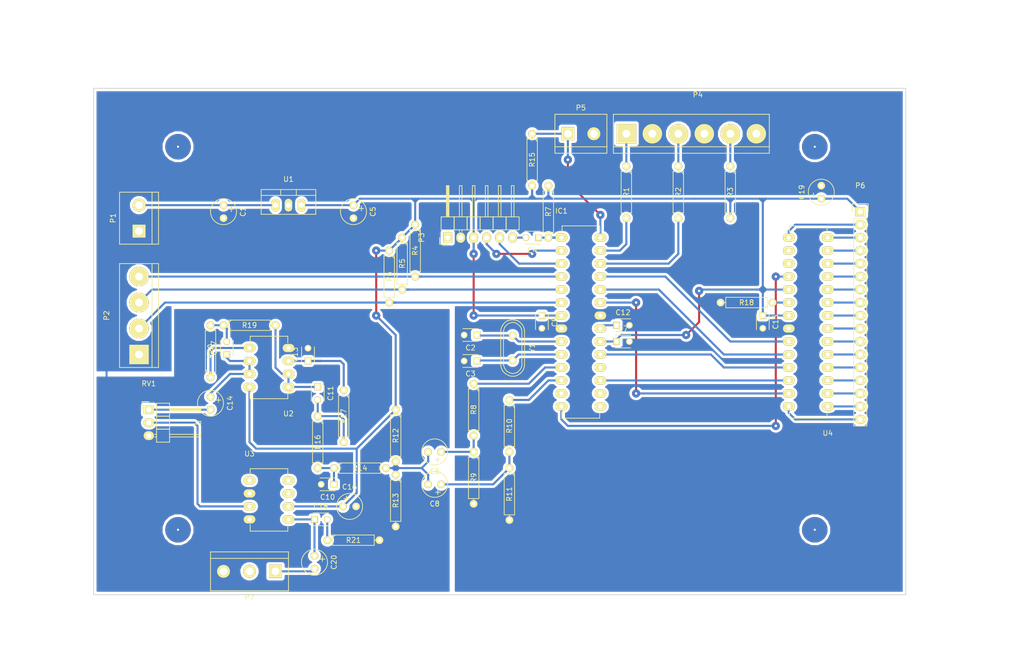
<source format=kicad_pcb>
(kicad_pcb (version 4) (host pcbnew "(2015-08-05 BZR 6055, Git fa29c62)-product")

  (general
    (links 132)
    (no_connects 0)
    (area 27.432 13.208 227.584001 140.208001)
    (thickness 1.6)
    (drawings 4)
    (tracks 272)
    (zones 0)
    (modules 55)
    (nets 70)
  )

  (page A4)
  (layers
    (0 F.Cu signal)
    (31 B.Cu signal)
    (32 B.Adhes user)
    (33 F.Adhes user)
    (34 B.Paste user)
    (35 F.Paste user)
    (36 B.SilkS user)
    (37 F.SilkS user)
    (38 B.Mask user)
    (39 F.Mask user)
    (40 Dwgs.User user)
    (41 Cmts.User user)
    (42 Eco1.User user)
    (43 Eco2.User user)
    (44 Edge.Cuts user)
    (45 Margin user)
    (46 B.CrtYd user)
    (47 F.CrtYd user)
    (48 B.Fab user)
    (49 F.Fab user)
  )

  (setup
    (last_trace_width 0.25)
    (user_trace_width 0.3)
    (user_trace_width 0.4)
    (user_trace_width 0.5)
    (trace_clearance 0.2)
    (zone_clearance 0.508)
    (zone_45_only no)
    (trace_min 0.2)
    (segment_width 0.2)
    (edge_width 0.15)
    (via_size 0.6)
    (via_drill 0.4)
    (via_min_size 0.4)
    (via_min_drill 0.3)
    (user_via 1.6 0.5)
    (user_via 5 0)
    (uvia_size 0.3)
    (uvia_drill 0.1)
    (uvias_allowed no)
    (uvia_min_size 0.2)
    (uvia_min_drill 0.1)
    (pcb_text_width 0.3)
    (pcb_text_size 1.5 1.5)
    (mod_edge_width 0.15)
    (mod_text_size 1 1)
    (mod_text_width 0.15)
    (pad_size 1.524 1.524)
    (pad_drill 0.762)
    (pad_to_mask_clearance 0.2)
    (aux_axis_origin 0 0)
    (visible_elements 7FFFFFFF)
    (pcbplotparams
      (layerselection 0x00000_80000000)
      (usegerberextensions false)
      (excludeedgelayer true)
      (linewidth 0.100000)
      (plotframeref false)
      (viasonmask false)
      (mode 1)
      (useauxorigin false)
      (hpglpennumber 1)
      (hpglpenspeed 20)
      (hpglpendiameter 15)
      (hpglpenoverlay 2)
      (psnegative false)
      (psa4output false)
      (plotreference true)
      (plotvalue true)
      (plotinvisibletext false)
      (padsonsilk false)
      (subtractmaskfromsilk false)
      (outputformat 5)
      (mirror false)
      (drillshape 2)
      (scaleselection 1)
      (outputdirectory ""))
  )

  (net 0 "")
  (net 1 GND)
  (net 2 "Net-(C1-Pad1)")
  (net 3 "Net-(C2-Pad1)")
  (net 4 "Net-(C3-Pad1)")
  (net 5 "Net-(C4-Pad1)")
  (net 6 "Net-(C4-Pad2)")
  (net 7 +5V)
  (net 8 "Net-(C6-Pad2)")
  (net 9 "Net-(C6-Pad1)")
  (net 10 "Net-(C8-Pad1)")
  (net 11 "Net-(C10-Pad1)")
  (net 12 "Net-(C11-Pad1)")
  (net 13 "Net-(C11-Pad2)")
  (net 14 "Net-(C12-Pad1)")
  (net 15 "Net-(C13-Pad1)")
  (net 16 "Net-(C14-Pad2)")
  (net 17 /audio_filter_out)
  (net 18 "Net-(C17-Pad2)")
  (net 19 "Net-(C18-Pad1)")
  (net 20 "Net-(C18-Pad2)")
  (net 21 "Net-(C20-Pad2)")
  (net 22 "Net-(IC1-Pad2)")
  (net 23 "Net-(IC1-Pad3)")
  (net 24 /start)
  (net 25 /ende)
  (net 26 /draht)
  (net 27 /audio_1)
  (net 28 /audio_2)
  (net 29 "Net-(IC1-Pad13)")
  (net 30 /CLKO)
  (net 31 "Net-(IC1-Pad15)")
  (net 32 "Net-(IC1-Pad16)")
  (net 33 /SIN)
  (net 34 "Net-(IC1-Pad18)")
  (net 35 /SCLK)
  (net 36 /VPRG)
  (net 37 /LATCH)
  (net 38 /BLANK)
  (net 39 /led_fehler)
  (net 40 /led_bereit)
  (net 41 "Net-(IC1-Pad28)")
  (net 42 "Net-(P3-Pad1)")
  (net 43 "Net-(P4-Pad3)")
  (net 44 "Net-(P4-Pad1)")
  (net 45 "Net-(P4-Pad5)")
  (net 46 "Net-(P6-Pad2)")
  (net 47 "Net-(P6-Pad3)")
  (net 48 "Net-(P6-Pad4)")
  (net 49 "Net-(P6-Pad5)")
  (net 50 "Net-(P6-Pad6)")
  (net 51 "Net-(P6-Pad7)")
  (net 52 "Net-(P6-Pad8)")
  (net 53 "Net-(P6-Pad9)")
  (net 54 "Net-(P6-Pad10)")
  (net 55 "Net-(P6-Pad11)")
  (net 56 "Net-(P6-Pad12)")
  (net 57 "Net-(P6-Pad13)")
  (net 58 "Net-(P6-Pad14)")
  (net 59 "Net-(P6-Pad15)")
  (net 60 "Net-(P6-Pad16)")
  (net 61 "Net-(P6-Pad17)")
  (net 62 "Net-(P7-Pad2)")
  (net 63 "Net-(R18-Pad1)")
  (net 64 "Net-(R20-Pad1)")
  (net 65 "Net-(RV1-Pad2)")
  (net 66 "Net-(U3-Pad1)")
  (net 67 "Net-(U3-Pad8)")
  (net 68 "Net-(U4-Pad16)")
  (net 69 "Net-(U4-Pad17)")

  (net_class Default "Dies ist die voreingestellte Netzklasse."
    (clearance 0.2)
    (trace_width 0.25)
    (via_dia 0.6)
    (via_drill 0.4)
    (uvia_dia 0.3)
    (uvia_drill 0.1)
    (add_net +5V)
    (add_net /BLANK)
    (add_net /CLKO)
    (add_net /LATCH)
    (add_net /SCLK)
    (add_net /SIN)
    (add_net /VPRG)
    (add_net /audio_1)
    (add_net /audio_2)
    (add_net /audio_filter_out)
    (add_net /draht)
    (add_net /ende)
    (add_net /led_bereit)
    (add_net /led_fehler)
    (add_net /start)
    (add_net GND)
    (add_net "Net-(C1-Pad1)")
    (add_net "Net-(C10-Pad1)")
    (add_net "Net-(C11-Pad1)")
    (add_net "Net-(C11-Pad2)")
    (add_net "Net-(C12-Pad1)")
    (add_net "Net-(C13-Pad1)")
    (add_net "Net-(C14-Pad2)")
    (add_net "Net-(C17-Pad2)")
    (add_net "Net-(C18-Pad1)")
    (add_net "Net-(C18-Pad2)")
    (add_net "Net-(C2-Pad1)")
    (add_net "Net-(C20-Pad2)")
    (add_net "Net-(C3-Pad1)")
    (add_net "Net-(C4-Pad1)")
    (add_net "Net-(C4-Pad2)")
    (add_net "Net-(C6-Pad1)")
    (add_net "Net-(C6-Pad2)")
    (add_net "Net-(C8-Pad1)")
    (add_net "Net-(IC1-Pad13)")
    (add_net "Net-(IC1-Pad15)")
    (add_net "Net-(IC1-Pad16)")
    (add_net "Net-(IC1-Pad18)")
    (add_net "Net-(IC1-Pad2)")
    (add_net "Net-(IC1-Pad28)")
    (add_net "Net-(IC1-Pad3)")
    (add_net "Net-(P3-Pad1)")
    (add_net "Net-(P4-Pad1)")
    (add_net "Net-(P4-Pad3)")
    (add_net "Net-(P4-Pad5)")
    (add_net "Net-(P6-Pad10)")
    (add_net "Net-(P6-Pad11)")
    (add_net "Net-(P6-Pad12)")
    (add_net "Net-(P6-Pad13)")
    (add_net "Net-(P6-Pad14)")
    (add_net "Net-(P6-Pad15)")
    (add_net "Net-(P6-Pad16)")
    (add_net "Net-(P6-Pad17)")
    (add_net "Net-(P6-Pad2)")
    (add_net "Net-(P6-Pad3)")
    (add_net "Net-(P6-Pad4)")
    (add_net "Net-(P6-Pad5)")
    (add_net "Net-(P6-Pad6)")
    (add_net "Net-(P6-Pad7)")
    (add_net "Net-(P6-Pad8)")
    (add_net "Net-(P6-Pad9)")
    (add_net "Net-(P7-Pad2)")
    (add_net "Net-(R18-Pad1)")
    (add_net "Net-(R20-Pad1)")
    (add_net "Net-(RV1-Pad2)")
    (add_net "Net-(U3-Pad1)")
    (add_net "Net-(U3-Pad8)")
    (add_net "Net-(U4-Pad16)")
    (add_net "Net-(U4-Pad17)")
  )

  (module Capacitors_Elko_ThroughHole:Elko_vert_11x5mm_RM2.5 (layer F.Cu) (tedit 5454A2C2) (tstamp 55EB6BD9)
    (at 71.12 53.34 270)
    (descr "Electrolytic Capacitor, vertical, diameter 5mm, radial, RM 2,5mm")
    (tags "Electrolytic Capacitor, vertical, diameter 5mm, radial, RM 2,5mm, Elko, Electrolytkondensator, Kondensator gepolt, Durchmesser 5mm")
    (path /55E6007F)
    (fp_text reference C1 (at 1.27 -3.81 270) (layer F.SilkS)
      (effects (font (size 1 1) (thickness 0.15)))
    )
    (fp_text value 10µ (at 1.27 5.08 270) (layer F.Fab)
      (effects (font (size 1 1) (thickness 0.15)))
    )
    (fp_line (start 0.2032 -1.524) (end 1.27 -1.524) (layer F.Cu) (width 0.15))
    (fp_line (start 0.762 -2.032) (end 0.762 -0.9906) (layer F.Cu) (width 0.15))
    (fp_line (start 1.27 -1.524) (end 0.2032 -1.524) (layer F.SilkS) (width 0.15))
    (fp_line (start 0.762 -2.032) (end 0.762 -0.9906) (layer F.SilkS) (width 0.15))
    (fp_circle (center 1.27 0) (end 3.81 0) (layer F.SilkS) (width 0.15))
    (pad 2 thru_hole circle (at 2.54 0 270) (size 1.50114 1.50114) (drill 0.8001) (layers *.Cu *.Mask F.SilkS)
      (net 1 GND))
    (pad 1 thru_hole circle (at 0 0 270) (size 1.50114 1.50114) (drill 0.8001) (layers *.Cu *.Mask F.SilkS)
      (net 2 "Net-(C1-Pad1)"))
    (model Capacitors_Elko_ThroughHole.3dshapes/Elko_vert_11x5mm_RM2.5.wrl
      (at (xyz 0 0 0))
      (scale (xyz 1 1 1))
      (rotate (xyz 0 0 0))
    )
  )

  (module Capacitors_ThroughHole:C_Disc_D3_P2.5 (layer F.Cu) (tedit 0) (tstamp 55EB6BDF)
    (at 120.65 78.74 180)
    (descr "Capacitor 3mm Disc, Pitch 2.5mm")
    (tags Capacitor)
    (path /55E67BAD)
    (fp_text reference C2 (at 1.25 -2.5 180) (layer F.SilkS)
      (effects (font (size 1 1) (thickness 0.15)))
    )
    (fp_text value 22p (at 1.25 2.5 180) (layer F.Fab)
      (effects (font (size 1 1) (thickness 0.15)))
    )
    (fp_line (start -0.9 -1.5) (end 3.4 -1.5) (layer F.CrtYd) (width 0.05))
    (fp_line (start 3.4 -1.5) (end 3.4 1.5) (layer F.CrtYd) (width 0.05))
    (fp_line (start 3.4 1.5) (end -0.9 1.5) (layer F.CrtYd) (width 0.05))
    (fp_line (start -0.9 1.5) (end -0.9 -1.5) (layer F.CrtYd) (width 0.05))
    (fp_line (start -0.25 -1.25) (end 2.75 -1.25) (layer F.SilkS) (width 0.15))
    (fp_line (start 2.75 1.25) (end -0.25 1.25) (layer F.SilkS) (width 0.15))
    (pad 1 thru_hole rect (at 0 0 180) (size 1.3 1.3) (drill 0.8) (layers *.Cu *.Mask F.SilkS)
      (net 3 "Net-(C2-Pad1)"))
    (pad 2 thru_hole circle (at 2.5 0 180) (size 1.3 1.3) (drill 0.8001) (layers *.Cu *.Mask F.SilkS)
      (net 1 GND))
    (model Capacitors_ThroughHole.3dshapes/C_Disc_D3_P2.5.wrl
      (at (xyz 0.0492126 0 0))
      (scale (xyz 1 1 1))
      (rotate (xyz 0 0 0))
    )
  )

  (module Capacitors_ThroughHole:C_Disc_D3_P2.5 (layer F.Cu) (tedit 0) (tstamp 55EB6BE5)
    (at 120.65 83.82 180)
    (descr "Capacitor 3mm Disc, Pitch 2.5mm")
    (tags Capacitor)
    (path /55E67C49)
    (fp_text reference C3 (at 1.25 -2.5 180) (layer F.SilkS)
      (effects (font (size 1 1) (thickness 0.15)))
    )
    (fp_text value 22p (at 1.25 2.5 180) (layer F.Fab)
      (effects (font (size 1 1) (thickness 0.15)))
    )
    (fp_line (start -0.9 -1.5) (end 3.4 -1.5) (layer F.CrtYd) (width 0.05))
    (fp_line (start 3.4 -1.5) (end 3.4 1.5) (layer F.CrtYd) (width 0.05))
    (fp_line (start 3.4 1.5) (end -0.9 1.5) (layer F.CrtYd) (width 0.05))
    (fp_line (start -0.9 1.5) (end -0.9 -1.5) (layer F.CrtYd) (width 0.05))
    (fp_line (start -0.25 -1.25) (end 2.75 -1.25) (layer F.SilkS) (width 0.15))
    (fp_line (start 2.75 1.25) (end -0.25 1.25) (layer F.SilkS) (width 0.15))
    (pad 1 thru_hole rect (at 0 0 180) (size 1.3 1.3) (drill 0.8) (layers *.Cu *.Mask F.SilkS)
      (net 4 "Net-(C3-Pad1)"))
    (pad 2 thru_hole circle (at 2.5 0 180) (size 1.3 1.3) (drill 0.8001) (layers *.Cu *.Mask F.SilkS)
      (net 1 GND))
    (model Capacitors_ThroughHole.3dshapes/C_Disc_D3_P2.5.wrl
      (at (xyz 0.0492126 0 0))
      (scale (xyz 1 1 1))
      (rotate (xyz 0 0 0))
    )
  )

  (module Capacitors_ThroughHole:C_Disc_D3_P2.5 (layer F.Cu) (tedit 0) (tstamp 55EB6BEB)
    (at 132.715 59.69 180)
    (descr "Capacitor 3mm Disc, Pitch 2.5mm")
    (tags Capacitor)
    (path /55E6B2C1)
    (fp_text reference C4 (at 1.25 -2.5 180) (layer F.SilkS)
      (effects (font (size 1 1) (thickness 0.15)))
    )
    (fp_text value 100n (at 1.25 2.5 180) (layer F.Fab)
      (effects (font (size 1 1) (thickness 0.15)))
    )
    (fp_line (start -0.9 -1.5) (end 3.4 -1.5) (layer F.CrtYd) (width 0.05))
    (fp_line (start 3.4 -1.5) (end 3.4 1.5) (layer F.CrtYd) (width 0.05))
    (fp_line (start 3.4 1.5) (end -0.9 1.5) (layer F.CrtYd) (width 0.05))
    (fp_line (start -0.9 1.5) (end -0.9 -1.5) (layer F.CrtYd) (width 0.05))
    (fp_line (start -0.25 -1.25) (end 2.75 -1.25) (layer F.SilkS) (width 0.15))
    (fp_line (start 2.75 1.25) (end -0.25 1.25) (layer F.SilkS) (width 0.15))
    (pad 1 thru_hole rect (at 0 0 180) (size 1.3 1.3) (drill 0.8) (layers *.Cu *.Mask F.SilkS)
      (net 5 "Net-(C4-Pad1)"))
    (pad 2 thru_hole circle (at 2.5 0 180) (size 1.3 1.3) (drill 0.8001) (layers *.Cu *.Mask F.SilkS)
      (net 6 "Net-(C4-Pad2)"))
    (model Capacitors_ThroughHole.3dshapes/C_Disc_D3_P2.5.wrl
      (at (xyz 0.0492126 0 0))
      (scale (xyz 1 1 1))
      (rotate (xyz 0 0 0))
    )
  )

  (module Capacitors_Elko_ThroughHole:Elko_vert_11x5mm_RM2.5_CopperClear (layer F.Cu) (tedit 5454A30F) (tstamp 55EB6BF1)
    (at 96.52 53.34 270)
    (descr "Electrolytic Capacitor, vertical, diameter 5mm, radial, RM 2,5mm, Copper without +,")
    (tags "Electrolytic Capacitor, vertical, diameter 5mm, radial, RM 2,5mm, Elko, Electrolytkondensator, Kondensator gepolt, Durchmesser 5mm,  Copper without +,")
    (path /55E5FEF4)
    (fp_text reference C5 (at 1.27 -3.81 270) (layer F.SilkS)
      (effects (font (size 1 1) (thickness 0.15)))
    )
    (fp_text value 100µ (at 1.27 5.08 270) (layer F.Fab)
      (effects (font (size 1 1) (thickness 0.15)))
    )
    (fp_line (start 0.1524 -1.5494) (end 1.1176 -1.5494) (layer F.SilkS) (width 0.15))
    (fp_line (start 0.6604 -2.032) (end 0.6604 -1.0668) (layer F.SilkS) (width 0.15))
    (fp_circle (center 1.27 0) (end 3.81 0) (layer F.SilkS) (width 0.15))
    (pad 2 thru_hole circle (at 2.54 0 270) (size 1.50114 1.50114) (drill 0.8001) (layers *.Cu *.Mask F.SilkS)
      (net 1 GND))
    (pad 1 thru_hole circle (at 0 0 270) (size 1.50114 1.50114) (drill 0.8001) (layers *.Cu *.Mask F.SilkS)
      (net 7 +5V))
    (model Capacitors_Elko_ThroughHole.3dshapes/Elko_vert_11x5mm_RM2.5_CopperClear.wrl
      (at (xyz 0 0 0))
      (scale (xyz 1 1 1))
      (rotate (xyz 0 0 0))
    )
  )

  (module Capacitors_Elko_ThroughHole:Elko_vert_11x5mm_RM2.5_CopperClear (layer F.Cu) (tedit 5454A30F) (tstamp 55EB6BF7)
    (at 113.665 101.6 180)
    (descr "Electrolytic Capacitor, vertical, diameter 5mm, radial, RM 2,5mm, Copper without +,")
    (tags "Electrolytic Capacitor, vertical, diameter 5mm, radial, RM 2,5mm, Elko, Electrolytkondensator, Kondensator gepolt, Durchmesser 5mm,  Copper without +,")
    (path /55EB88E8)
    (fp_text reference C6 (at 1.27 -3.81 180) (layer F.SilkS)
      (effects (font (size 1 1) (thickness 0.15)))
    )
    (fp_text value 100µ (at 1.27 5.08 180) (layer F.Fab)
      (effects (font (size 1 1) (thickness 0.15)))
    )
    (fp_line (start 0.1524 -1.5494) (end 1.1176 -1.5494) (layer F.SilkS) (width 0.15))
    (fp_line (start 0.6604 -2.032) (end 0.6604 -1.0668) (layer F.SilkS) (width 0.15))
    (fp_circle (center 1.27 0) (end 3.81 0) (layer F.SilkS) (width 0.15))
    (pad 2 thru_hole circle (at 2.54 0 180) (size 1.50114 1.50114) (drill 0.8001) (layers *.Cu *.Mask F.SilkS)
      (net 8 "Net-(C6-Pad2)"))
    (pad 1 thru_hole circle (at 0 0 180) (size 1.50114 1.50114) (drill 0.8001) (layers *.Cu *.Mask F.SilkS)
      (net 9 "Net-(C6-Pad1)"))
    (model Capacitors_Elko_ThroughHole.3dshapes/Elko_vert_11x5mm_RM2.5_CopperClear.wrl
      (at (xyz 0 0 0))
      (scale (xyz 1 1 1))
      (rotate (xyz 0 0 0))
    )
  )

  (module Capacitors_ThroughHole:C_Disc_D3_P2.5 (layer F.Cu) (tedit 0) (tstamp 55EB6BFD)
    (at 147.955 80.01)
    (descr "Capacitor 3mm Disc, Pitch 2.5mm")
    (tags Capacitor)
    (path /55E5E5EA)
    (fp_text reference C7 (at 1.25 -2.5) (layer F.SilkS)
      (effects (font (size 1 1) (thickness 0.15)))
    )
    (fp_text value 100n (at 1.25 2.5) (layer F.Fab)
      (effects (font (size 1 1) (thickness 0.15)))
    )
    (fp_line (start -0.9 -1.5) (end 3.4 -1.5) (layer F.CrtYd) (width 0.05))
    (fp_line (start 3.4 -1.5) (end 3.4 1.5) (layer F.CrtYd) (width 0.05))
    (fp_line (start 3.4 1.5) (end -0.9 1.5) (layer F.CrtYd) (width 0.05))
    (fp_line (start -0.9 1.5) (end -0.9 -1.5) (layer F.CrtYd) (width 0.05))
    (fp_line (start -0.25 -1.25) (end 2.75 -1.25) (layer F.SilkS) (width 0.15))
    (fp_line (start 2.75 1.25) (end -0.25 1.25) (layer F.SilkS) (width 0.15))
    (pad 1 thru_hole rect (at 0 0) (size 1.3 1.3) (drill 0.8) (layers *.Cu *.Mask F.SilkS)
      (net 7 +5V))
    (pad 2 thru_hole circle (at 2.5 0) (size 1.3 1.3) (drill 0.8001) (layers *.Cu *.Mask F.SilkS)
      (net 1 GND))
    (model Capacitors_ThroughHole.3dshapes/C_Disc_D3_P2.5.wrl
      (at (xyz 0.0492126 0 0))
      (scale (xyz 1 1 1))
      (rotate (xyz 0 0 0))
    )
  )

  (module Capacitors_Elko_ThroughHole:Elko_vert_11x5mm_RM2.5_CopperClear (layer F.Cu) (tedit 5454A30F) (tstamp 55EB6C03)
    (at 113.665 107.95 180)
    (descr "Electrolytic Capacitor, vertical, diameter 5mm, radial, RM 2,5mm, Copper without +,")
    (tags "Electrolytic Capacitor, vertical, diameter 5mm, radial, RM 2,5mm, Elko, Electrolytkondensator, Kondensator gepolt, Durchmesser 5mm,  Copper without +,")
    (path /55EB8F99)
    (fp_text reference C8 (at 1.27 -3.81 180) (layer F.SilkS)
      (effects (font (size 1 1) (thickness 0.15)))
    )
    (fp_text value 100µ (at 1.27 5.08 180) (layer F.Fab)
      (effects (font (size 1 1) (thickness 0.15)))
    )
    (fp_line (start 0.1524 -1.5494) (end 1.1176 -1.5494) (layer F.SilkS) (width 0.15))
    (fp_line (start 0.6604 -2.032) (end 0.6604 -1.0668) (layer F.SilkS) (width 0.15))
    (fp_circle (center 1.27 0) (end 3.81 0) (layer F.SilkS) (width 0.15))
    (pad 2 thru_hole circle (at 2.54 0 180) (size 1.50114 1.50114) (drill 0.8001) (layers *.Cu *.Mask F.SilkS)
      (net 8 "Net-(C6-Pad2)"))
    (pad 1 thru_hole circle (at 0 0 180) (size 1.50114 1.50114) (drill 0.8001) (layers *.Cu *.Mask F.SilkS)
      (net 10 "Net-(C8-Pad1)"))
    (model Capacitors_Elko_ThroughHole.3dshapes/Elko_vert_11x5mm_RM2.5_CopperClear.wrl
      (at (xyz 0 0 0))
      (scale (xyz 1 1 1))
      (rotate (xyz 0 0 0))
    )
  )

  (module Capacitors_ThroughHole:C_Disc_D3_P2.5 (layer F.Cu) (tedit 0) (tstamp 55EB6C09)
    (at 133.35 74.93 270)
    (descr "Capacitor 3mm Disc, Pitch 2.5mm")
    (tags Capacitor)
    (path /55E5E25F)
    (fp_text reference C9 (at 1.25 -2.5 270) (layer F.SilkS)
      (effects (font (size 1 1) (thickness 0.15)))
    )
    (fp_text value 100n (at 1.25 2.5 270) (layer F.Fab)
      (effects (font (size 1 1) (thickness 0.15)))
    )
    (fp_line (start -0.9 -1.5) (end 3.4 -1.5) (layer F.CrtYd) (width 0.05))
    (fp_line (start 3.4 -1.5) (end 3.4 1.5) (layer F.CrtYd) (width 0.05))
    (fp_line (start 3.4 1.5) (end -0.9 1.5) (layer F.CrtYd) (width 0.05))
    (fp_line (start -0.9 1.5) (end -0.9 -1.5) (layer F.CrtYd) (width 0.05))
    (fp_line (start -0.25 -1.25) (end 2.75 -1.25) (layer F.SilkS) (width 0.15))
    (fp_line (start 2.75 1.25) (end -0.25 1.25) (layer F.SilkS) (width 0.15))
    (pad 1 thru_hole rect (at 0 0 270) (size 1.3 1.3) (drill 0.8) (layers *.Cu *.Mask F.SilkS)
      (net 7 +5V))
    (pad 2 thru_hole circle (at 2.5 0 270) (size 1.3 1.3) (drill 0.8001) (layers *.Cu *.Mask F.SilkS)
      (net 1 GND))
    (model Capacitors_ThroughHole.3dshapes/C_Disc_D3_P2.5.wrl
      (at (xyz 0.0492126 0 0))
      (scale (xyz 1 1 1))
      (rotate (xyz 0 0 0))
    )
  )

  (module Capacitors_ThroughHole:C_Disc_D3_P2.5 (layer F.Cu) (tedit 0) (tstamp 55EB6C0F)
    (at 92.71 107.95 180)
    (descr "Capacitor 3mm Disc, Pitch 2.5mm")
    (tags Capacitor)
    (path /55EBD70C)
    (fp_text reference C10 (at 1.25 -2.5 180) (layer F.SilkS)
      (effects (font (size 1 1) (thickness 0.15)))
    )
    (fp_text value 680p (at 1.25 2.5 180) (layer F.Fab)
      (effects (font (size 1 1) (thickness 0.15)))
    )
    (fp_line (start -0.9 -1.5) (end 3.4 -1.5) (layer F.CrtYd) (width 0.05))
    (fp_line (start 3.4 -1.5) (end 3.4 1.5) (layer F.CrtYd) (width 0.05))
    (fp_line (start 3.4 1.5) (end -0.9 1.5) (layer F.CrtYd) (width 0.05))
    (fp_line (start -0.9 1.5) (end -0.9 -1.5) (layer F.CrtYd) (width 0.05))
    (fp_line (start -0.25 -1.25) (end 2.75 -1.25) (layer F.SilkS) (width 0.15))
    (fp_line (start 2.75 1.25) (end -0.25 1.25) (layer F.SilkS) (width 0.15))
    (pad 1 thru_hole rect (at 0 0 180) (size 1.3 1.3) (drill 0.8) (layers *.Cu *.Mask F.SilkS)
      (net 11 "Net-(C10-Pad1)"))
    (pad 2 thru_hole circle (at 2.5 0 180) (size 1.3 1.3) (drill 0.8001) (layers *.Cu *.Mask F.SilkS)
      (net 1 GND))
    (model Capacitors_ThroughHole.3dshapes/C_Disc_D3_P2.5.wrl
      (at (xyz 0.0492126 0 0))
      (scale (xyz 1 1 1))
      (rotate (xyz 0 0 0))
    )
  )

  (module Capacitors_ThroughHole:C_Disc_D3_P2.5 (layer F.Cu) (tedit 0) (tstamp 55EB6C15)
    (at 89.535 88.9 270)
    (descr "Capacitor 3mm Disc, Pitch 2.5mm")
    (tags Capacitor)
    (path /55EBD8D7)
    (fp_text reference C11 (at 1.25 -2.5 270) (layer F.SilkS)
      (effects (font (size 1 1) (thickness 0.15)))
    )
    (fp_text value 330p (at 1.25 2.5 270) (layer F.Fab)
      (effects (font (size 1 1) (thickness 0.15)))
    )
    (fp_line (start -0.9 -1.5) (end 3.4 -1.5) (layer F.CrtYd) (width 0.05))
    (fp_line (start 3.4 -1.5) (end 3.4 1.5) (layer F.CrtYd) (width 0.05))
    (fp_line (start 3.4 1.5) (end -0.9 1.5) (layer F.CrtYd) (width 0.05))
    (fp_line (start -0.9 1.5) (end -0.9 -1.5) (layer F.CrtYd) (width 0.05))
    (fp_line (start -0.25 -1.25) (end 2.75 -1.25) (layer F.SilkS) (width 0.15))
    (fp_line (start 2.75 1.25) (end -0.25 1.25) (layer F.SilkS) (width 0.15))
    (pad 1 thru_hole rect (at 0 0 270) (size 1.3 1.3) (drill 0.8) (layers *.Cu *.Mask F.SilkS)
      (net 12 "Net-(C11-Pad1)"))
    (pad 2 thru_hole circle (at 2.5 0 270) (size 1.3 1.3) (drill 0.8001) (layers *.Cu *.Mask F.SilkS)
      (net 13 "Net-(C11-Pad2)"))
    (model Capacitors_ThroughHole.3dshapes/C_Disc_D3_P2.5.wrl
      (at (xyz 0.0492126 0 0))
      (scale (xyz 1 1 1))
      (rotate (xyz 0 0 0))
    )
  )

  (module Capacitors_ThroughHole:C_Disc_D3_P2.5 (layer F.Cu) (tedit 0) (tstamp 55EB6C1B)
    (at 147.955 76.835)
    (descr "Capacitor 3mm Disc, Pitch 2.5mm")
    (tags Capacitor)
    (path /55E5E519)
    (fp_text reference C12 (at 1.25 -2.5) (layer F.SilkS)
      (effects (font (size 1 1) (thickness 0.15)))
    )
    (fp_text value 100n (at 1.25 2.5) (layer F.Fab)
      (effects (font (size 1 1) (thickness 0.15)))
    )
    (fp_line (start -0.9 -1.5) (end 3.4 -1.5) (layer F.CrtYd) (width 0.05))
    (fp_line (start 3.4 -1.5) (end 3.4 1.5) (layer F.CrtYd) (width 0.05))
    (fp_line (start 3.4 1.5) (end -0.9 1.5) (layer F.CrtYd) (width 0.05))
    (fp_line (start -0.9 1.5) (end -0.9 -1.5) (layer F.CrtYd) (width 0.05))
    (fp_line (start -0.25 -1.25) (end 2.75 -1.25) (layer F.SilkS) (width 0.15))
    (fp_line (start 2.75 1.25) (end -0.25 1.25) (layer F.SilkS) (width 0.15))
    (pad 1 thru_hole rect (at 0 0) (size 1.3 1.3) (drill 0.8) (layers *.Cu *.Mask F.SilkS)
      (net 14 "Net-(C12-Pad1)"))
    (pad 2 thru_hole circle (at 2.5 0) (size 1.3 1.3) (drill 0.8001) (layers *.Cu *.Mask F.SilkS)
      (net 1 GND))
    (model Capacitors_ThroughHole.3dshapes/C_Disc_D3_P2.5.wrl
      (at (xyz 0.0492126 0 0))
      (scale (xyz 1 1 1))
      (rotate (xyz 0 0 0))
    )
  )

  (module Capacitors_ThroughHole:C_Disc_D3_P2.5 (layer F.Cu) (tedit 0) (tstamp 55EB6C21)
    (at 87.63 83.82 90)
    (descr "Capacitor 3mm Disc, Pitch 2.5mm")
    (tags Capacitor)
    (path /55EBD7F1)
    (fp_text reference C13 (at 1.25 -2.5 90) (layer F.SilkS)
      (effects (font (size 1 1) (thickness 0.15)))
    )
    (fp_text value 47p (at 1.25 2.5 90) (layer F.Fab)
      (effects (font (size 1 1) (thickness 0.15)))
    )
    (fp_line (start -0.9 -1.5) (end 3.4 -1.5) (layer F.CrtYd) (width 0.05))
    (fp_line (start 3.4 -1.5) (end 3.4 1.5) (layer F.CrtYd) (width 0.05))
    (fp_line (start 3.4 1.5) (end -0.9 1.5) (layer F.CrtYd) (width 0.05))
    (fp_line (start -0.9 1.5) (end -0.9 -1.5) (layer F.CrtYd) (width 0.05))
    (fp_line (start -0.25 -1.25) (end 2.75 -1.25) (layer F.SilkS) (width 0.15))
    (fp_line (start 2.75 1.25) (end -0.25 1.25) (layer F.SilkS) (width 0.15))
    (pad 1 thru_hole rect (at 0 0 90) (size 1.3 1.3) (drill 0.8) (layers *.Cu *.Mask F.SilkS)
      (net 15 "Net-(C13-Pad1)"))
    (pad 2 thru_hole circle (at 2.5 0 90) (size 1.3 1.3) (drill 0.8001) (layers *.Cu *.Mask F.SilkS)
      (net 1 GND))
    (model Capacitors_ThroughHole.3dshapes/C_Disc_D3_P2.5.wrl
      (at (xyz 0.0492126 0 0))
      (scale (xyz 1 1 1))
      (rotate (xyz 0 0 0))
    )
  )

  (module Capacitors_Elko_ThroughHole:Elko_vert_11x5mm_RM2.5_CopperClear (layer F.Cu) (tedit 5454A30F) (tstamp 55EB6C27)
    (at 68.58 90.805 270)
    (descr "Electrolytic Capacitor, vertical, diameter 5mm, radial, RM 2,5mm, Copper without +,")
    (tags "Electrolytic Capacitor, vertical, diameter 5mm, radial, RM 2,5mm, Elko, Electrolytkondensator, Kondensator gepolt, Durchmesser 5mm,  Copper without +,")
    (path /55EC4098)
    (fp_text reference C14 (at 1.27 -3.81 270) (layer F.SilkS)
      (effects (font (size 1 1) (thickness 0.15)))
    )
    (fp_text value 100µ (at 1.27 5.08 270) (layer F.Fab)
      (effects (font (size 1 1) (thickness 0.15)))
    )
    (fp_line (start 0.1524 -1.5494) (end 1.1176 -1.5494) (layer F.SilkS) (width 0.15))
    (fp_line (start 0.6604 -2.032) (end 0.6604 -1.0668) (layer F.SilkS) (width 0.15))
    (fp_circle (center 1.27 0) (end 3.81 0) (layer F.SilkS) (width 0.15))
    (pad 2 thru_hole circle (at 2.54 0 270) (size 1.50114 1.50114) (drill 0.8001) (layers *.Cu *.Mask F.SilkS)
      (net 16 "Net-(C14-Pad2)"))
    (pad 1 thru_hole circle (at 0 0 270) (size 1.50114 1.50114) (drill 0.8001) (layers *.Cu *.Mask F.SilkS)
      (net 17 /audio_filter_out))
    (model Capacitors_Elko_ThroughHole.3dshapes/Elko_vert_11x5mm_RM2.5_CopperClear.wrl
      (at (xyz 0 0 0))
      (scale (xyz 1 1 1))
      (rotate (xyz 0 0 0))
    )
  )

  (module Capacitors_ThroughHole:C_Disc_D3_P2.5 (layer F.Cu) (tedit 0) (tstamp 55EB6C2D)
    (at 176.53 74.93 270)
    (descr "Capacitor 3mm Disc, Pitch 2.5mm")
    (tags Capacitor)
    (path /55EDFAC6)
    (fp_text reference C15 (at 1.25 -2.5 270) (layer F.SilkS)
      (effects (font (size 1 1) (thickness 0.15)))
    )
    (fp_text value 100n (at 1.25 2.5 270) (layer F.Fab)
      (effects (font (size 1 1) (thickness 0.15)))
    )
    (fp_line (start -0.9 -1.5) (end 3.4 -1.5) (layer F.CrtYd) (width 0.05))
    (fp_line (start 3.4 -1.5) (end 3.4 1.5) (layer F.CrtYd) (width 0.05))
    (fp_line (start 3.4 1.5) (end -0.9 1.5) (layer F.CrtYd) (width 0.05))
    (fp_line (start -0.9 1.5) (end -0.9 -1.5) (layer F.CrtYd) (width 0.05))
    (fp_line (start -0.25 -1.25) (end 2.75 -1.25) (layer F.SilkS) (width 0.15))
    (fp_line (start 2.75 1.25) (end -0.25 1.25) (layer F.SilkS) (width 0.15))
    (pad 1 thru_hole rect (at 0 0 270) (size 1.3 1.3) (drill 0.8) (layers *.Cu *.Mask F.SilkS)
      (net 7 +5V))
    (pad 2 thru_hole circle (at 2.5 0 270) (size 1.3 1.3) (drill 0.8001) (layers *.Cu *.Mask F.SilkS)
      (net 1 GND))
    (model Capacitors_ThroughHole.3dshapes/C_Disc_D3_P2.5.wrl
      (at (xyz 0.0492126 0 0))
      (scale (xyz 1 1 1))
      (rotate (xyz 0 0 0))
    )
  )

  (module Capacitors_Elko_ThroughHole:Elko_vert_11x5mm_RM2.5_CopperClear (layer F.Cu) (tedit 5454A30F) (tstamp 55EB6C33)
    (at 94.488 112.268)
    (descr "Electrolytic Capacitor, vertical, diameter 5mm, radial, RM 2,5mm, Copper without +,")
    (tags "Electrolytic Capacitor, vertical, diameter 5mm, radial, RM 2,5mm, Elko, Electrolytkondensator, Kondensator gepolt, Durchmesser 5mm,  Copper without +,")
    (path /55EC6CC6)
    (fp_text reference C16 (at 1.27 -3.81) (layer F.SilkS)
      (effects (font (size 1 1) (thickness 0.15)))
    )
    (fp_text value 100µ (at 1.27 5.08) (layer F.Fab)
      (effects (font (size 1 1) (thickness 0.15)))
    )
    (fp_line (start 0.1524 -1.5494) (end 1.1176 -1.5494) (layer F.SilkS) (width 0.15))
    (fp_line (start 0.6604 -2.032) (end 0.6604 -1.0668) (layer F.SilkS) (width 0.15))
    (fp_circle (center 1.27 0) (end 3.81 0) (layer F.SilkS) (width 0.15))
    (pad 2 thru_hole circle (at 2.54 0) (size 1.50114 1.50114) (drill 0.8001) (layers *.Cu *.Mask F.SilkS)
      (net 1 GND))
    (pad 1 thru_hole circle (at 0 0) (size 1.50114 1.50114) (drill 0.8001) (layers *.Cu *.Mask F.SilkS)
      (net 7 +5V))
    (model Capacitors_Elko_ThroughHole.3dshapes/Elko_vert_11x5mm_RM2.5_CopperClear.wrl
      (at (xyz 0 0 0))
      (scale (xyz 1 1 1))
      (rotate (xyz 0 0 0))
    )
  )

  (module Capacitors_ThroughHole:C_Disc_D3_P2.5 (layer F.Cu) (tedit 0) (tstamp 55EB6C39)
    (at 71.755 82.55 90)
    (descr "Capacitor 3mm Disc, Pitch 2.5mm")
    (tags Capacitor)
    (path /55EC1DDE)
    (fp_text reference C17 (at 1.25 -2.5 90) (layer F.SilkS)
      (effects (font (size 1 1) (thickness 0.15)))
    )
    (fp_text value 6,8n (at 1.25 2.5 90) (layer F.Fab)
      (effects (font (size 1 1) (thickness 0.15)))
    )
    (fp_line (start -0.9 -1.5) (end 3.4 -1.5) (layer F.CrtYd) (width 0.05))
    (fp_line (start 3.4 -1.5) (end 3.4 1.5) (layer F.CrtYd) (width 0.05))
    (fp_line (start 3.4 1.5) (end -0.9 1.5) (layer F.CrtYd) (width 0.05))
    (fp_line (start -0.9 1.5) (end -0.9 -1.5) (layer F.CrtYd) (width 0.05))
    (fp_line (start -0.25 -1.25) (end 2.75 -1.25) (layer F.SilkS) (width 0.15))
    (fp_line (start 2.75 1.25) (end -0.25 1.25) (layer F.SilkS) (width 0.15))
    (pad 1 thru_hole rect (at 0 0 90) (size 1.3 1.3) (drill 0.8) (layers *.Cu *.Mask F.SilkS)
      (net 17 /audio_filter_out))
    (pad 2 thru_hole circle (at 2.5 0 90) (size 1.3 1.3) (drill 0.8001) (layers *.Cu *.Mask F.SilkS)
      (net 18 "Net-(C17-Pad2)"))
    (model Capacitors_ThroughHole.3dshapes/C_Disc_D3_P2.5.wrl
      (at (xyz 0.0492126 0 0))
      (scale (xyz 1 1 1))
      (rotate (xyz 0 0 0))
    )
  )

  (module Capacitors_ThroughHole:C_Disc_D3_P2.5 (layer F.Cu) (tedit 0) (tstamp 55EB6C3F)
    (at 88.9 114.808)
    (descr "Capacitor 3mm Disc, Pitch 2.5mm")
    (tags Capacitor)
    (path /55EC8003)
    (fp_text reference C18 (at 1.25 -2.5) (layer F.SilkS)
      (effects (font (size 1 1) (thickness 0.15)))
    )
    (fp_text value 50n (at 1.25 2.5) (layer F.Fab)
      (effects (font (size 1 1) (thickness 0.15)))
    )
    (fp_line (start -0.9 -1.5) (end 3.4 -1.5) (layer F.CrtYd) (width 0.05))
    (fp_line (start 3.4 -1.5) (end 3.4 1.5) (layer F.CrtYd) (width 0.05))
    (fp_line (start 3.4 1.5) (end -0.9 1.5) (layer F.CrtYd) (width 0.05))
    (fp_line (start -0.9 1.5) (end -0.9 -1.5) (layer F.CrtYd) (width 0.05))
    (fp_line (start -0.25 -1.25) (end 2.75 -1.25) (layer F.SilkS) (width 0.15))
    (fp_line (start 2.75 1.25) (end -0.25 1.25) (layer F.SilkS) (width 0.15))
    (pad 1 thru_hole rect (at 0 0) (size 1.3 1.3) (drill 0.8) (layers *.Cu *.Mask F.SilkS)
      (net 19 "Net-(C18-Pad1)"))
    (pad 2 thru_hole circle (at 2.5 0) (size 1.3 1.3) (drill 0.8001) (layers *.Cu *.Mask F.SilkS)
      (net 20 "Net-(C18-Pad2)"))
    (model Capacitors_ThroughHole.3dshapes/C_Disc_D3_P2.5.wrl
      (at (xyz 0.0492126 0 0))
      (scale (xyz 1 1 1))
      (rotate (xyz 0 0 0))
    )
  )

  (module Capacitors_Elko_ThroughHole:Elko_vert_11x5mm_RM2.5_CopperClear (layer F.Cu) (tedit 5454A30F) (tstamp 55EB6C45)
    (at 187.96 52.07 90)
    (descr "Electrolytic Capacitor, vertical, diameter 5mm, radial, RM 2,5mm, Copper without +,")
    (tags "Electrolytic Capacitor, vertical, diameter 5mm, radial, RM 2,5mm, Elko, Electrolytkondensator, Kondensator gepolt, Durchmesser 5mm,  Copper without +,")
    (path /55ED095F)
    (fp_text reference C19 (at 1.27 -3.81 90) (layer F.SilkS)
      (effects (font (size 1 1) (thickness 0.15)))
    )
    (fp_text value 10µ (at 1.27 5.08 90) (layer F.Fab)
      (effects (font (size 1 1) (thickness 0.15)))
    )
    (fp_line (start 0.1524 -1.5494) (end 1.1176 -1.5494) (layer F.SilkS) (width 0.15))
    (fp_line (start 0.6604 -2.032) (end 0.6604 -1.0668) (layer F.SilkS) (width 0.15))
    (fp_circle (center 1.27 0) (end 3.81 0) (layer F.SilkS) (width 0.15))
    (pad 2 thru_hole circle (at 2.54 0 90) (size 1.50114 1.50114) (drill 0.8001) (layers *.Cu *.Mask F.SilkS)
      (net 1 GND))
    (pad 1 thru_hole circle (at 0 0 90) (size 1.50114 1.50114) (drill 0.8001) (layers *.Cu *.Mask F.SilkS)
      (net 7 +5V))
    (model Capacitors_Elko_ThroughHole.3dshapes/Elko_vert_11x5mm_RM2.5_CopperClear.wrl
      (at (xyz 0 0 0))
      (scale (xyz 1 1 1))
      (rotate (xyz 0 0 0))
    )
  )

  (module Capacitors_Elko_ThroughHole:Elko_vert_11x5mm_RM2.5_CopperClear (layer F.Cu) (tedit 5454A30F) (tstamp 55EB6C4B)
    (at 88.9 121.92 270)
    (descr "Electrolytic Capacitor, vertical, diameter 5mm, radial, RM 2,5mm, Copper without +,")
    (tags "Electrolytic Capacitor, vertical, diameter 5mm, radial, RM 2,5mm, Elko, Electrolytkondensator, Kondensator gepolt, Durchmesser 5mm,  Copper without +,")
    (path /55EC94E2)
    (fp_text reference C20 (at 1.27 -3.81 270) (layer F.SilkS)
      (effects (font (size 1 1) (thickness 0.15)))
    )
    (fp_text value 250µ (at 1.27 5.08 270) (layer F.Fab)
      (effects (font (size 1 1) (thickness 0.15)))
    )
    (fp_line (start 0.1524 -1.5494) (end 1.1176 -1.5494) (layer F.SilkS) (width 0.15))
    (fp_line (start 0.6604 -2.032) (end 0.6604 -1.0668) (layer F.SilkS) (width 0.15))
    (fp_circle (center 1.27 0) (end 3.81 0) (layer F.SilkS) (width 0.15))
    (pad 2 thru_hole circle (at 2.54 0 270) (size 1.50114 1.50114) (drill 0.8001) (layers *.Cu *.Mask F.SilkS)
      (net 21 "Net-(C20-Pad2)"))
    (pad 1 thru_hole circle (at 0 0 270) (size 1.50114 1.50114) (drill 0.8001) (layers *.Cu *.Mask F.SilkS)
      (net 19 "Net-(C18-Pad1)"))
    (model Capacitors_Elko_ThroughHole.3dshapes/Elko_vert_11x5mm_RM2.5_CopperClear.wrl
      (at (xyz 0 0 0))
      (scale (xyz 1 1 1))
      (rotate (xyz 0 0 0))
    )
  )

  (module Housings_DIP:DIP-28_W7.62mm_LongPads (layer F.Cu) (tedit 54130A77) (tstamp 55EB6C6B)
    (at 137.16 59.69)
    (descr "28-lead dip package, row spacing 7.62 mm (300 mils), longer pads")
    (tags "dil dip 2.54 300")
    (path /55E5DAE8)
    (fp_text reference IC1 (at 0 -5.22) (layer F.SilkS)
      (effects (font (size 1 1) (thickness 0.15)))
    )
    (fp_text value ATMEGA328-P (at 0 -3.72) (layer F.Fab)
      (effects (font (size 1 1) (thickness 0.15)))
    )
    (fp_line (start -1.4 -2.45) (end -1.4 35.5) (layer F.CrtYd) (width 0.05))
    (fp_line (start 9 -2.45) (end 9 35.5) (layer F.CrtYd) (width 0.05))
    (fp_line (start -1.4 -2.45) (end 9 -2.45) (layer F.CrtYd) (width 0.05))
    (fp_line (start -1.4 35.5) (end 9 35.5) (layer F.CrtYd) (width 0.05))
    (fp_line (start 0.135 -2.295) (end 0.135 -1.025) (layer F.SilkS) (width 0.15))
    (fp_line (start 7.485 -2.295) (end 7.485 -1.025) (layer F.SilkS) (width 0.15))
    (fp_line (start 7.485 35.315) (end 7.485 34.045) (layer F.SilkS) (width 0.15))
    (fp_line (start 0.135 35.315) (end 0.135 34.045) (layer F.SilkS) (width 0.15))
    (fp_line (start 0.135 -2.295) (end 7.485 -2.295) (layer F.SilkS) (width 0.15))
    (fp_line (start 0.135 35.315) (end 7.485 35.315) (layer F.SilkS) (width 0.15))
    (fp_line (start 0.135 -1.025) (end -1.15 -1.025) (layer F.SilkS) (width 0.15))
    (pad 1 thru_hole oval (at 0 0) (size 2.3 1.6) (drill 0.8) (layers *.Cu *.Mask F.SilkS)
      (net 5 "Net-(C4-Pad1)"))
    (pad 2 thru_hole oval (at 0 2.54) (size 2.3 1.6) (drill 0.8) (layers *.Cu *.Mask F.SilkS)
      (net 22 "Net-(IC1-Pad2)"))
    (pad 3 thru_hole oval (at 0 5.08) (size 2.3 1.6) (drill 0.8) (layers *.Cu *.Mask F.SilkS)
      (net 23 "Net-(IC1-Pad3)"))
    (pad 4 thru_hole oval (at 0 7.62) (size 2.3 1.6) (drill 0.8) (layers *.Cu *.Mask F.SilkS)
      (net 24 /start))
    (pad 5 thru_hole oval (at 0 10.16) (size 2.3 1.6) (drill 0.8) (layers *.Cu *.Mask F.SilkS)
      (net 25 /ende))
    (pad 6 thru_hole oval (at 0 12.7) (size 2.3 1.6) (drill 0.8) (layers *.Cu *.Mask F.SilkS)
      (net 26 /draht))
    (pad 7 thru_hole oval (at 0 15.24) (size 2.3 1.6) (drill 0.8) (layers *.Cu *.Mask F.SilkS)
      (net 7 +5V))
    (pad 8 thru_hole oval (at 0 17.78) (size 2.3 1.6) (drill 0.8) (layers *.Cu *.Mask F.SilkS)
      (net 1 GND))
    (pad 9 thru_hole oval (at 0 20.32) (size 2.3 1.6) (drill 0.8) (layers *.Cu *.Mask F.SilkS)
      (net 3 "Net-(C2-Pad1)"))
    (pad 10 thru_hole oval (at 0 22.86) (size 2.3 1.6) (drill 0.8) (layers *.Cu *.Mask F.SilkS)
      (net 4 "Net-(C3-Pad1)"))
    (pad 11 thru_hole oval (at 0 25.4) (size 2.3 1.6) (drill 0.8) (layers *.Cu *.Mask F.SilkS)
      (net 27 /audio_1))
    (pad 12 thru_hole oval (at 0 27.94) (size 2.3 1.6) (drill 0.8) (layers *.Cu *.Mask F.SilkS)
      (net 28 /audio_2))
    (pad 13 thru_hole oval (at 0 30.48) (size 2.3 1.6) (drill 0.8) (layers *.Cu *.Mask F.SilkS)
      (net 29 "Net-(IC1-Pad13)"))
    (pad 14 thru_hole oval (at 0 33.02) (size 2.3 1.6) (drill 0.8) (layers *.Cu *.Mask F.SilkS)
      (net 30 /CLKO))
    (pad 15 thru_hole oval (at 7.62 33.02) (size 2.3 1.6) (drill 0.8) (layers *.Cu *.Mask F.SilkS)
      (net 31 "Net-(IC1-Pad15)"))
    (pad 16 thru_hole oval (at 7.62 30.48) (size 2.3 1.6) (drill 0.8) (layers *.Cu *.Mask F.SilkS)
      (net 32 "Net-(IC1-Pad16)"))
    (pad 17 thru_hole oval (at 7.62 27.94) (size 2.3 1.6) (drill 0.8) (layers *.Cu *.Mask F.SilkS)
      (net 33 /SIN))
    (pad 18 thru_hole oval (at 7.62 25.4) (size 2.3 1.6) (drill 0.8) (layers *.Cu *.Mask F.SilkS)
      (net 34 "Net-(IC1-Pad18)"))
    (pad 19 thru_hole oval (at 7.62 22.86) (size 2.3 1.6) (drill 0.8) (layers *.Cu *.Mask F.SilkS)
      (net 35 /SCLK))
    (pad 20 thru_hole oval (at 7.62 20.32) (size 2.3 1.6) (drill 0.8) (layers *.Cu *.Mask F.SilkS)
      (net 7 +5V))
    (pad 21 thru_hole oval (at 7.62 17.78) (size 2.3 1.6) (drill 0.8) (layers *.Cu *.Mask F.SilkS)
      (net 14 "Net-(C12-Pad1)"))
    (pad 22 thru_hole oval (at 7.62 15.24) (size 2.3 1.6) (drill 0.8) (layers *.Cu *.Mask F.SilkS)
      (net 1 GND))
    (pad 23 thru_hole oval (at 7.62 12.7) (size 2.3 1.6) (drill 0.8) (layers *.Cu *.Mask F.SilkS)
      (net 36 /VPRG))
    (pad 24 thru_hole oval (at 7.62 10.16) (size 2.3 1.6) (drill 0.8) (layers *.Cu *.Mask F.SilkS)
      (net 37 /LATCH))
    (pad 25 thru_hole oval (at 7.62 7.62) (size 2.3 1.6) (drill 0.8) (layers *.Cu *.Mask F.SilkS)
      (net 38 /BLANK))
    (pad 26 thru_hole oval (at 7.62 5.08) (size 2.3 1.6) (drill 0.8) (layers *.Cu *.Mask F.SilkS)
      (net 39 /led_fehler))
    (pad 27 thru_hole oval (at 7.62 2.54) (size 2.3 1.6) (drill 0.8) (layers *.Cu *.Mask F.SilkS)
      (net 40 /led_bereit))
    (pad 28 thru_hole oval (at 7.62 0) (size 2.3 1.6) (drill 0.8) (layers *.Cu *.Mask F.SilkS)
      (net 41 "Net-(IC1-Pad28)"))
    (model Housings_DIP.3dshapes/DIP-28_W7.62mm_LongPads.wrl
      (at (xyz 0 0 0))
      (scale (xyz 1 1 1))
      (rotate (xyz 0 0 0))
    )
  )

  (module Connect:bornier2 (layer F.Cu) (tedit 0) (tstamp 55EB6C71)
    (at 54.61 55.88 90)
    (descr "Bornier d'alimentation 2 pins")
    (tags DEV)
    (path /55E60565)
    (fp_text reference P1 (at 0 -5.08 90) (layer F.SilkS)
      (effects (font (size 1 1) (thickness 0.15)))
    )
    (fp_text value CONN_POWER (at 0 5.08 90) (layer F.Fab)
      (effects (font (size 1 1) (thickness 0.15)))
    )
    (fp_line (start 5.08 2.54) (end -5.08 2.54) (layer F.SilkS) (width 0.15))
    (fp_line (start 5.08 3.81) (end 5.08 -3.81) (layer F.SilkS) (width 0.15))
    (fp_line (start 5.08 -3.81) (end -5.08 -3.81) (layer F.SilkS) (width 0.15))
    (fp_line (start -5.08 -3.81) (end -5.08 3.81) (layer F.SilkS) (width 0.15))
    (fp_line (start -5.08 3.81) (end 5.08 3.81) (layer F.SilkS) (width 0.15))
    (pad 1 thru_hole rect (at -2.54 0 90) (size 2.54 2.54) (drill 1.524) (layers *.Cu *.Mask F.SilkS)
      (net 1 GND))
    (pad 2 thru_hole circle (at 2.54 0 90) (size 2.54 2.54) (drill 1.524) (layers *.Cu *.Mask F.SilkS)
      (net 2 "Net-(C1-Pad1)"))
    (model Connect.3dshapes/bornier2.wrl
      (at (xyz 0 0 0))
      (scale (xyz 1 1 1))
      (rotate (xyz 0 0 0))
    )
  )

  (module Connect:bornier4 (layer F.Cu) (tedit 0) (tstamp 55EB6C79)
    (at 54.61 74.93 90)
    (descr "Bornier d'alimentation 4 pins")
    (tags DEV)
    (path /55E4CA81)
    (fp_text reference P2 (at 0 -6.35 90) (layer F.SilkS)
      (effects (font (size 1 1) (thickness 0.15)))
    )
    (fp_text value CONN_DRAHT (at 0 5.08 90) (layer F.Fab)
      (effects (font (size 1 1) (thickness 0.15)))
    )
    (fp_line (start -10.16 -3.81) (end -10.16 3.81) (layer F.SilkS) (width 0.15))
    (fp_line (start 10.16 3.81) (end 10.16 -3.81) (layer F.SilkS) (width 0.15))
    (fp_line (start 10.16 2.54) (end -10.16 2.54) (layer F.SilkS) (width 0.15))
    (fp_line (start -10.16 -3.81) (end 10.16 -3.81) (layer F.SilkS) (width 0.15))
    (fp_line (start -10.16 3.81) (end 10.16 3.81) (layer F.SilkS) (width 0.15))
    (pad 2 thru_hole circle (at -2.54 0 90) (size 3.81 3.81) (drill 1.524) (layers *.Cu *.Mask F.SilkS)
      (net 26 /draht))
    (pad 3 thru_hole circle (at 2.54 0 90) (size 3.81 3.81) (drill 1.524) (layers *.Cu *.Mask F.SilkS)
      (net 25 /ende))
    (pad 1 thru_hole rect (at -7.62 0 90) (size 3.81 3.81) (drill 1.524) (layers *.Cu *.Mask F.SilkS)
      (net 1 GND))
    (pad 4 thru_hole circle (at 7.62 0 90) (size 3.81 3.81) (drill 1.524) (layers *.Cu *.Mask F.SilkS)
      (net 24 /start))
    (model Connect.3dshapes/bornier4.wrl
      (at (xyz 0 0 0))
      (scale (xyz 1 1 1))
      (rotate (xyz 0 0 0))
    )
  )

  (module Pin_Headers:Pin_Header_Angled_1x06 (layer F.Cu) (tedit 0) (tstamp 55EB6C83)
    (at 114.935 59.69 90)
    (descr "Through hole pin header")
    (tags "pin header")
    (path /55E6AFD8)
    (fp_text reference P3 (at 0 -5.1 90) (layer F.SilkS)
      (effects (font (size 1 1) (thickness 0.15)))
    )
    (fp_text value CONN_USB-Seriell (at 0 -3.1 90) (layer F.Fab)
      (effects (font (size 1 1) (thickness 0.15)))
    )
    (fp_line (start -1.5 -1.75) (end -1.5 14.45) (layer F.CrtYd) (width 0.05))
    (fp_line (start 10.65 -1.75) (end 10.65 14.45) (layer F.CrtYd) (width 0.05))
    (fp_line (start -1.5 -1.75) (end 10.65 -1.75) (layer F.CrtYd) (width 0.05))
    (fp_line (start -1.5 14.45) (end 10.65 14.45) (layer F.CrtYd) (width 0.05))
    (fp_line (start -1.3 -1.55) (end -1.3 0) (layer F.SilkS) (width 0.15))
    (fp_line (start 0 -1.55) (end -1.3 -1.55) (layer F.SilkS) (width 0.15))
    (fp_line (start 4.191 -0.127) (end 10.033 -0.127) (layer F.SilkS) (width 0.15))
    (fp_line (start 10.033 -0.127) (end 10.033 0.127) (layer F.SilkS) (width 0.15))
    (fp_line (start 10.033 0.127) (end 4.191 0.127) (layer F.SilkS) (width 0.15))
    (fp_line (start 4.191 0.127) (end 4.191 0) (layer F.SilkS) (width 0.15))
    (fp_line (start 4.191 0) (end 10.033 0) (layer F.SilkS) (width 0.15))
    (fp_line (start 1.524 -0.254) (end 1.143 -0.254) (layer F.SilkS) (width 0.15))
    (fp_line (start 1.524 0.254) (end 1.143 0.254) (layer F.SilkS) (width 0.15))
    (fp_line (start 1.524 2.286) (end 1.143 2.286) (layer F.SilkS) (width 0.15))
    (fp_line (start 1.524 2.794) (end 1.143 2.794) (layer F.SilkS) (width 0.15))
    (fp_line (start 1.524 4.826) (end 1.143 4.826) (layer F.SilkS) (width 0.15))
    (fp_line (start 1.524 5.334) (end 1.143 5.334) (layer F.SilkS) (width 0.15))
    (fp_line (start 1.524 12.954) (end 1.143 12.954) (layer F.SilkS) (width 0.15))
    (fp_line (start 1.524 12.446) (end 1.143 12.446) (layer F.SilkS) (width 0.15))
    (fp_line (start 1.524 10.414) (end 1.143 10.414) (layer F.SilkS) (width 0.15))
    (fp_line (start 1.524 9.906) (end 1.143 9.906) (layer F.SilkS) (width 0.15))
    (fp_line (start 1.524 7.874) (end 1.143 7.874) (layer F.SilkS) (width 0.15))
    (fp_line (start 1.524 7.366) (end 1.143 7.366) (layer F.SilkS) (width 0.15))
    (fp_line (start 1.524 -1.27) (end 4.064 -1.27) (layer F.SilkS) (width 0.15))
    (fp_line (start 1.524 1.27) (end 4.064 1.27) (layer F.SilkS) (width 0.15))
    (fp_line (start 1.524 1.27) (end 1.524 3.81) (layer F.SilkS) (width 0.15))
    (fp_line (start 1.524 3.81) (end 4.064 3.81) (layer F.SilkS) (width 0.15))
    (fp_line (start 4.064 2.286) (end 10.16 2.286) (layer F.SilkS) (width 0.15))
    (fp_line (start 10.16 2.286) (end 10.16 2.794) (layer F.SilkS) (width 0.15))
    (fp_line (start 10.16 2.794) (end 4.064 2.794) (layer F.SilkS) (width 0.15))
    (fp_line (start 4.064 3.81) (end 4.064 1.27) (layer F.SilkS) (width 0.15))
    (fp_line (start 4.064 1.27) (end 4.064 -1.27) (layer F.SilkS) (width 0.15))
    (fp_line (start 10.16 0.254) (end 4.064 0.254) (layer F.SilkS) (width 0.15))
    (fp_line (start 10.16 -0.254) (end 10.16 0.254) (layer F.SilkS) (width 0.15))
    (fp_line (start 4.064 -0.254) (end 10.16 -0.254) (layer F.SilkS) (width 0.15))
    (fp_line (start 1.524 1.27) (end 4.064 1.27) (layer F.SilkS) (width 0.15))
    (fp_line (start 1.524 -1.27) (end 1.524 1.27) (layer F.SilkS) (width 0.15))
    (fp_line (start 1.524 8.89) (end 4.064 8.89) (layer F.SilkS) (width 0.15))
    (fp_line (start 1.524 8.89) (end 1.524 11.43) (layer F.SilkS) (width 0.15))
    (fp_line (start 1.524 11.43) (end 4.064 11.43) (layer F.SilkS) (width 0.15))
    (fp_line (start 4.064 9.906) (end 10.16 9.906) (layer F.SilkS) (width 0.15))
    (fp_line (start 10.16 9.906) (end 10.16 10.414) (layer F.SilkS) (width 0.15))
    (fp_line (start 10.16 10.414) (end 4.064 10.414) (layer F.SilkS) (width 0.15))
    (fp_line (start 4.064 11.43) (end 4.064 8.89) (layer F.SilkS) (width 0.15))
    (fp_line (start 4.064 13.97) (end 4.064 11.43) (layer F.SilkS) (width 0.15))
    (fp_line (start 10.16 12.954) (end 4.064 12.954) (layer F.SilkS) (width 0.15))
    (fp_line (start 10.16 12.446) (end 10.16 12.954) (layer F.SilkS) (width 0.15))
    (fp_line (start 4.064 12.446) (end 10.16 12.446) (layer F.SilkS) (width 0.15))
    (fp_line (start 1.524 13.97) (end 4.064 13.97) (layer F.SilkS) (width 0.15))
    (fp_line (start 1.524 11.43) (end 1.524 13.97) (layer F.SilkS) (width 0.15))
    (fp_line (start 1.524 11.43) (end 4.064 11.43) (layer F.SilkS) (width 0.15))
    (fp_line (start 1.524 6.35) (end 4.064 6.35) (layer F.SilkS) (width 0.15))
    (fp_line (start 1.524 6.35) (end 1.524 8.89) (layer F.SilkS) (width 0.15))
    (fp_line (start 1.524 8.89) (end 4.064 8.89) (layer F.SilkS) (width 0.15))
    (fp_line (start 4.064 7.366) (end 10.16 7.366) (layer F.SilkS) (width 0.15))
    (fp_line (start 10.16 7.366) (end 10.16 7.874) (layer F.SilkS) (width 0.15))
    (fp_line (start 10.16 7.874) (end 4.064 7.874) (layer F.SilkS) (width 0.15))
    (fp_line (start 4.064 8.89) (end 4.064 6.35) (layer F.SilkS) (width 0.15))
    (fp_line (start 4.064 6.35) (end 4.064 3.81) (layer F.SilkS) (width 0.15))
    (fp_line (start 10.16 5.334) (end 4.064 5.334) (layer F.SilkS) (width 0.15))
    (fp_line (start 10.16 4.826) (end 10.16 5.334) (layer F.SilkS) (width 0.15))
    (fp_line (start 4.064 4.826) (end 10.16 4.826) (layer F.SilkS) (width 0.15))
    (fp_line (start 1.524 6.35) (end 4.064 6.35) (layer F.SilkS) (width 0.15))
    (fp_line (start 1.524 3.81) (end 1.524 6.35) (layer F.SilkS) (width 0.15))
    (fp_line (start 1.524 3.81) (end 4.064 3.81) (layer F.SilkS) (width 0.15))
    (pad 1 thru_hole rect (at 0 0 90) (size 2.032 1.7272) (drill 1.016) (layers *.Cu *.Mask F.SilkS)
      (net 42 "Net-(P3-Pad1)"))
    (pad 2 thru_hole oval (at 0 2.54 90) (size 2.032 1.7272) (drill 1.016) (layers *.Cu *.Mask F.SilkS)
      (net 1 GND))
    (pad 3 thru_hole oval (at 0 5.08 90) (size 2.032 1.7272) (drill 1.016) (layers *.Cu *.Mask F.SilkS)
      (net 7 +5V))
    (pad 4 thru_hole oval (at 0 7.62 90) (size 2.032 1.7272) (drill 1.016) (layers *.Cu *.Mask F.SilkS)
      (net 22 "Net-(IC1-Pad2)"))
    (pad 5 thru_hole oval (at 0 10.16 90) (size 2.032 1.7272) (drill 1.016) (layers *.Cu *.Mask F.SilkS)
      (net 23 "Net-(IC1-Pad3)"))
    (pad 6 thru_hole oval (at 0 12.7 90) (size 2.032 1.7272) (drill 1.016) (layers *.Cu *.Mask F.SilkS)
      (net 6 "Net-(C4-Pad2)"))
    (model Pin_Headers.3dshapes/Pin_Header_Angled_1x06.wrl
      (at (xyz 0 -0.25 0))
      (scale (xyz 1 1 1))
      (rotate (xyz 0 0 90))
    )
  )

  (module Connect:bornier6 (layer F.Cu) (tedit 0) (tstamp 55EB6C8D)
    (at 162.56 39.37)
    (descr "Bornier d'alimentation 4 pins")
    (tags DEV)
    (path /55E4CCC5)
    (fp_text reference P4 (at 1.27 -7.62) (layer F.SilkS)
      (effects (font (size 1 1) (thickness 0.15)))
    )
    (fp_text value CONN_LED (at 0 7.62) (layer F.Fab)
      (effects (font (size 1 1) (thickness 0.15)))
    )
    (fp_line (start -15.24 -3.81) (end -15.24 3.81) (layer F.SilkS) (width 0.15))
    (fp_line (start 15.24 3.81) (end 15.24 -3.81) (layer F.SilkS) (width 0.15))
    (fp_line (start -15.24 2.54) (end 15.24 2.54) (layer F.SilkS) (width 0.15))
    (fp_line (start -15.24 -3.81) (end 15.24 -3.81) (layer F.SilkS) (width 0.15))
    (fp_line (start -15.24 3.81) (end 15.24 3.81) (layer F.SilkS) (width 0.15))
    (pad 2 thru_hole circle (at -7.62 0) (size 3.81 3.81) (drill 1.524) (layers *.Cu *.Mask F.SilkS)
      (net 1 GND))
    (pad 3 thru_hole circle (at -2.54 0) (size 3.81 3.81) (drill 1.524) (layers *.Cu *.Mask F.SilkS)
      (net 43 "Net-(P4-Pad3)"))
    (pad 1 thru_hole rect (at -12.7 0) (size 3.81 3.81) (drill 1.524) (layers *.Cu *.Mask F.SilkS)
      (net 44 "Net-(P4-Pad1)"))
    (pad 4 thru_hole circle (at 2.54 0) (size 3.81 3.81) (drill 1.524) (layers *.Cu *.Mask F.SilkS)
      (net 1 GND))
    (pad 5 thru_hole circle (at 7.62 0) (size 3.81 3.81) (drill 1.524) (layers *.Cu *.Mask F.SilkS)
      (net 45 "Net-(P4-Pad5)"))
    (pad 6 thru_hole circle (at 12.7 0) (size 3.81 3.81) (drill 1.524) (layers *.Cu *.Mask F.SilkS)
      (net 1 GND))
    (model Connect.3dshapes/bornier6.wrl
      (at (xyz 0 0 0))
      (scale (xyz 1 1 1))
      (rotate (xyz 0 0 0))
    )
  )

  (module Connect:bornier2 (layer F.Cu) (tedit 0) (tstamp 55EB6C93)
    (at 140.97 39.37)
    (descr "Bornier d'alimentation 2 pins")
    (tags DEV)
    (path /55E4DF5D)
    (fp_text reference P5 (at 0 -5.08) (layer F.SilkS)
      (effects (font (size 1 1) (thickness 0.15)))
    )
    (fp_text value CONN_SCHALTER (at 0 5.08) (layer F.Fab)
      (effects (font (size 1 1) (thickness 0.15)))
    )
    (fp_line (start 5.08 2.54) (end -5.08 2.54) (layer F.SilkS) (width 0.15))
    (fp_line (start 5.08 3.81) (end 5.08 -3.81) (layer F.SilkS) (width 0.15))
    (fp_line (start 5.08 -3.81) (end -5.08 -3.81) (layer F.SilkS) (width 0.15))
    (fp_line (start -5.08 -3.81) (end -5.08 3.81) (layer F.SilkS) (width 0.15))
    (fp_line (start -5.08 3.81) (end 5.08 3.81) (layer F.SilkS) (width 0.15))
    (pad 1 thru_hole rect (at -2.54 0) (size 2.54 2.54) (drill 1.524) (layers *.Cu *.Mask F.SilkS)
      (net 41 "Net-(IC1-Pad28)"))
    (pad 2 thru_hole circle (at 2.54 0) (size 2.54 2.54) (drill 1.524) (layers *.Cu *.Mask F.SilkS)
      (net 1 GND))
    (model Connect.3dshapes/bornier2.wrl
      (at (xyz 0 0 0))
      (scale (xyz 1 1 1))
      (rotate (xyz 0 0 0))
    )
  )

  (module Pin_Headers:Pin_Header_Straight_1x17 (layer F.Cu) (tedit 0) (tstamp 55EB6CA8)
    (at 195.58 54.61)
    (descr "Through hole pin header")
    (tags "pin header")
    (path /55ECD6E1)
    (fp_text reference P6 (at 0 -5.1) (layer F.SilkS)
      (effects (font (size 1 1) (thickness 0.15)))
    )
    (fp_text value CONN_01X17 (at 0 -3.1) (layer F.Fab)
      (effects (font (size 1 1) (thickness 0.15)))
    )
    (fp_line (start -1.75 -1.75) (end -1.75 42.4) (layer F.CrtYd) (width 0.05))
    (fp_line (start 1.75 -1.75) (end 1.75 42.4) (layer F.CrtYd) (width 0.05))
    (fp_line (start -1.75 -1.75) (end 1.75 -1.75) (layer F.CrtYd) (width 0.05))
    (fp_line (start -1.75 42.4) (end 1.75 42.4) (layer F.CrtYd) (width 0.05))
    (fp_line (start 1.27 1.27) (end 1.27 41.91) (layer F.SilkS) (width 0.15))
    (fp_line (start 1.27 41.91) (end -1.27 41.91) (layer F.SilkS) (width 0.15))
    (fp_line (start -1.27 41.91) (end -1.27 1.27) (layer F.SilkS) (width 0.15))
    (fp_line (start 1.55 -1.55) (end 1.55 0) (layer F.SilkS) (width 0.15))
    (fp_line (start 1.27 1.27) (end -1.27 1.27) (layer F.SilkS) (width 0.15))
    (fp_line (start -1.55 0) (end -1.55 -1.55) (layer F.SilkS) (width 0.15))
    (fp_line (start -1.55 -1.55) (end 1.55 -1.55) (layer F.SilkS) (width 0.15))
    (pad 1 thru_hole rect (at 0 0) (size 2.032 1.7272) (drill 1.016) (layers *.Cu *.Mask F.SilkS)
      (net 7 +5V))
    (pad 2 thru_hole oval (at 0 2.54) (size 2.032 1.7272) (drill 1.016) (layers *.Cu *.Mask F.SilkS)
      (net 46 "Net-(P6-Pad2)"))
    (pad 3 thru_hole oval (at 0 5.08) (size 2.032 1.7272) (drill 1.016) (layers *.Cu *.Mask F.SilkS)
      (net 47 "Net-(P6-Pad3)"))
    (pad 4 thru_hole oval (at 0 7.62) (size 2.032 1.7272) (drill 1.016) (layers *.Cu *.Mask F.SilkS)
      (net 48 "Net-(P6-Pad4)"))
    (pad 5 thru_hole oval (at 0 10.16) (size 2.032 1.7272) (drill 1.016) (layers *.Cu *.Mask F.SilkS)
      (net 49 "Net-(P6-Pad5)"))
    (pad 6 thru_hole oval (at 0 12.7) (size 2.032 1.7272) (drill 1.016) (layers *.Cu *.Mask F.SilkS)
      (net 50 "Net-(P6-Pad6)"))
    (pad 7 thru_hole oval (at 0 15.24) (size 2.032 1.7272) (drill 1.016) (layers *.Cu *.Mask F.SilkS)
      (net 51 "Net-(P6-Pad7)"))
    (pad 8 thru_hole oval (at 0 17.78) (size 2.032 1.7272) (drill 1.016) (layers *.Cu *.Mask F.SilkS)
      (net 52 "Net-(P6-Pad8)"))
    (pad 9 thru_hole oval (at 0 20.32) (size 2.032 1.7272) (drill 1.016) (layers *.Cu *.Mask F.SilkS)
      (net 53 "Net-(P6-Pad9)"))
    (pad 10 thru_hole oval (at 0 22.86) (size 2.032 1.7272) (drill 1.016) (layers *.Cu *.Mask F.SilkS)
      (net 54 "Net-(P6-Pad10)"))
    (pad 11 thru_hole oval (at 0 25.4) (size 2.032 1.7272) (drill 1.016) (layers *.Cu *.Mask F.SilkS)
      (net 55 "Net-(P6-Pad11)"))
    (pad 12 thru_hole oval (at 0 27.94) (size 2.032 1.7272) (drill 1.016) (layers *.Cu *.Mask F.SilkS)
      (net 56 "Net-(P6-Pad12)"))
    (pad 13 thru_hole oval (at 0 30.48) (size 2.032 1.7272) (drill 1.016) (layers *.Cu *.Mask F.SilkS)
      (net 57 "Net-(P6-Pad13)"))
    (pad 14 thru_hole oval (at 0 33.02) (size 2.032 1.7272) (drill 1.016) (layers *.Cu *.Mask F.SilkS)
      (net 58 "Net-(P6-Pad14)"))
    (pad 15 thru_hole oval (at 0 35.56) (size 2.032 1.7272) (drill 1.016) (layers *.Cu *.Mask F.SilkS)
      (net 59 "Net-(P6-Pad15)"))
    (pad 16 thru_hole oval (at 0 38.1) (size 2.032 1.7272) (drill 1.016) (layers *.Cu *.Mask F.SilkS)
      (net 60 "Net-(P6-Pad16)"))
    (pad 17 thru_hole oval (at 0 40.64) (size 2.032 1.7272) (drill 1.016) (layers *.Cu *.Mask F.SilkS)
      (net 61 "Net-(P6-Pad17)"))
    (model Pin_Headers.3dshapes/Pin_Header_Straight_1x17.wrl
      (at (xyz 0 -0.8 0))
      (scale (xyz 1 1 1))
      (rotate (xyz 0 0 90))
    )
  )

  (module Discret:R4 (layer F.Cu) (tedit 0) (tstamp 55EB6CB6)
    (at 149.86 50.8 270)
    (descr "Resitance 4 pas")
    (tags R)
    (path /55E60E8C)
    (fp_text reference R1 (at 0 0 270) (layer F.SilkS)
      (effects (font (size 1 1) (thickness 0.15)))
    )
    (fp_text value 200 (at 0 0 270) (layer F.Fab)
      (effects (font (size 1 1) (thickness 0.15)))
    )
    (fp_line (start -5.08 0) (end -4.064 0) (layer F.SilkS) (width 0.15))
    (fp_line (start -4.064 0) (end -4.064 -1.016) (layer F.SilkS) (width 0.15))
    (fp_line (start -4.064 -1.016) (end 4.064 -1.016) (layer F.SilkS) (width 0.15))
    (fp_line (start 4.064 -1.016) (end 4.064 1.016) (layer F.SilkS) (width 0.15))
    (fp_line (start 4.064 1.016) (end -4.064 1.016) (layer F.SilkS) (width 0.15))
    (fp_line (start -4.064 1.016) (end -4.064 0) (layer F.SilkS) (width 0.15))
    (fp_line (start -4.064 -0.508) (end -3.556 -1.016) (layer F.SilkS) (width 0.15))
    (fp_line (start 5.08 0) (end 4.064 0) (layer F.SilkS) (width 0.15))
    (pad 1 thru_hole circle (at -5.08 0 270) (size 1.524 1.524) (drill 0.8128) (layers *.Cu *.Mask F.SilkS)
      (net 44 "Net-(P4-Pad1)"))
    (pad 2 thru_hole circle (at 5.08 0 270) (size 1.524 1.524) (drill 0.8128) (layers *.Cu *.Mask F.SilkS)
      (net 40 /led_bereit))
    (model Discret.3dshapes/R4.wrl
      (at (xyz 0 0 0))
      (scale (xyz 0.4 0.4 0.4))
      (rotate (xyz 0 0 0))
    )
  )

  (module Discret:R4 (layer F.Cu) (tedit 0) (tstamp 55EB6CBC)
    (at 160.02 50.8 270)
    (descr "Resitance 4 pas")
    (tags R)
    (path /55E60F1E)
    (fp_text reference R2 (at 0 0 270) (layer F.SilkS)
      (effects (font (size 1 1) (thickness 0.15)))
    )
    (fp_text value 200 (at 0 0 270) (layer F.Fab)
      (effects (font (size 1 1) (thickness 0.15)))
    )
    (fp_line (start -5.08 0) (end -4.064 0) (layer F.SilkS) (width 0.15))
    (fp_line (start -4.064 0) (end -4.064 -1.016) (layer F.SilkS) (width 0.15))
    (fp_line (start -4.064 -1.016) (end 4.064 -1.016) (layer F.SilkS) (width 0.15))
    (fp_line (start 4.064 -1.016) (end 4.064 1.016) (layer F.SilkS) (width 0.15))
    (fp_line (start 4.064 1.016) (end -4.064 1.016) (layer F.SilkS) (width 0.15))
    (fp_line (start -4.064 1.016) (end -4.064 0) (layer F.SilkS) (width 0.15))
    (fp_line (start -4.064 -0.508) (end -3.556 -1.016) (layer F.SilkS) (width 0.15))
    (fp_line (start 5.08 0) (end 4.064 0) (layer F.SilkS) (width 0.15))
    (pad 1 thru_hole circle (at -5.08 0 270) (size 1.524 1.524) (drill 0.8128) (layers *.Cu *.Mask F.SilkS)
      (net 43 "Net-(P4-Pad3)"))
    (pad 2 thru_hole circle (at 5.08 0 270) (size 1.524 1.524) (drill 0.8128) (layers *.Cu *.Mask F.SilkS)
      (net 39 /led_fehler))
    (model Discret.3dshapes/R4.wrl
      (at (xyz 0 0 0))
      (scale (xyz 0.4 0.4 0.4))
      (rotate (xyz 0 0 0))
    )
  )

  (module Discret:R4 (layer F.Cu) (tedit 0) (tstamp 55EB6CC2)
    (at 170.18 50.8 270)
    (descr "Resitance 4 pas")
    (tags R)
    (path /55E60F72)
    (fp_text reference R3 (at 0 0 270) (layer F.SilkS)
      (effects (font (size 1 1) (thickness 0.15)))
    )
    (fp_text value 200 (at 0 0 270) (layer F.Fab)
      (effects (font (size 1 1) (thickness 0.15)))
    )
    (fp_line (start -5.08 0) (end -4.064 0) (layer F.SilkS) (width 0.15))
    (fp_line (start -4.064 0) (end -4.064 -1.016) (layer F.SilkS) (width 0.15))
    (fp_line (start -4.064 -1.016) (end 4.064 -1.016) (layer F.SilkS) (width 0.15))
    (fp_line (start 4.064 -1.016) (end 4.064 1.016) (layer F.SilkS) (width 0.15))
    (fp_line (start 4.064 1.016) (end -4.064 1.016) (layer F.SilkS) (width 0.15))
    (fp_line (start -4.064 1.016) (end -4.064 0) (layer F.SilkS) (width 0.15))
    (fp_line (start -4.064 -0.508) (end -3.556 -1.016) (layer F.SilkS) (width 0.15))
    (fp_line (start 5.08 0) (end 4.064 0) (layer F.SilkS) (width 0.15))
    (pad 1 thru_hole circle (at -5.08 0 270) (size 1.524 1.524) (drill 0.8128) (layers *.Cu *.Mask F.SilkS)
      (net 45 "Net-(P4-Pad5)"))
    (pad 2 thru_hole circle (at 5.08 0 270) (size 1.524 1.524) (drill 0.8128) (layers *.Cu *.Mask F.SilkS)
      (net 7 +5V))
    (model Discret.3dshapes/R4.wrl
      (at (xyz 0 0 0))
      (scale (xyz 0.4 0.4 0.4))
      (rotate (xyz 0 0 0))
    )
  )

  (module Discret:R4 (layer F.Cu) (tedit 0) (tstamp 55EB6CC8)
    (at 108.585 62.23 270)
    (descr "Resitance 4 pas")
    (tags R)
    (path /55EA0C45)
    (fp_text reference R4 (at 0 0 270) (layer F.SilkS)
      (effects (font (size 1 1) (thickness 0.15)))
    )
    (fp_text value 1k (at 0 0 270) (layer F.Fab)
      (effects (font (size 1 1) (thickness 0.15)))
    )
    (fp_line (start -5.08 0) (end -4.064 0) (layer F.SilkS) (width 0.15))
    (fp_line (start -4.064 0) (end -4.064 -1.016) (layer F.SilkS) (width 0.15))
    (fp_line (start -4.064 -1.016) (end 4.064 -1.016) (layer F.SilkS) (width 0.15))
    (fp_line (start 4.064 -1.016) (end 4.064 1.016) (layer F.SilkS) (width 0.15))
    (fp_line (start 4.064 1.016) (end -4.064 1.016) (layer F.SilkS) (width 0.15))
    (fp_line (start -4.064 1.016) (end -4.064 0) (layer F.SilkS) (width 0.15))
    (fp_line (start -4.064 -0.508) (end -3.556 -1.016) (layer F.SilkS) (width 0.15))
    (fp_line (start 5.08 0) (end 4.064 0) (layer F.SilkS) (width 0.15))
    (pad 1 thru_hole circle (at -5.08 0 270) (size 1.524 1.524) (drill 0.8128) (layers *.Cu *.Mask F.SilkS)
      (net 7 +5V))
    (pad 2 thru_hole circle (at 5.08 0 270) (size 1.524 1.524) (drill 0.8128) (layers *.Cu *.Mask F.SilkS)
      (net 24 /start))
    (model Discret.3dshapes/R4.wrl
      (at (xyz 0 0 0))
      (scale (xyz 0.4 0.4 0.4))
      (rotate (xyz 0 0 0))
    )
  )

  (module Discret:R4 (layer F.Cu) (tedit 0) (tstamp 55EB6CCE)
    (at 106.045 64.77 270)
    (descr "Resitance 4 pas")
    (tags R)
    (path /55EA0073)
    (fp_text reference R5 (at 0 0 270) (layer F.SilkS)
      (effects (font (size 1 1) (thickness 0.15)))
    )
    (fp_text value 1k (at 0 0 270) (layer F.Fab)
      (effects (font (size 1 1) (thickness 0.15)))
    )
    (fp_line (start -5.08 0) (end -4.064 0) (layer F.SilkS) (width 0.15))
    (fp_line (start -4.064 0) (end -4.064 -1.016) (layer F.SilkS) (width 0.15))
    (fp_line (start -4.064 -1.016) (end 4.064 -1.016) (layer F.SilkS) (width 0.15))
    (fp_line (start 4.064 -1.016) (end 4.064 1.016) (layer F.SilkS) (width 0.15))
    (fp_line (start 4.064 1.016) (end -4.064 1.016) (layer F.SilkS) (width 0.15))
    (fp_line (start -4.064 1.016) (end -4.064 0) (layer F.SilkS) (width 0.15))
    (fp_line (start -4.064 -0.508) (end -3.556 -1.016) (layer F.SilkS) (width 0.15))
    (fp_line (start 5.08 0) (end 4.064 0) (layer F.SilkS) (width 0.15))
    (pad 1 thru_hole circle (at -5.08 0 270) (size 1.524 1.524) (drill 0.8128) (layers *.Cu *.Mask F.SilkS)
      (net 7 +5V))
    (pad 2 thru_hole circle (at 5.08 0 270) (size 1.524 1.524) (drill 0.8128) (layers *.Cu *.Mask F.SilkS)
      (net 25 /ende))
    (model Discret.3dshapes/R4.wrl
      (at (xyz 0 0 0))
      (scale (xyz 0.4 0.4 0.4))
      (rotate (xyz 0 0 0))
    )
  )

  (module Discret:R4 (layer F.Cu) (tedit 0) (tstamp 55EB6CD4)
    (at 103.505 67.31 270)
    (descr "Resitance 4 pas")
    (tags R)
    (path /55E9F132)
    (fp_text reference R6 (at 0 0 270) (layer F.SilkS)
      (effects (font (size 1 1) (thickness 0.15)))
    )
    (fp_text value 1k (at 0 0 270) (layer F.Fab)
      (effects (font (size 1 1) (thickness 0.15)))
    )
    (fp_line (start -5.08 0) (end -4.064 0) (layer F.SilkS) (width 0.15))
    (fp_line (start -4.064 0) (end -4.064 -1.016) (layer F.SilkS) (width 0.15))
    (fp_line (start -4.064 -1.016) (end 4.064 -1.016) (layer F.SilkS) (width 0.15))
    (fp_line (start 4.064 -1.016) (end 4.064 1.016) (layer F.SilkS) (width 0.15))
    (fp_line (start 4.064 1.016) (end -4.064 1.016) (layer F.SilkS) (width 0.15))
    (fp_line (start -4.064 1.016) (end -4.064 0) (layer F.SilkS) (width 0.15))
    (fp_line (start -4.064 -0.508) (end -3.556 -1.016) (layer F.SilkS) (width 0.15))
    (fp_line (start 5.08 0) (end 4.064 0) (layer F.SilkS) (width 0.15))
    (pad 1 thru_hole circle (at -5.08 0 270) (size 1.524 1.524) (drill 0.8128) (layers *.Cu *.Mask F.SilkS)
      (net 7 +5V))
    (pad 2 thru_hole circle (at 5.08 0 270) (size 1.524 1.524) (drill 0.8128) (layers *.Cu *.Mask F.SilkS)
      (net 26 /draht))
    (model Discret.3dshapes/R4.wrl
      (at (xyz 0 0 0))
      (scale (xyz 0.4 0.4 0.4))
      (rotate (xyz 0 0 0))
    )
  )

  (module Discret:R4 (layer F.Cu) (tedit 0) (tstamp 55EB6CDA)
    (at 134.62 54.61 270)
    (descr "Resitance 4 pas")
    (tags R)
    (path /55E5F529)
    (fp_text reference R7 (at 0 0 270) (layer F.SilkS)
      (effects (font (size 1 1) (thickness 0.15)))
    )
    (fp_text value 10k (at 0 0 270) (layer F.Fab)
      (effects (font (size 1 1) (thickness 0.15)))
    )
    (fp_line (start -5.08 0) (end -4.064 0) (layer F.SilkS) (width 0.15))
    (fp_line (start -4.064 0) (end -4.064 -1.016) (layer F.SilkS) (width 0.15))
    (fp_line (start -4.064 -1.016) (end 4.064 -1.016) (layer F.SilkS) (width 0.15))
    (fp_line (start 4.064 -1.016) (end 4.064 1.016) (layer F.SilkS) (width 0.15))
    (fp_line (start 4.064 1.016) (end -4.064 1.016) (layer F.SilkS) (width 0.15))
    (fp_line (start -4.064 1.016) (end -4.064 0) (layer F.SilkS) (width 0.15))
    (fp_line (start -4.064 -0.508) (end -3.556 -1.016) (layer F.SilkS) (width 0.15))
    (fp_line (start 5.08 0) (end 4.064 0) (layer F.SilkS) (width 0.15))
    (pad 1 thru_hole circle (at -5.08 0 270) (size 1.524 1.524) (drill 0.8128) (layers *.Cu *.Mask F.SilkS)
      (net 7 +5V))
    (pad 2 thru_hole circle (at 5.08 0 270) (size 1.524 1.524) (drill 0.8128) (layers *.Cu *.Mask F.SilkS)
      (net 5 "Net-(C4-Pad1)"))
    (model Discret.3dshapes/R4.wrl
      (at (xyz 0 0 0))
      (scale (xyz 0.4 0.4 0.4))
      (rotate (xyz 0 0 0))
    )
  )

  (module Discret:R4 (layer F.Cu) (tedit 0) (tstamp 55EB6CE0)
    (at 120.015 93.345 270)
    (descr "Resitance 4 pas")
    (tags R)
    (path /55EB7DA8)
    (fp_text reference R8 (at 0 0 270) (layer F.SilkS)
      (effects (font (size 1 1) (thickness 0.15)))
    )
    (fp_text value 680k (at 0 0 270) (layer F.Fab)
      (effects (font (size 1 1) (thickness 0.15)))
    )
    (fp_line (start -5.08 0) (end -4.064 0) (layer F.SilkS) (width 0.15))
    (fp_line (start -4.064 0) (end -4.064 -1.016) (layer F.SilkS) (width 0.15))
    (fp_line (start -4.064 -1.016) (end 4.064 -1.016) (layer F.SilkS) (width 0.15))
    (fp_line (start 4.064 -1.016) (end 4.064 1.016) (layer F.SilkS) (width 0.15))
    (fp_line (start 4.064 1.016) (end -4.064 1.016) (layer F.SilkS) (width 0.15))
    (fp_line (start -4.064 1.016) (end -4.064 0) (layer F.SilkS) (width 0.15))
    (fp_line (start -4.064 -0.508) (end -3.556 -1.016) (layer F.SilkS) (width 0.15))
    (fp_line (start 5.08 0) (end 4.064 0) (layer F.SilkS) (width 0.15))
    (pad 1 thru_hole circle (at -5.08 0 270) (size 1.524 1.524) (drill 0.8128) (layers *.Cu *.Mask F.SilkS)
      (net 27 /audio_1))
    (pad 2 thru_hole circle (at 5.08 0 270) (size 1.524 1.524) (drill 0.8128) (layers *.Cu *.Mask F.SilkS)
      (net 9 "Net-(C6-Pad1)"))
    (model Discret.3dshapes/R4.wrl
      (at (xyz 0 0 0))
      (scale (xyz 0.4 0.4 0.4))
      (rotate (xyz 0 0 0))
    )
  )

  (module Discret:R4 (layer F.Cu) (tedit 0) (tstamp 55EB6CE6)
    (at 120.015 106.68 270)
    (descr "Resitance 4 pas")
    (tags R)
    (path /55EB7E58)
    (fp_text reference R9 (at 0 0 270) (layer F.SilkS)
      (effects (font (size 1 1) (thickness 0.15)))
    )
    (fp_text value 33k (at 0 0 270) (layer F.Fab)
      (effects (font (size 1 1) (thickness 0.15)))
    )
    (fp_line (start -5.08 0) (end -4.064 0) (layer F.SilkS) (width 0.15))
    (fp_line (start -4.064 0) (end -4.064 -1.016) (layer F.SilkS) (width 0.15))
    (fp_line (start -4.064 -1.016) (end 4.064 -1.016) (layer F.SilkS) (width 0.15))
    (fp_line (start 4.064 -1.016) (end 4.064 1.016) (layer F.SilkS) (width 0.15))
    (fp_line (start 4.064 1.016) (end -4.064 1.016) (layer F.SilkS) (width 0.15))
    (fp_line (start -4.064 1.016) (end -4.064 0) (layer F.SilkS) (width 0.15))
    (fp_line (start -4.064 -0.508) (end -3.556 -1.016) (layer F.SilkS) (width 0.15))
    (fp_line (start 5.08 0) (end 4.064 0) (layer F.SilkS) (width 0.15))
    (pad 1 thru_hole circle (at -5.08 0 270) (size 1.524 1.524) (drill 0.8128) (layers *.Cu *.Mask F.SilkS)
      (net 9 "Net-(C6-Pad1)"))
    (pad 2 thru_hole circle (at 5.08 0 270) (size 1.524 1.524) (drill 0.8128) (layers *.Cu *.Mask F.SilkS)
      (net 1 GND))
    (model Discret.3dshapes/R4.wrl
      (at (xyz 0 0 0))
      (scale (xyz 0.4 0.4 0.4))
      (rotate (xyz 0 0 0))
    )
  )

  (module Discret:R4 (layer F.Cu) (tedit 0) (tstamp 55EB6CEC)
    (at 127 96.52 270)
    (descr "Resitance 4 pas")
    (tags R)
    (path /55EB8F85)
    (fp_text reference R10 (at 0 0 270) (layer F.SilkS)
      (effects (font (size 1 1) (thickness 0.15)))
    )
    (fp_text value 680k (at 0 0 270) (layer F.Fab)
      (effects (font (size 1 1) (thickness 0.15)))
    )
    (fp_line (start -5.08 0) (end -4.064 0) (layer F.SilkS) (width 0.15))
    (fp_line (start -4.064 0) (end -4.064 -1.016) (layer F.SilkS) (width 0.15))
    (fp_line (start -4.064 -1.016) (end 4.064 -1.016) (layer F.SilkS) (width 0.15))
    (fp_line (start 4.064 -1.016) (end 4.064 1.016) (layer F.SilkS) (width 0.15))
    (fp_line (start 4.064 1.016) (end -4.064 1.016) (layer F.SilkS) (width 0.15))
    (fp_line (start -4.064 1.016) (end -4.064 0) (layer F.SilkS) (width 0.15))
    (fp_line (start -4.064 -0.508) (end -3.556 -1.016) (layer F.SilkS) (width 0.15))
    (fp_line (start 5.08 0) (end 4.064 0) (layer F.SilkS) (width 0.15))
    (pad 1 thru_hole circle (at -5.08 0 270) (size 1.524 1.524) (drill 0.8128) (layers *.Cu *.Mask F.SilkS)
      (net 28 /audio_2))
    (pad 2 thru_hole circle (at 5.08 0 270) (size 1.524 1.524) (drill 0.8128) (layers *.Cu *.Mask F.SilkS)
      (net 10 "Net-(C8-Pad1)"))
    (model Discret.3dshapes/R4.wrl
      (at (xyz 0 0 0))
      (scale (xyz 0.4 0.4 0.4))
      (rotate (xyz 0 0 0))
    )
  )

  (module Discret:R4 (layer F.Cu) (tedit 0) (tstamp 55EB6CF2)
    (at 127 109.855 270)
    (descr "Resitance 4 pas")
    (tags R)
    (path /55EB8F8B)
    (fp_text reference R11 (at 0 0 270) (layer F.SilkS)
      (effects (font (size 1 1) (thickness 0.15)))
    )
    (fp_text value 33k (at 0 0 270) (layer F.Fab)
      (effects (font (size 1 1) (thickness 0.15)))
    )
    (fp_line (start -5.08 0) (end -4.064 0) (layer F.SilkS) (width 0.15))
    (fp_line (start -4.064 0) (end -4.064 -1.016) (layer F.SilkS) (width 0.15))
    (fp_line (start -4.064 -1.016) (end 4.064 -1.016) (layer F.SilkS) (width 0.15))
    (fp_line (start 4.064 -1.016) (end 4.064 1.016) (layer F.SilkS) (width 0.15))
    (fp_line (start 4.064 1.016) (end -4.064 1.016) (layer F.SilkS) (width 0.15))
    (fp_line (start -4.064 1.016) (end -4.064 0) (layer F.SilkS) (width 0.15))
    (fp_line (start -4.064 -0.508) (end -3.556 -1.016) (layer F.SilkS) (width 0.15))
    (fp_line (start 5.08 0) (end 4.064 0) (layer F.SilkS) (width 0.15))
    (pad 1 thru_hole circle (at -5.08 0 270) (size 1.524 1.524) (drill 0.8128) (layers *.Cu *.Mask F.SilkS)
      (net 10 "Net-(C8-Pad1)"))
    (pad 2 thru_hole circle (at 5.08 0 270) (size 1.524 1.524) (drill 0.8128) (layers *.Cu *.Mask F.SilkS)
      (net 1 GND))
    (model Discret.3dshapes/R4.wrl
      (at (xyz 0 0 0))
      (scale (xyz 0.4 0.4 0.4))
      (rotate (xyz 0 0 0))
    )
  )

  (module Discret:R4 (layer F.Cu) (tedit 0) (tstamp 55EB6CF8)
    (at 104.775 98.425 270)
    (descr "Resitance 4 pas")
    (tags R)
    (path /55EB9B14)
    (fp_text reference R12 (at 0 0 270) (layer F.SilkS)
      (effects (font (size 1 1) (thickness 0.15)))
    )
    (fp_text value 10k (at 0 0 270) (layer F.Fab)
      (effects (font (size 1 1) (thickness 0.15)))
    )
    (fp_line (start -5.08 0) (end -4.064 0) (layer F.SilkS) (width 0.15))
    (fp_line (start -4.064 0) (end -4.064 -1.016) (layer F.SilkS) (width 0.15))
    (fp_line (start -4.064 -1.016) (end 4.064 -1.016) (layer F.SilkS) (width 0.15))
    (fp_line (start 4.064 -1.016) (end 4.064 1.016) (layer F.SilkS) (width 0.15))
    (fp_line (start 4.064 1.016) (end -4.064 1.016) (layer F.SilkS) (width 0.15))
    (fp_line (start -4.064 1.016) (end -4.064 0) (layer F.SilkS) (width 0.15))
    (fp_line (start -4.064 -0.508) (end -3.556 -1.016) (layer F.SilkS) (width 0.15))
    (fp_line (start 5.08 0) (end 4.064 0) (layer F.SilkS) (width 0.15))
    (pad 1 thru_hole circle (at -5.08 0 270) (size 1.524 1.524) (drill 0.8128) (layers *.Cu *.Mask F.SilkS)
      (net 7 +5V))
    (pad 2 thru_hole circle (at 5.08 0 270) (size 1.524 1.524) (drill 0.8128) (layers *.Cu *.Mask F.SilkS)
      (net 8 "Net-(C6-Pad2)"))
    (model Discret.3dshapes/R4.wrl
      (at (xyz 0 0 0))
      (scale (xyz 0.4 0.4 0.4))
      (rotate (xyz 0 0 0))
    )
  )

  (module Discret:R4 (layer F.Cu) (tedit 0) (tstamp 55EB6CFE)
    (at 104.775 111.125 270)
    (descr "Resitance 4 pas")
    (tags R)
    (path /55EB9B1A)
    (fp_text reference R13 (at 0 0 270) (layer F.SilkS)
      (effects (font (size 1 1) (thickness 0.15)))
    )
    (fp_text value 10k (at 0 0 270) (layer F.Fab)
      (effects (font (size 1 1) (thickness 0.15)))
    )
    (fp_line (start -5.08 0) (end -4.064 0) (layer F.SilkS) (width 0.15))
    (fp_line (start -4.064 0) (end -4.064 -1.016) (layer F.SilkS) (width 0.15))
    (fp_line (start -4.064 -1.016) (end 4.064 -1.016) (layer F.SilkS) (width 0.15))
    (fp_line (start 4.064 -1.016) (end 4.064 1.016) (layer F.SilkS) (width 0.15))
    (fp_line (start 4.064 1.016) (end -4.064 1.016) (layer F.SilkS) (width 0.15))
    (fp_line (start -4.064 1.016) (end -4.064 0) (layer F.SilkS) (width 0.15))
    (fp_line (start -4.064 -0.508) (end -3.556 -1.016) (layer F.SilkS) (width 0.15))
    (fp_line (start 5.08 0) (end 4.064 0) (layer F.SilkS) (width 0.15))
    (pad 1 thru_hole circle (at -5.08 0 270) (size 1.524 1.524) (drill 0.8128) (layers *.Cu *.Mask F.SilkS)
      (net 8 "Net-(C6-Pad2)"))
    (pad 2 thru_hole circle (at 5.08 0 270) (size 1.524 1.524) (drill 0.8128) (layers *.Cu *.Mask F.SilkS)
      (net 1 GND))
    (model Discret.3dshapes/R4.wrl
      (at (xyz 0 0 0))
      (scale (xyz 0.4 0.4 0.4))
      (rotate (xyz 0 0 0))
    )
  )

  (module Discret:R4 (layer F.Cu) (tedit 0) (tstamp 55EB6D04)
    (at 97.79 104.775)
    (descr "Resitance 4 pas")
    (tags R)
    (path /55EBD0FE)
    (fp_text reference R14 (at 0 0) (layer F.SilkS)
      (effects (font (size 1 1) (thickness 0.15)))
    )
    (fp_text value 12k (at 0 0) (layer F.Fab)
      (effects (font (size 1 1) (thickness 0.15)))
    )
    (fp_line (start -5.08 0) (end -4.064 0) (layer F.SilkS) (width 0.15))
    (fp_line (start -4.064 0) (end -4.064 -1.016) (layer F.SilkS) (width 0.15))
    (fp_line (start -4.064 -1.016) (end 4.064 -1.016) (layer F.SilkS) (width 0.15))
    (fp_line (start 4.064 -1.016) (end 4.064 1.016) (layer F.SilkS) (width 0.15))
    (fp_line (start 4.064 1.016) (end -4.064 1.016) (layer F.SilkS) (width 0.15))
    (fp_line (start -4.064 1.016) (end -4.064 0) (layer F.SilkS) (width 0.15))
    (fp_line (start -4.064 -0.508) (end -3.556 -1.016) (layer F.SilkS) (width 0.15))
    (fp_line (start 5.08 0) (end 4.064 0) (layer F.SilkS) (width 0.15))
    (pad 1 thru_hole circle (at -5.08 0) (size 1.524 1.524) (drill 0.8128) (layers *.Cu *.Mask F.SilkS)
      (net 11 "Net-(C10-Pad1)"))
    (pad 2 thru_hole circle (at 5.08 0) (size 1.524 1.524) (drill 0.8128) (layers *.Cu *.Mask F.SilkS)
      (net 8 "Net-(C6-Pad2)"))
    (model Discret.3dshapes/R4.wrl
      (at (xyz 0 0 0))
      (scale (xyz 0.4 0.4 0.4))
      (rotate (xyz 0 0 0))
    )
  )

  (module Discret:R4 (layer F.Cu) (tedit 0) (tstamp 55EB6D0A)
    (at 131.445 44.45 270)
    (descr "Resitance 4 pas")
    (tags R)
    (path /55E693A7)
    (fp_text reference R15 (at 0 0 270) (layer F.SilkS)
      (effects (font (size 1 1) (thickness 0.15)))
    )
    (fp_text value 10k (at 0 0 270) (layer F.Fab)
      (effects (font (size 1 1) (thickness 0.15)))
    )
    (fp_line (start -5.08 0) (end -4.064 0) (layer F.SilkS) (width 0.15))
    (fp_line (start -4.064 0) (end -4.064 -1.016) (layer F.SilkS) (width 0.15))
    (fp_line (start -4.064 -1.016) (end 4.064 -1.016) (layer F.SilkS) (width 0.15))
    (fp_line (start 4.064 -1.016) (end 4.064 1.016) (layer F.SilkS) (width 0.15))
    (fp_line (start 4.064 1.016) (end -4.064 1.016) (layer F.SilkS) (width 0.15))
    (fp_line (start -4.064 1.016) (end -4.064 0) (layer F.SilkS) (width 0.15))
    (fp_line (start -4.064 -0.508) (end -3.556 -1.016) (layer F.SilkS) (width 0.15))
    (fp_line (start 5.08 0) (end 4.064 0) (layer F.SilkS) (width 0.15))
    (pad 1 thru_hole circle (at -5.08 0 270) (size 1.524 1.524) (drill 0.8128) (layers *.Cu *.Mask F.SilkS)
      (net 41 "Net-(IC1-Pad28)"))
    (pad 2 thru_hole circle (at 5.08 0 270) (size 1.524 1.524) (drill 0.8128) (layers *.Cu *.Mask F.SilkS)
      (net 7 +5V))
    (model Discret.3dshapes/R4.wrl
      (at (xyz 0 0 0))
      (scale (xyz 0.4 0.4 0.4))
      (rotate (xyz 0 0 0))
    )
  )

  (module Discret:R4 (layer F.Cu) (tedit 0) (tstamp 55EB6D10)
    (at 89.535 99.695 270)
    (descr "Resitance 4 pas")
    (tags R)
    (path /55EBD388)
    (fp_text reference R16 (at 0 0 270) (layer F.SilkS)
      (effects (font (size 1 1) (thickness 0.15)))
    )
    (fp_text value 110k (at 0 0 270) (layer F.Fab)
      (effects (font (size 1 1) (thickness 0.15)))
    )
    (fp_line (start -5.08 0) (end -4.064 0) (layer F.SilkS) (width 0.15))
    (fp_line (start -4.064 0) (end -4.064 -1.016) (layer F.SilkS) (width 0.15))
    (fp_line (start -4.064 -1.016) (end 4.064 -1.016) (layer F.SilkS) (width 0.15))
    (fp_line (start 4.064 -1.016) (end 4.064 1.016) (layer F.SilkS) (width 0.15))
    (fp_line (start 4.064 1.016) (end -4.064 1.016) (layer F.SilkS) (width 0.15))
    (fp_line (start -4.064 1.016) (end -4.064 0) (layer F.SilkS) (width 0.15))
    (fp_line (start -4.064 -0.508) (end -3.556 -1.016) (layer F.SilkS) (width 0.15))
    (fp_line (start 5.08 0) (end 4.064 0) (layer F.SilkS) (width 0.15))
    (pad 1 thru_hole circle (at -5.08 0 270) (size 1.524 1.524) (drill 0.8128) (layers *.Cu *.Mask F.SilkS)
      (net 13 "Net-(C11-Pad2)"))
    (pad 2 thru_hole circle (at 5.08 0 270) (size 1.524 1.524) (drill 0.8128) (layers *.Cu *.Mask F.SilkS)
      (net 11 "Net-(C10-Pad1)"))
    (model Discret.3dshapes/R4.wrl
      (at (xyz 0 0 0))
      (scale (xyz 0.4 0.4 0.4))
      (rotate (xyz 0 0 0))
    )
  )

  (module Discret:R4 (layer F.Cu) (tedit 0) (tstamp 55EB6D16)
    (at 94.615 94.615 270)
    (descr "Resitance 4 pas")
    (tags R)
    (path /55EBD502)
    (fp_text reference R17 (at 0 0 270) (layer F.SilkS)
      (effects (font (size 1 1) (thickness 0.15)))
    )
    (fp_text value 36k (at 0 0 270) (layer F.Fab)
      (effects (font (size 1 1) (thickness 0.15)))
    )
    (fp_line (start -5.08 0) (end -4.064 0) (layer F.SilkS) (width 0.15))
    (fp_line (start -4.064 0) (end -4.064 -1.016) (layer F.SilkS) (width 0.15))
    (fp_line (start -4.064 -1.016) (end 4.064 -1.016) (layer F.SilkS) (width 0.15))
    (fp_line (start 4.064 -1.016) (end 4.064 1.016) (layer F.SilkS) (width 0.15))
    (fp_line (start 4.064 1.016) (end -4.064 1.016) (layer F.SilkS) (width 0.15))
    (fp_line (start -4.064 1.016) (end -4.064 0) (layer F.SilkS) (width 0.15))
    (fp_line (start -4.064 -0.508) (end -3.556 -1.016) (layer F.SilkS) (width 0.15))
    (fp_line (start 5.08 0) (end 4.064 0) (layer F.SilkS) (width 0.15))
    (pad 1 thru_hole circle (at -5.08 0 270) (size 1.524 1.524) (drill 0.8128) (layers *.Cu *.Mask F.SilkS)
      (net 15 "Net-(C13-Pad1)"))
    (pad 2 thru_hole circle (at 5.08 0 270) (size 1.524 1.524) (drill 0.8128) (layers *.Cu *.Mask F.SilkS)
      (net 13 "Net-(C11-Pad2)"))
    (model Discret.3dshapes/R4.wrl
      (at (xyz 0 0 0))
      (scale (xyz 0.4 0.4 0.4))
      (rotate (xyz 0 0 0))
    )
  )

  (module Discret:R4 (layer F.Cu) (tedit 0) (tstamp 55EB6D1C)
    (at 173.355 72.39 180)
    (descr "Resitance 4 pas")
    (tags R)
    (path /55EE487E)
    (fp_text reference R18 (at 0 0 180) (layer F.SilkS)
      (effects (font (size 1 1) (thickness 0.15)))
    )
    (fp_text value 2k (at 0 0 180) (layer F.Fab)
      (effects (font (size 1 1) (thickness 0.15)))
    )
    (fp_line (start -5.08 0) (end -4.064 0) (layer F.SilkS) (width 0.15))
    (fp_line (start -4.064 0) (end -4.064 -1.016) (layer F.SilkS) (width 0.15))
    (fp_line (start -4.064 -1.016) (end 4.064 -1.016) (layer F.SilkS) (width 0.15))
    (fp_line (start 4.064 -1.016) (end 4.064 1.016) (layer F.SilkS) (width 0.15))
    (fp_line (start 4.064 1.016) (end -4.064 1.016) (layer F.SilkS) (width 0.15))
    (fp_line (start -4.064 1.016) (end -4.064 0) (layer F.SilkS) (width 0.15))
    (fp_line (start -4.064 -0.508) (end -3.556 -1.016) (layer F.SilkS) (width 0.15))
    (fp_line (start 5.08 0) (end 4.064 0) (layer F.SilkS) (width 0.15))
    (pad 1 thru_hole circle (at -5.08 0 180) (size 1.524 1.524) (drill 0.8128) (layers *.Cu *.Mask F.SilkS)
      (net 63 "Net-(R18-Pad1)"))
    (pad 2 thru_hole circle (at 5.08 0 180) (size 1.524 1.524) (drill 0.8128) (layers *.Cu *.Mask F.SilkS)
      (net 1 GND))
    (model Discret.3dshapes/R4.wrl
      (at (xyz 0 0 0))
      (scale (xyz 0.4 0.4 0.4))
      (rotate (xyz 0 0 0))
    )
  )

  (module Discret:R4 (layer F.Cu) (tedit 0) (tstamp 55EB6D22)
    (at 76.2 76.835)
    (descr "Resitance 4 pas")
    (tags R)
    (path /55EC0A32)
    (fp_text reference R19 (at 0 0) (layer F.SilkS)
      (effects (font (size 1 1) (thickness 0.15)))
    )
    (fp_text value 6,2k (at 0 0) (layer F.Fab)
      (effects (font (size 1 1) (thickness 0.15)))
    )
    (fp_line (start -5.08 0) (end -4.064 0) (layer F.SilkS) (width 0.15))
    (fp_line (start -4.064 0) (end -4.064 -1.016) (layer F.SilkS) (width 0.15))
    (fp_line (start -4.064 -1.016) (end 4.064 -1.016) (layer F.SilkS) (width 0.15))
    (fp_line (start 4.064 -1.016) (end 4.064 1.016) (layer F.SilkS) (width 0.15))
    (fp_line (start 4.064 1.016) (end -4.064 1.016) (layer F.SilkS) (width 0.15))
    (fp_line (start -4.064 1.016) (end -4.064 0) (layer F.SilkS) (width 0.15))
    (fp_line (start -4.064 -0.508) (end -3.556 -1.016) (layer F.SilkS) (width 0.15))
    (fp_line (start 5.08 0) (end 4.064 0) (layer F.SilkS) (width 0.15))
    (pad 1 thru_hole circle (at -5.08 0) (size 1.524 1.524) (drill 0.8128) (layers *.Cu *.Mask F.SilkS)
      (net 18 "Net-(C17-Pad2)"))
    (pad 2 thru_hole circle (at 5.08 0) (size 1.524 1.524) (drill 0.8128) (layers *.Cu *.Mask F.SilkS)
      (net 12 "Net-(C11-Pad1)"))
    (model Discret.3dshapes/R4.wrl
      (at (xyz 0 0 0))
      (scale (xyz 0.4 0.4 0.4))
      (rotate (xyz 0 0 0))
    )
  )

  (module Discret:R4 (layer F.Cu) (tedit 0) (tstamp 55EB6D28)
    (at 68.58 81.915 90)
    (descr "Resitance 4 pas")
    (tags R)
    (path /55EC145C)
    (fp_text reference R20 (at 0 0 90) (layer F.SilkS)
      (effects (font (size 1 1) (thickness 0.15)))
    )
    (fp_text value 22k (at 0 0 90) (layer F.Fab)
      (effects (font (size 1 1) (thickness 0.15)))
    )
    (fp_line (start -5.08 0) (end -4.064 0) (layer F.SilkS) (width 0.15))
    (fp_line (start -4.064 0) (end -4.064 -1.016) (layer F.SilkS) (width 0.15))
    (fp_line (start -4.064 -1.016) (end 4.064 -1.016) (layer F.SilkS) (width 0.15))
    (fp_line (start 4.064 -1.016) (end 4.064 1.016) (layer F.SilkS) (width 0.15))
    (fp_line (start 4.064 1.016) (end -4.064 1.016) (layer F.SilkS) (width 0.15))
    (fp_line (start -4.064 1.016) (end -4.064 0) (layer F.SilkS) (width 0.15))
    (fp_line (start -4.064 -0.508) (end -3.556 -1.016) (layer F.SilkS) (width 0.15))
    (fp_line (start 5.08 0) (end 4.064 0) (layer F.SilkS) (width 0.15))
    (pad 1 thru_hole circle (at -5.08 0 90) (size 1.524 1.524) (drill 0.8128) (layers *.Cu *.Mask F.SilkS)
      (net 64 "Net-(R20-Pad1)"))
    (pad 2 thru_hole circle (at 5.08 0 90) (size 1.524 1.524) (drill 0.8128) (layers *.Cu *.Mask F.SilkS)
      (net 18 "Net-(C17-Pad2)"))
    (model Discret.3dshapes/R4.wrl
      (at (xyz 0 0 0))
      (scale (xyz 0.4 0.4 0.4))
      (rotate (xyz 0 0 0))
    )
  )

  (module Discret:R4 (layer F.Cu) (tedit 0) (tstamp 55EB6D2E)
    (at 96.52 118.872)
    (descr "Resitance 4 pas")
    (tags R)
    (path /55EC80BA)
    (fp_text reference R21 (at 0 0) (layer F.SilkS)
      (effects (font (size 1 1) (thickness 0.15)))
    )
    (fp_text value 10 (at 0 0) (layer F.Fab)
      (effects (font (size 1 1) (thickness 0.15)))
    )
    (fp_line (start -5.08 0) (end -4.064 0) (layer F.SilkS) (width 0.15))
    (fp_line (start -4.064 0) (end -4.064 -1.016) (layer F.SilkS) (width 0.15))
    (fp_line (start -4.064 -1.016) (end 4.064 -1.016) (layer F.SilkS) (width 0.15))
    (fp_line (start 4.064 -1.016) (end 4.064 1.016) (layer F.SilkS) (width 0.15))
    (fp_line (start 4.064 1.016) (end -4.064 1.016) (layer F.SilkS) (width 0.15))
    (fp_line (start -4.064 1.016) (end -4.064 0) (layer F.SilkS) (width 0.15))
    (fp_line (start -4.064 -0.508) (end -3.556 -1.016) (layer F.SilkS) (width 0.15))
    (fp_line (start 5.08 0) (end 4.064 0) (layer F.SilkS) (width 0.15))
    (pad 1 thru_hole circle (at -5.08 0) (size 1.524 1.524) (drill 0.8128) (layers *.Cu *.Mask F.SilkS)
      (net 20 "Net-(C18-Pad2)"))
    (pad 2 thru_hole circle (at 5.08 0) (size 1.524 1.524) (drill 0.8128) (layers *.Cu *.Mask F.SilkS)
      (net 1 GND))
    (model Discret.3dshapes/R4.wrl
      (at (xyz 0 0 0))
      (scale (xyz 0.4 0.4 0.4))
      (rotate (xyz 0 0 0))
    )
  )

  (module Pin_Headers:Pin_Header_Angled_1x03 (layer F.Cu) (tedit 0) (tstamp 55EB6D35)
    (at 56.515 93.345)
    (descr "Through hole pin header")
    (tags "pin header")
    (path /55EC414C)
    (fp_text reference RV1 (at 0 -5.1) (layer F.SilkS)
      (effects (font (size 1 1) (thickness 0.15)))
    )
    (fp_text value POT (at 0 -3.1) (layer F.Fab)
      (effects (font (size 1 1) (thickness 0.15)))
    )
    (fp_line (start -1.5 -1.75) (end -1.5 6.85) (layer F.CrtYd) (width 0.05))
    (fp_line (start 10.65 -1.75) (end 10.65 6.85) (layer F.CrtYd) (width 0.05))
    (fp_line (start -1.5 -1.75) (end 10.65 -1.75) (layer F.CrtYd) (width 0.05))
    (fp_line (start -1.5 6.85) (end 10.65 6.85) (layer F.CrtYd) (width 0.05))
    (fp_line (start -1.3 -1.55) (end -1.3 0) (layer F.SilkS) (width 0.15))
    (fp_line (start 0 -1.55) (end -1.3 -1.55) (layer F.SilkS) (width 0.15))
    (fp_line (start 4.191 -0.127) (end 10.033 -0.127) (layer F.SilkS) (width 0.15))
    (fp_line (start 10.033 -0.127) (end 10.033 0.127) (layer F.SilkS) (width 0.15))
    (fp_line (start 10.033 0.127) (end 4.191 0.127) (layer F.SilkS) (width 0.15))
    (fp_line (start 4.191 0.127) (end 4.191 0) (layer F.SilkS) (width 0.15))
    (fp_line (start 4.191 0) (end 10.033 0) (layer F.SilkS) (width 0.15))
    (fp_line (start 1.524 -0.254) (end 1.143 -0.254) (layer F.SilkS) (width 0.15))
    (fp_line (start 1.524 0.254) (end 1.143 0.254) (layer F.SilkS) (width 0.15))
    (fp_line (start 1.524 2.286) (end 1.143 2.286) (layer F.SilkS) (width 0.15))
    (fp_line (start 1.524 2.794) (end 1.143 2.794) (layer F.SilkS) (width 0.15))
    (fp_line (start 1.524 4.826) (end 1.143 4.826) (layer F.SilkS) (width 0.15))
    (fp_line (start 1.524 5.334) (end 1.143 5.334) (layer F.SilkS) (width 0.15))
    (fp_line (start 4.064 1.27) (end 4.064 -1.27) (layer F.SilkS) (width 0.15))
    (fp_line (start 10.16 0.254) (end 4.064 0.254) (layer F.SilkS) (width 0.15))
    (fp_line (start 10.16 -0.254) (end 10.16 0.254) (layer F.SilkS) (width 0.15))
    (fp_line (start 4.064 -0.254) (end 10.16 -0.254) (layer F.SilkS) (width 0.15))
    (fp_line (start 1.524 1.27) (end 4.064 1.27) (layer F.SilkS) (width 0.15))
    (fp_line (start 1.524 -1.27) (end 1.524 1.27) (layer F.SilkS) (width 0.15))
    (fp_line (start 1.524 -1.27) (end 4.064 -1.27) (layer F.SilkS) (width 0.15))
    (fp_line (start 1.524 3.81) (end 4.064 3.81) (layer F.SilkS) (width 0.15))
    (fp_line (start 1.524 3.81) (end 1.524 6.35) (layer F.SilkS) (width 0.15))
    (fp_line (start 4.064 4.826) (end 10.16 4.826) (layer F.SilkS) (width 0.15))
    (fp_line (start 10.16 4.826) (end 10.16 5.334) (layer F.SilkS) (width 0.15))
    (fp_line (start 10.16 5.334) (end 4.064 5.334) (layer F.SilkS) (width 0.15))
    (fp_line (start 4.064 6.35) (end 4.064 3.81) (layer F.SilkS) (width 0.15))
    (fp_line (start 4.064 3.81) (end 4.064 1.27) (layer F.SilkS) (width 0.15))
    (fp_line (start 10.16 2.794) (end 4.064 2.794) (layer F.SilkS) (width 0.15))
    (fp_line (start 10.16 2.286) (end 10.16 2.794) (layer F.SilkS) (width 0.15))
    (fp_line (start 4.064 2.286) (end 10.16 2.286) (layer F.SilkS) (width 0.15))
    (fp_line (start 1.524 3.81) (end 4.064 3.81) (layer F.SilkS) (width 0.15))
    (fp_line (start 1.524 1.27) (end 1.524 3.81) (layer F.SilkS) (width 0.15))
    (fp_line (start 1.524 1.27) (end 4.064 1.27) (layer F.SilkS) (width 0.15))
    (fp_line (start 1.524 6.35) (end 4.064 6.35) (layer F.SilkS) (width 0.15))
    (pad 1 thru_hole rect (at 0 0) (size 2.032 1.7272) (drill 1.016) (layers *.Cu *.Mask F.SilkS)
      (net 16 "Net-(C14-Pad2)"))
    (pad 2 thru_hole oval (at 0 2.54) (size 2.032 1.7272) (drill 1.016) (layers *.Cu *.Mask F.SilkS)
      (net 65 "Net-(RV1-Pad2)"))
    (pad 3 thru_hole oval (at 0 5.08) (size 2.032 1.7272) (drill 1.016) (layers *.Cu *.Mask F.SilkS)
      (net 1 GND))
    (model Pin_Headers.3dshapes/Pin_Header_Angled_1x03.wrl
      (at (xyz 0 -0.1 0))
      (scale (xyz 1 1 1))
      (rotate (xyz 0 0 90))
    )
  )

  (module Transistors_TO-220:TO-220_Neutral123_Vertical (layer F.Cu) (tedit 0) (tstamp 55EB6D3C)
    (at 83.82 53.34)
    (descr "TO-220, Neutral, Vertical,")
    (tags "TO-220, Neutral, Vertical,")
    (path /55E5F044)
    (fp_text reference U1 (at 0 -5.08) (layer F.SilkS)
      (effects (font (size 1 1) (thickness 0.15)))
    )
    (fp_text value 7805 (at 0 3.81) (layer F.Fab)
      (effects (font (size 1 1) (thickness 0.15)))
    )
    (fp_line (start -1.524 -3.048) (end -1.524 -1.905) (layer F.SilkS) (width 0.15))
    (fp_line (start 1.524 -3.048) (end 1.524 -1.905) (layer F.SilkS) (width 0.15))
    (fp_line (start 5.334 -1.905) (end 5.334 1.778) (layer F.SilkS) (width 0.15))
    (fp_line (start 5.334 1.778) (end -5.334 1.778) (layer F.SilkS) (width 0.15))
    (fp_line (start -5.334 1.778) (end -5.334 -1.905) (layer F.SilkS) (width 0.15))
    (fp_line (start 5.334 -3.048) (end 5.334 -1.905) (layer F.SilkS) (width 0.15))
    (fp_line (start 5.334 -1.905) (end -5.334 -1.905) (layer F.SilkS) (width 0.15))
    (fp_line (start -5.334 -1.905) (end -5.334 -3.048) (layer F.SilkS) (width 0.15))
    (fp_line (start 0 -3.048) (end -5.334 -3.048) (layer F.SilkS) (width 0.15))
    (fp_line (start 0 -3.048) (end 5.334 -3.048) (layer F.SilkS) (width 0.15))
    (pad 2 thru_hole oval (at 0 0 90) (size 2.49936 1.50114) (drill 1.00076) (layers *.Cu *.Mask F.SilkS)
      (net 1 GND))
    (pad 1 thru_hole oval (at -2.54 0 90) (size 2.49936 1.50114) (drill 1.00076) (layers *.Cu *.Mask F.SilkS)
      (net 2 "Net-(C1-Pad1)"))
    (pad 3 thru_hole oval (at 2.54 0 90) (size 2.49936 1.50114) (drill 1.00076) (layers *.Cu *.Mask F.SilkS)
      (net 7 +5V))
    (model Transistors_TO-220.3dshapes/TO-220_Neutral123_Vertical.wrl
      (at (xyz 0 0 0))
      (scale (xyz 0.3937 0.3937 0.3937))
      (rotate (xyz 0 0 0))
    )
  )

  (module Housings_DIP:DIP-8_W7.62mm_LongPads (layer F.Cu) (tedit 54130A77) (tstamp 55EB6D48)
    (at 83.82 88.9 180)
    (descr "8-lead dip package, row spacing 7.62 mm (300 mils), longer pads")
    (tags "dil dip 2.54 300")
    (path /55EBBCFE)
    (fp_text reference U2 (at 0 -5.22 180) (layer F.SilkS)
      (effects (font (size 1 1) (thickness 0.15)))
    )
    (fp_text value LM358N (at 0 -3.72 180) (layer F.Fab)
      (effects (font (size 1 1) (thickness 0.15)))
    )
    (fp_line (start -1.4 -2.45) (end -1.4 10.1) (layer F.CrtYd) (width 0.05))
    (fp_line (start 9 -2.45) (end 9 10.1) (layer F.CrtYd) (width 0.05))
    (fp_line (start -1.4 -2.45) (end 9 -2.45) (layer F.CrtYd) (width 0.05))
    (fp_line (start -1.4 10.1) (end 9 10.1) (layer F.CrtYd) (width 0.05))
    (fp_line (start 0.135 -2.295) (end 0.135 -1.025) (layer F.SilkS) (width 0.15))
    (fp_line (start 7.485 -2.295) (end 7.485 -1.025) (layer F.SilkS) (width 0.15))
    (fp_line (start 7.485 9.915) (end 7.485 8.645) (layer F.SilkS) (width 0.15))
    (fp_line (start 0.135 9.915) (end 0.135 8.645) (layer F.SilkS) (width 0.15))
    (fp_line (start 0.135 -2.295) (end 7.485 -2.295) (layer F.SilkS) (width 0.15))
    (fp_line (start 0.135 9.915) (end 7.485 9.915) (layer F.SilkS) (width 0.15))
    (fp_line (start 0.135 -1.025) (end -1.15 -1.025) (layer F.SilkS) (width 0.15))
    (pad 1 thru_hole oval (at 0 0 180) (size 2.3 1.6) (drill 0.8) (layers *.Cu *.Mask F.SilkS)
      (net 12 "Net-(C11-Pad1)"))
    (pad 2 thru_hole oval (at 0 2.54 180) (size 2.3 1.6) (drill 0.8) (layers *.Cu *.Mask F.SilkS)
      (net 12 "Net-(C11-Pad1)"))
    (pad 3 thru_hole oval (at 0 5.08 180) (size 2.3 1.6) (drill 0.8) (layers *.Cu *.Mask F.SilkS)
      (net 15 "Net-(C13-Pad1)"))
    (pad 4 thru_hole oval (at 0 7.62 180) (size 2.3 1.6) (drill 0.8) (layers *.Cu *.Mask F.SilkS)
      (net 1 GND))
    (pad 5 thru_hole oval (at 7.62 7.62 180) (size 2.3 1.6) (drill 0.8) (layers *.Cu *.Mask F.SilkS)
      (net 64 "Net-(R20-Pad1)"))
    (pad 6 thru_hole oval (at 7.62 5.08 180) (size 2.3 1.6) (drill 0.8) (layers *.Cu *.Mask F.SilkS)
      (net 17 /audio_filter_out))
    (pad 7 thru_hole oval (at 7.62 2.54 180) (size 2.3 1.6) (drill 0.8) (layers *.Cu *.Mask F.SilkS)
      (net 17 /audio_filter_out))
    (pad 8 thru_hole oval (at 7.62 0 180) (size 2.3 1.6) (drill 0.8) (layers *.Cu *.Mask F.SilkS)
      (net 7 +5V))
    (model Housings_DIP.3dshapes/DIP-8_W7.62mm_LongPads.wrl
      (at (xyz 0 0 0))
      (scale (xyz 1 1 1))
      (rotate (xyz 0 0 0))
    )
  )

  (module Housings_DIP:DIP-8_W7.62mm_LongPads (layer F.Cu) (tedit 54130A77) (tstamp 55EB6D54)
    (at 76.2 107.188)
    (descr "8-lead dip package, row spacing 7.62 mm (300 mils), longer pads")
    (tags "dil dip 2.54 300")
    (path /55EBC495)
    (fp_text reference U3 (at 0 -5.22) (layer F.SilkS)
      (effects (font (size 1 1) (thickness 0.15)))
    )
    (fp_text value LM386 (at 0 -3.72) (layer F.Fab)
      (effects (font (size 1 1) (thickness 0.15)))
    )
    (fp_line (start -1.4 -2.45) (end -1.4 10.1) (layer F.CrtYd) (width 0.05))
    (fp_line (start 9 -2.45) (end 9 10.1) (layer F.CrtYd) (width 0.05))
    (fp_line (start -1.4 -2.45) (end 9 -2.45) (layer F.CrtYd) (width 0.05))
    (fp_line (start -1.4 10.1) (end 9 10.1) (layer F.CrtYd) (width 0.05))
    (fp_line (start 0.135 -2.295) (end 0.135 -1.025) (layer F.SilkS) (width 0.15))
    (fp_line (start 7.485 -2.295) (end 7.485 -1.025) (layer F.SilkS) (width 0.15))
    (fp_line (start 7.485 9.915) (end 7.485 8.645) (layer F.SilkS) (width 0.15))
    (fp_line (start 0.135 9.915) (end 0.135 8.645) (layer F.SilkS) (width 0.15))
    (fp_line (start 0.135 -2.295) (end 7.485 -2.295) (layer F.SilkS) (width 0.15))
    (fp_line (start 0.135 9.915) (end 7.485 9.915) (layer F.SilkS) (width 0.15))
    (fp_line (start 0.135 -1.025) (end -1.15 -1.025) (layer F.SilkS) (width 0.15))
    (pad 1 thru_hole oval (at 0 0) (size 2.3 1.6) (drill 0.8) (layers *.Cu *.Mask F.SilkS)
      (net 66 "Net-(U3-Pad1)"))
    (pad 2 thru_hole oval (at 0 2.54) (size 2.3 1.6) (drill 0.8) (layers *.Cu *.Mask F.SilkS)
      (net 1 GND))
    (pad 3 thru_hole oval (at 0 5.08) (size 2.3 1.6) (drill 0.8) (layers *.Cu *.Mask F.SilkS)
      (net 65 "Net-(RV1-Pad2)"))
    (pad 4 thru_hole oval (at 0 7.62) (size 2.3 1.6) (drill 0.8) (layers *.Cu *.Mask F.SilkS)
      (net 1 GND))
    (pad 5 thru_hole oval (at 7.62 7.62) (size 2.3 1.6) (drill 0.8) (layers *.Cu *.Mask F.SilkS)
      (net 19 "Net-(C18-Pad1)"))
    (pad 6 thru_hole oval (at 7.62 5.08) (size 2.3 1.6) (drill 0.8) (layers *.Cu *.Mask F.SilkS)
      (net 7 +5V))
    (pad 7 thru_hole oval (at 7.62 2.54) (size 2.3 1.6) (drill 0.8) (layers *.Cu *.Mask F.SilkS))
    (pad 8 thru_hole oval (at 7.62 0) (size 2.3 1.6) (drill 0.8) (layers *.Cu *.Mask F.SilkS)
      (net 67 "Net-(U3-Pad8)"))
    (model Housings_DIP.3dshapes/DIP-8_W7.62mm_LongPads.wrl
      (at (xyz 0 0 0))
      (scale (xyz 1 1 1))
      (rotate (xyz 0 0 0))
    )
  )

  (module Housings_DIP:DIP-28_W7.62mm_LongPads (layer F.Cu) (tedit 54130A77) (tstamp 55EB6D74)
    (at 189.23 92.71 180)
    (descr "28-lead dip package, row spacing 7.62 mm (300 mils), longer pads")
    (tags "dil dip 2.54 300")
    (path /55EDBE13)
    (fp_text reference U4 (at 0 -5.22 180) (layer F.SilkS)
      (effects (font (size 1 1) (thickness 0.15)))
    )
    (fp_text value TLC5940 (at 0 -3.72 180) (layer F.Fab)
      (effects (font (size 1 1) (thickness 0.15)))
    )
    (fp_line (start -1.4 -2.45) (end -1.4 35.5) (layer F.CrtYd) (width 0.05))
    (fp_line (start 9 -2.45) (end 9 35.5) (layer F.CrtYd) (width 0.05))
    (fp_line (start -1.4 -2.45) (end 9 -2.45) (layer F.CrtYd) (width 0.05))
    (fp_line (start -1.4 35.5) (end 9 35.5) (layer F.CrtYd) (width 0.05))
    (fp_line (start 0.135 -2.295) (end 0.135 -1.025) (layer F.SilkS) (width 0.15))
    (fp_line (start 7.485 -2.295) (end 7.485 -1.025) (layer F.SilkS) (width 0.15))
    (fp_line (start 7.485 35.315) (end 7.485 34.045) (layer F.SilkS) (width 0.15))
    (fp_line (start 0.135 35.315) (end 0.135 34.045) (layer F.SilkS) (width 0.15))
    (fp_line (start 0.135 -2.295) (end 7.485 -2.295) (layer F.SilkS) (width 0.15))
    (fp_line (start 0.135 35.315) (end 7.485 35.315) (layer F.SilkS) (width 0.15))
    (fp_line (start 0.135 -1.025) (end -1.15 -1.025) (layer F.SilkS) (width 0.15))
    (pad 1 thru_hole oval (at 0 0 180) (size 2.3 1.6) (drill 0.8) (layers *.Cu *.Mask F.SilkS)
      (net 60 "Net-(P6-Pad16)"))
    (pad 2 thru_hole oval (at 0 2.54 180) (size 2.3 1.6) (drill 0.8) (layers *.Cu *.Mask F.SilkS)
      (net 59 "Net-(P6-Pad15)"))
    (pad 3 thru_hole oval (at 0 5.08 180) (size 2.3 1.6) (drill 0.8) (layers *.Cu *.Mask F.SilkS)
      (net 58 "Net-(P6-Pad14)"))
    (pad 4 thru_hole oval (at 0 7.62 180) (size 2.3 1.6) (drill 0.8) (layers *.Cu *.Mask F.SilkS)
      (net 57 "Net-(P6-Pad13)"))
    (pad 5 thru_hole oval (at 0 10.16 180) (size 2.3 1.6) (drill 0.8) (layers *.Cu *.Mask F.SilkS)
      (net 56 "Net-(P6-Pad12)"))
    (pad 6 thru_hole oval (at 0 12.7 180) (size 2.3 1.6) (drill 0.8) (layers *.Cu *.Mask F.SilkS)
      (net 55 "Net-(P6-Pad11)"))
    (pad 7 thru_hole oval (at 0 15.24 180) (size 2.3 1.6) (drill 0.8) (layers *.Cu *.Mask F.SilkS)
      (net 54 "Net-(P6-Pad10)"))
    (pad 8 thru_hole oval (at 0 17.78 180) (size 2.3 1.6) (drill 0.8) (layers *.Cu *.Mask F.SilkS)
      (net 53 "Net-(P6-Pad9)"))
    (pad 9 thru_hole oval (at 0 20.32 180) (size 2.3 1.6) (drill 0.8) (layers *.Cu *.Mask F.SilkS)
      (net 52 "Net-(P6-Pad8)"))
    (pad 10 thru_hole oval (at 0 22.86 180) (size 2.3 1.6) (drill 0.8) (layers *.Cu *.Mask F.SilkS)
      (net 51 "Net-(P6-Pad7)"))
    (pad 11 thru_hole oval (at 0 25.4 180) (size 2.3 1.6) (drill 0.8) (layers *.Cu *.Mask F.SilkS)
      (net 50 "Net-(P6-Pad6)"))
    (pad 12 thru_hole oval (at 0 27.94 180) (size 2.3 1.6) (drill 0.8) (layers *.Cu *.Mask F.SilkS)
      (net 49 "Net-(P6-Pad5)"))
    (pad 13 thru_hole oval (at 0 30.48 180) (size 2.3 1.6) (drill 0.8) (layers *.Cu *.Mask F.SilkS)
      (net 48 "Net-(P6-Pad4)"))
    (pad 14 thru_hole oval (at 0 33.02 180) (size 2.3 1.6) (drill 0.8) (layers *.Cu *.Mask F.SilkS)
      (net 47 "Net-(P6-Pad3)"))
    (pad 15 thru_hole oval (at 7.62 33.02 180) (size 2.3 1.6) (drill 0.8) (layers *.Cu *.Mask F.SilkS)
      (net 46 "Net-(P6-Pad2)"))
    (pad 16 thru_hole oval (at 7.62 30.48 180) (size 2.3 1.6) (drill 0.8) (layers *.Cu *.Mask F.SilkS)
      (net 68 "Net-(U4-Pad16)"))
    (pad 17 thru_hole oval (at 7.62 27.94 180) (size 2.3 1.6) (drill 0.8) (layers *.Cu *.Mask F.SilkS)
      (net 69 "Net-(U4-Pad17)"))
    (pad 18 thru_hole oval (at 7.62 25.4 180) (size 2.3 1.6) (drill 0.8) (layers *.Cu *.Mask F.SilkS)
      (net 30 /CLKO))
    (pad 19 thru_hole oval (at 7.62 22.86 180) (size 2.3 1.6) (drill 0.8) (layers *.Cu *.Mask F.SilkS)
      (net 7 +5V))
    (pad 20 thru_hole oval (at 7.62 20.32 180) (size 2.3 1.6) (drill 0.8) (layers *.Cu *.Mask F.SilkS)
      (net 63 "Net-(R18-Pad1)"))
    (pad 21 thru_hole oval (at 7.62 17.78 180) (size 2.3 1.6) (drill 0.8) (layers *.Cu *.Mask F.SilkS)
      (net 7 +5V))
    (pad 22 thru_hole oval (at 7.62 15.24 180) (size 2.3 1.6) (drill 0.8) (layers *.Cu *.Mask F.SilkS)
      (net 1 GND))
    (pad 23 thru_hole oval (at 7.62 12.7 180) (size 2.3 1.6) (drill 0.8) (layers *.Cu *.Mask F.SilkS)
      (net 38 /BLANK))
    (pad 24 thru_hole oval (at 7.62 10.16 180) (size 2.3 1.6) (drill 0.8) (layers *.Cu *.Mask F.SilkS)
      (net 37 /LATCH))
    (pad 25 thru_hole oval (at 7.62 7.62 180) (size 2.3 1.6) (drill 0.8) (layers *.Cu *.Mask F.SilkS)
      (net 35 /SCLK))
    (pad 26 thru_hole oval (at 7.62 5.08 180) (size 2.3 1.6) (drill 0.8) (layers *.Cu *.Mask F.SilkS)
      (net 33 /SIN))
    (pad 27 thru_hole oval (at 7.62 2.54 180) (size 2.3 1.6) (drill 0.8) (layers *.Cu *.Mask F.SilkS)
      (net 36 /VPRG))
    (pad 28 thru_hole oval (at 7.62 0 180) (size 2.3 1.6) (drill 0.8) (layers *.Cu *.Mask F.SilkS)
      (net 61 "Net-(P6-Pad17)"))
    (model Housings_DIP.3dshapes/DIP-28_W7.62mm_LongPads.wrl
      (at (xyz 0 0 0))
      (scale (xyz 1 1 1))
      (rotate (xyz 0 0 0))
    )
  )

  (module Crystals:Crystal_HC49-U_Vertical (layer F.Cu) (tedit 0) (tstamp 55EB6D7A)
    (at 127.635 81.28 270)
    (descr "Crystal, Quarz, HC49/U, vertical, stehend,")
    (tags "Crystal, Quarz, HC49/U, vertical, stehend,")
    (path /55E67AF2)
    (fp_text reference Y1 (at 0 -3.81 270) (layer F.SilkS)
      (effects (font (size 1 1) (thickness 0.15)))
    )
    (fp_text value 16MHz (at 0 3.81 270) (layer F.Fab)
      (effects (font (size 1 1) (thickness 0.15)))
    )
    (fp_line (start 4.699 -1.00076) (end 4.89966 -0.59944) (layer F.SilkS) (width 0.15))
    (fp_line (start 4.89966 -0.59944) (end 5.00126 0) (layer F.SilkS) (width 0.15))
    (fp_line (start 5.00126 0) (end 4.89966 0.50038) (layer F.SilkS) (width 0.15))
    (fp_line (start 4.89966 0.50038) (end 4.50088 1.19888) (layer F.SilkS) (width 0.15))
    (fp_line (start 4.50088 1.19888) (end 3.8989 1.6002) (layer F.SilkS) (width 0.15))
    (fp_line (start 3.8989 1.6002) (end 3.29946 1.80086) (layer F.SilkS) (width 0.15))
    (fp_line (start 3.29946 1.80086) (end -3.29946 1.80086) (layer F.SilkS) (width 0.15))
    (fp_line (start -3.29946 1.80086) (end -4.0005 1.6002) (layer F.SilkS) (width 0.15))
    (fp_line (start -4.0005 1.6002) (end -4.39928 1.30048) (layer F.SilkS) (width 0.15))
    (fp_line (start -4.39928 1.30048) (end -4.8006 0.8001) (layer F.SilkS) (width 0.15))
    (fp_line (start -4.8006 0.8001) (end -5.00126 0.20066) (layer F.SilkS) (width 0.15))
    (fp_line (start -5.00126 0.20066) (end -5.00126 -0.29972) (layer F.SilkS) (width 0.15))
    (fp_line (start -5.00126 -0.29972) (end -4.8006 -0.8001) (layer F.SilkS) (width 0.15))
    (fp_line (start -4.8006 -0.8001) (end -4.30022 -1.39954) (layer F.SilkS) (width 0.15))
    (fp_line (start -4.30022 -1.39954) (end -3.79984 -1.69926) (layer F.SilkS) (width 0.15))
    (fp_line (start -3.79984 -1.69926) (end -3.29946 -1.80086) (layer F.SilkS) (width 0.15))
    (fp_line (start -3.2004 -1.80086) (end 3.40106 -1.80086) (layer F.SilkS) (width 0.15))
    (fp_line (start 3.40106 -1.80086) (end 3.79984 -1.69926) (layer F.SilkS) (width 0.15))
    (fp_line (start 3.79984 -1.69926) (end 4.30022 -1.39954) (layer F.SilkS) (width 0.15))
    (fp_line (start 4.30022 -1.39954) (end 4.8006 -0.89916) (layer F.SilkS) (width 0.15))
    (fp_line (start -3.19024 -2.32918) (end -3.64998 -2.28092) (layer F.SilkS) (width 0.15))
    (fp_line (start -3.64998 -2.28092) (end -4.04876 -2.16916) (layer F.SilkS) (width 0.15))
    (fp_line (start -4.04876 -2.16916) (end -4.48056 -1.95072) (layer F.SilkS) (width 0.15))
    (fp_line (start -4.48056 -1.95072) (end -4.77012 -1.71958) (layer F.SilkS) (width 0.15))
    (fp_line (start -4.77012 -1.71958) (end -5.10032 -1.36906) (layer F.SilkS) (width 0.15))
    (fp_line (start -5.10032 -1.36906) (end -5.38988 -0.83058) (layer F.SilkS) (width 0.15))
    (fp_line (start -5.38988 -0.83058) (end -5.51942 -0.23114) (layer F.SilkS) (width 0.15))
    (fp_line (start -5.51942 -0.23114) (end -5.51942 0.2794) (layer F.SilkS) (width 0.15))
    (fp_line (start -5.51942 0.2794) (end -5.34924 0.98044) (layer F.SilkS) (width 0.15))
    (fp_line (start -5.34924 0.98044) (end -4.95046 1.56972) (layer F.SilkS) (width 0.15))
    (fp_line (start -4.95046 1.56972) (end -4.49072 1.94056) (layer F.SilkS) (width 0.15))
    (fp_line (start -4.49072 1.94056) (end -4.06908 2.14884) (layer F.SilkS) (width 0.15))
    (fp_line (start -4.06908 2.14884) (end -3.6195 2.30886) (layer F.SilkS) (width 0.15))
    (fp_line (start -3.6195 2.30886) (end -3.18008 2.33934) (layer F.SilkS) (width 0.15))
    (fp_line (start 4.16052 2.1209) (end 4.53898 1.89992) (layer F.SilkS) (width 0.15))
    (fp_line (start 4.53898 1.89992) (end 4.85902 1.62052) (layer F.SilkS) (width 0.15))
    (fp_line (start 4.85902 1.62052) (end 5.11048 1.29032) (layer F.SilkS) (width 0.15))
    (fp_line (start 5.11048 1.29032) (end 5.4102 0.73914) (layer F.SilkS) (width 0.15))
    (fp_line (start 5.4102 0.73914) (end 5.51942 0.26924) (layer F.SilkS) (width 0.15))
    (fp_line (start 5.51942 0.26924) (end 5.53974 -0.1905) (layer F.SilkS) (width 0.15))
    (fp_line (start 5.53974 -0.1905) (end 5.45084 -0.65024) (layer F.SilkS) (width 0.15))
    (fp_line (start 5.45084 -0.65024) (end 5.26034 -1.09982) (layer F.SilkS) (width 0.15))
    (fp_line (start 5.26034 -1.09982) (end 4.89966 -1.56972) (layer F.SilkS) (width 0.15))
    (fp_line (start 4.89966 -1.56972) (end 4.54914 -1.88976) (layer F.SilkS) (width 0.15))
    (fp_line (start 4.54914 -1.88976) (end 4.16052 -2.1209) (layer F.SilkS) (width 0.15))
    (fp_line (start 4.16052 -2.1209) (end 3.73126 -2.2606) (layer F.SilkS) (width 0.15))
    (fp_line (start 3.73126 -2.2606) (end 3.2893 -2.32918) (layer F.SilkS) (width 0.15))
    (fp_line (start -3.2004 2.32918) (end 3.2512 2.32918) (layer F.SilkS) (width 0.15))
    (fp_line (start 3.2512 2.32918) (end 3.6703 2.29108) (layer F.SilkS) (width 0.15))
    (fp_line (start 3.6703 2.29108) (end 4.16052 2.1209) (layer F.SilkS) (width 0.15))
    (fp_line (start -3.2004 -2.32918) (end 3.2512 -2.32918) (layer F.SilkS) (width 0.15))
    (pad 1 thru_hole circle (at -2.44094 0 270) (size 1.50114 1.50114) (drill 0.8001) (layers *.Cu *.Mask F.SilkS)
      (net 3 "Net-(C2-Pad1)"))
    (pad 2 thru_hole circle (at 2.44094 0 270) (size 1.50114 1.50114) (drill 0.8001) (layers *.Cu *.Mask F.SilkS)
      (net 4 "Net-(C3-Pad1)"))
  )

  (module Connect:bornier3 (layer F.Cu) (tedit 0) (tstamp 55EB7149)
    (at 76.2 124.968 180)
    (descr "Bornier d'alimentation 3 pins")
    (tags DEV)
    (path /55E4CE1E)
    (fp_text reference P7 (at 0 -5.08 180) (layer F.SilkS)
      (effects (font (size 1 1) (thickness 0.15)))
    )
    (fp_text value CONN_SPEAKER (at 0 5.08 180) (layer F.Fab)
      (effects (font (size 1 1) (thickness 0.15)))
    )
    (fp_line (start -7.62 3.81) (end -7.62 -3.81) (layer F.SilkS) (width 0.15))
    (fp_line (start 7.62 3.81) (end 7.62 -3.81) (layer F.SilkS) (width 0.15))
    (fp_line (start -7.62 2.54) (end 7.62 2.54) (layer F.SilkS) (width 0.15))
    (fp_line (start -7.62 -3.81) (end 7.62 -3.81) (layer F.SilkS) (width 0.15))
    (fp_line (start -7.62 3.81) (end 7.62 3.81) (layer F.SilkS) (width 0.15))
    (pad 1 thru_hole rect (at -5.08 0 180) (size 2.54 2.54) (drill 1.524) (layers *.Cu *.Mask F.SilkS)
      (net 21 "Net-(C20-Pad2)"))
    (pad 2 thru_hole circle (at 0 0 180) (size 2.54 2.54) (drill 1.524) (layers *.Cu *.Mask F.SilkS)
      (net 62 "Net-(P7-Pad2)"))
    (pad 3 thru_hole circle (at 5.08 0 180) (size 2.54 2.54) (drill 1.524) (layers *.Cu *.Mask F.SilkS)
      (net 1 GND))
    (model Connect.3dshapes/bornier3.wrl
      (at (xyz 0 0 0))
      (scale (xyz 1 1 1))
      (rotate (xyz 0 0 0))
    )
  )

  (gr_line (start 45.72 129.54) (end 45.72 30.48) (angle 90) (layer Edge.Cuts) (width 0.15))
  (gr_line (start 204.47 129.54) (end 45.72 129.54) (angle 90) (layer Edge.Cuts) (width 0.15))
  (gr_line (start 204.47 30.48) (end 204.47 129.54) (angle 90) (layer Edge.Cuts) (width 0.15))
  (gr_line (start 45.72 30.48) (end 204.47 30.48) (angle 90) (layer Edge.Cuts) (width 0.15))

  (via (at 186.69 116.84) (size 5) (layers F.Cu B.Cu) (net 0) (tstamp 55EB6F0B))
  (via (at 62.23 116.84) (size 5) (layers F.Cu B.Cu) (net 0) (tstamp 55EB6F04))
  (via (at 186.69 41.91) (size 5) (layers F.Cu B.Cu) (net 0) (tstamp 55EB6EFE))
  (via (at 62.23 41.91) (size 5) (layers F.Cu B.Cu) (net 0))
  (segment (start 56.515 98.425) (end 48.133 98.425) (width 0.4) (layer B.Cu) (net 1))
  (segment (start 48.26 98.298) (end 48.26 81.28) (width 0.4) (layer B.Cu) (net 1) (tstamp 55EB7791))
  (segment (start 48.133 98.425) (end 48.26 98.298) (width 0.4) (layer B.Cu) (net 1) (tstamp 55EB778F))
  (segment (start 176.53 77.43) (end 181.57 77.43) (width 0.4) (layer B.Cu) (net 1))
  (segment (start 181.57 77.43) (end 181.61 77.47) (width 0.4) (layer B.Cu) (net 1) (tstamp 55EB716B))
  (segment (start 71.12 53.34) (end 54.61 53.34) (width 0.4) (layer B.Cu) (net 2))
  (segment (start 71.12 53.34) (end 81.28 53.34) (width 0.4) (layer B.Cu) (net 2))
  (segment (start 127.635 78.83906) (end 120.74906 78.83906) (width 0.4) (layer B.Cu) (net 3))
  (segment (start 120.74906 78.83906) (end 120.65 78.74) (width 0.4) (layer B.Cu) (net 3) (tstamp 55EB7314))
  (segment (start 137.16 80.01) (end 128.80594 80.01) (width 0.4) (layer B.Cu) (net 3))
  (segment (start 128.80594 80.01) (end 127.635 78.83906) (width 0.4) (layer B.Cu) (net 3) (tstamp 55EB72FE))
  (segment (start 127.635 83.72094) (end 120.74906 83.72094) (width 0.4) (layer B.Cu) (net 4))
  (segment (start 120.74906 83.72094) (end 120.65 83.82) (width 0.4) (layer B.Cu) (net 4) (tstamp 55EB731D))
  (segment (start 137.16 82.55) (end 128.80594 82.55) (width 0.4) (layer B.Cu) (net 4))
  (segment (start 128.80594 82.55) (end 127.635 83.72094) (width 0.4) (layer B.Cu) (net 4) (tstamp 55EB7301))
  (segment (start 137.16 59.69) (end 134.62 59.69) (width 0.4) (layer B.Cu) (net 5))
  (segment (start 132.715 59.69) (end 137.16 59.69) (width 0.4) (layer B.Cu) (net 5) (status 10))
  (segment (start 130.215 59.69) (end 127.635 59.69) (width 0.4) (layer B.Cu) (net 6) (status 10))
  (segment (start 104.775 93.345) (end 104.775 78.74) (width 0.4) (layer B.Cu) (net 7))
  (segment (start 100.965 62.23) (end 103.505 62.23) (width 0.4) (layer B.Cu) (net 7) (tstamp 55EB7869))
  (via (at 100.965 62.23) (size 1.6) (drill 0.5) (layers F.Cu B.Cu) (net 7))
  (segment (start 100.965 74.93) (end 100.965 62.23) (width 0.4) (layer F.Cu) (net 7) (tstamp 55EB7865))
  (via (at 100.965 74.93) (size 1.6) (drill 0.5) (layers F.Cu B.Cu) (net 7))
  (segment (start 104.775 78.74) (end 100.965 74.93) (width 0.4) (layer B.Cu) (net 7) (tstamp 55EB7860))
  (segment (start 164.338 69.85) (end 175.26 69.85) (width 0.4) (layer B.Cu) (net 7))
  (segment (start 175.26 69.85) (end 175.895 69.85) (width 0.4) (layer B.Cu) (net 7) (tstamp 55EB77AA))
  (segment (start 164.338 69.85) (end 164.084 70.104) (width 0.4) (layer B.Cu) (net 7) (tstamp 55EB77AF))
  (segment (start 176.5935 70.4215) (end 176.4665 70.4215) (width 0.4) (layer B.Cu) (net 7))
  (segment (start 176.4665 70.4215) (end 175.895 69.85) (width 0.4) (layer B.Cu) (net 7) (tstamp 55EB77AC))
  (segment (start 176.53 69.215) (end 175.895 69.85) (width 0.4) (layer B.Cu) (net 7))
  (segment (start 176.53 69.85) (end 175.895 69.85) (width 0.4) (layer B.Cu) (net 7))
  (segment (start 147.955 80.01) (end 147.955 79.629) (width 0.4) (layer B.Cu) (net 7))
  (segment (start 147.955 79.629) (end 148.844 78.74) (width 0.4) (layer B.Cu) (net 7) (tstamp 55EB7761))
  (segment (start 164.084 70.104) (end 164.338 69.85) (width 0.4) (layer B.Cu) (net 7) (tstamp 55EB776F))
  (via (at 164.084 70.104) (size 1.6) (drill 0.5) (layers F.Cu B.Cu) (net 7))
  (segment (start 164.084 76.2) (end 164.084 70.104) (width 0.4) (layer F.Cu) (net 7) (tstamp 55EB7767))
  (segment (start 161.544 78.74) (end 164.084 76.2) (width 0.4) (layer F.Cu) (net 7) (tstamp 55EB7766))
  (via (at 161.544 78.74) (size 1.6) (drill 0.5) (layers F.Cu B.Cu) (net 7))
  (segment (start 148.844 78.74) (end 161.544 78.74) (width 0.4) (layer B.Cu) (net 7) (tstamp 55EB7762))
  (segment (start 97.155 100.965) (end 97.155 109.601) (width 0.4) (layer B.Cu) (net 7))
  (segment (start 97.155 109.601) (end 94.488 112.268) (width 0.4) (layer B.Cu) (net 7) (tstamp 55EB769B))
  (segment (start 83.82 112.268) (end 94.488 112.268) (width 0.4) (layer B.Cu) (net 7))
  (segment (start 104.775 93.345) (end 97.155 100.965) (width 0.4) (layer B.Cu) (net 7))
  (segment (start 76.2 99.695) (end 76.2 88.9) (width 0.4) (layer B.Cu) (net 7) (tstamp 55EB75FB))
  (segment (start 77.47 100.965) (end 76.2 99.695) (width 0.4) (layer B.Cu) (net 7) (tstamp 55EB75F1))
  (segment (start 97.155 100.965) (end 77.47 100.965) (width 0.4) (layer B.Cu) (net 7) (tstamp 55EB75ED))
  (segment (start 131.445 51.435) (end 132.08 52.07) (width 0.4) (layer B.Cu) (net 7))
  (segment (start 131.445 51.435) (end 130.81 52.07) (width 0.4) (layer B.Cu) (net 7))
  (segment (start 131.445 49.53) (end 131.445 51.435) (width 0.4) (layer B.Cu) (net 7))
  (segment (start 131.445 51.435) (end 131.445 52.07) (width 0.4) (layer B.Cu) (net 7) (tstamp 55EB73DC))
  (segment (start 176.53 52.705) (end 177.165 52.07) (width 0.4) (layer B.Cu) (net 7))
  (segment (start 176.53 52.705) (end 175.895 52.07) (width 0.4) (layer B.Cu) (net 7))
  (segment (start 134.62 51.435) (end 135.255 52.07) (width 0.4) (layer B.Cu) (net 7))
  (segment (start 134.62 51.435) (end 133.985 52.07) (width 0.4) (layer B.Cu) (net 7))
  (segment (start 134.62 49.53) (end 134.62 51.435) (width 0.4) (layer B.Cu) (net 7))
  (segment (start 134.62 51.435) (end 134.62 52.07) (width 0.4) (layer B.Cu) (net 7) (tstamp 55EB7367))
  (segment (start 108.585 52.705) (end 109.22 52.07) (width 0.4) (layer B.Cu) (net 7))
  (segment (start 107.95 52.07) (end 108.585 52.705) (width 0.4) (layer B.Cu) (net 7))
  (segment (start 108.585 57.15) (end 108.585 52.705) (width 0.4) (layer B.Cu) (net 7))
  (segment (start 108.585 52.705) (end 108.585 52.07) (width 0.4) (layer B.Cu) (net 7) (tstamp 55EB7341))
  (segment (start 106.045 59.69) (end 108.585 57.15) (width 0.4) (layer B.Cu) (net 7))
  (segment (start 103.505 62.23) (end 106.045 59.69) (width 0.4) (layer B.Cu) (net 7))
  (segment (start 133.35 74.93) (end 120.015 74.93) (width 0.4) (layer B.Cu) (net 7))
  (segment (start 120.015 62.865) (end 120.015 59.69) (width 0.4) (layer B.Cu) (net 7) (tstamp 55EB72CA))
  (via (at 120.015 62.865) (size 1.6) (drill 0.5) (layers F.Cu B.Cu) (net 7))
  (segment (start 120.015 74.93) (end 120.015 62.865) (width 0.4) (layer F.Cu) (net 7) (tstamp 55EB72C7))
  (via (at 120.015 74.93) (size 1.6) (drill 0.5) (layers F.Cu B.Cu) (net 7))
  (segment (start 120.015 52.705) (end 120.65 52.07) (width 0.4) (layer B.Cu) (net 7))
  (segment (start 119.38 52.07) (end 120.015 52.705) (width 0.4) (layer B.Cu) (net 7))
  (segment (start 120.015 59.69) (end 120.015 52.705) (width 0.4) (layer B.Cu) (net 7))
  (segment (start 120.015 52.705) (end 120.015 52.07) (width 0.4) (layer B.Cu) (net 7) (tstamp 55EB72BF))
  (segment (start 163.195 52.07) (end 135.255 52.07) (width 0.4) (layer B.Cu) (net 7))
  (segment (start 169.545 52.07) (end 163.195 52.07) (width 0.4) (layer B.Cu) (net 7) (tstamp 55EB724E))
  (segment (start 135.255 52.07) (end 134.62 52.07) (width 0.4) (layer B.Cu) (net 7) (tstamp 55EB736F))
  (segment (start 134.62 52.07) (end 133.985 52.07) (width 0.4) (layer B.Cu) (net 7) (tstamp 55EB7365))
  (segment (start 133.985 52.07) (end 132.08 52.07) (width 0.4) (layer B.Cu) (net 7) (tstamp 55EB736B))
  (segment (start 132.08 52.07) (end 131.445 52.07) (width 0.4) (layer B.Cu) (net 7) (tstamp 55EB73E4))
  (segment (start 131.445 52.07) (end 130.81 52.07) (width 0.4) (layer B.Cu) (net 7) (tstamp 55EB73DA))
  (segment (start 130.81 52.07) (end 120.65 52.07) (width 0.4) (layer B.Cu) (net 7) (tstamp 55EB73E0))
  (segment (start 120.65 52.07) (end 120.015 52.07) (width 0.4) (layer B.Cu) (net 7) (tstamp 55EB72C3))
  (segment (start 120.015 52.07) (end 119.38 52.07) (width 0.4) (layer B.Cu) (net 7) (tstamp 55EB72B9))
  (segment (start 119.38 52.07) (end 109.22 52.07) (width 0.4) (layer B.Cu) (net 7) (tstamp 55EB72BB))
  (segment (start 109.22 52.07) (end 108.585 52.07) (width 0.4) (layer B.Cu) (net 7) (tstamp 55EB7345))
  (segment (start 108.585 52.07) (end 107.95 52.07) (width 0.4) (layer B.Cu) (net 7) (tstamp 55EB733B))
  (segment (start 107.95 52.07) (end 97.79 52.07) (width 0.4) (layer B.Cu) (net 7) (tstamp 55EB733D))
  (segment (start 97.79 52.07) (end 96.52 53.34) (width 0.4) (layer B.Cu) (net 7) (tstamp 55EB72B3))
  (segment (start 170.18 52.705) (end 170.815 52.07) (width 0.4) (layer B.Cu) (net 7))
  (segment (start 169.545 52.07) (end 170.18 52.705) (width 0.4) (layer B.Cu) (net 7))
  (segment (start 170.18 55.88) (end 170.18 52.705) (width 0.4) (layer B.Cu) (net 7))
  (segment (start 170.18 52.705) (end 170.18 52.07) (width 0.4) (layer B.Cu) (net 7) (tstamp 55EB7252))
  (segment (start 176.53 52.07) (end 175.895 52.07) (width 0.4) (layer B.Cu) (net 7))
  (segment (start 175.895 52.07) (end 170.815 52.07) (width 0.4) (layer B.Cu) (net 7) (tstamp 55EB7375))
  (segment (start 170.815 52.07) (end 170.18 52.07) (width 0.4) (layer B.Cu) (net 7) (tstamp 55EB7256))
  (segment (start 170.18 52.07) (end 169.545 52.07) (width 0.4) (layer B.Cu) (net 7) (tstamp 55EB724C))
  (segment (start 176.53 64.77) (end 176.53 52.705) (width 0.4) (layer B.Cu) (net 7))
  (segment (start 176.53 52.705) (end 176.53 52.07) (width 0.4) (layer B.Cu) (net 7) (tstamp 55EB7371))
  (segment (start 176.53 69.215) (end 176.53 64.77) (width 0.4) (layer B.Cu) (net 7) (tstamp 55EB717E))
  (segment (start 176.53 52.07) (end 177.165 52.07) (width 0.4) (layer B.Cu) (net 7) (tstamp 55EB7245))
  (segment (start 177.165 52.07) (end 187.96 52.07) (width 0.4) (layer B.Cu) (net 7) (tstamp 55EB7379))
  (segment (start 144.78 80.01) (end 147.955 80.01) (width 0.4) (layer B.Cu) (net 7))
  (segment (start 133.35 74.93) (end 137.16 74.93) (width 0.4) (layer B.Cu) (net 7))
  (segment (start 177.165 69.85) (end 176.5935 70.4215) (width 0.4) (layer B.Cu) (net 7))
  (segment (start 176.5935 70.4215) (end 176.53 70.485) (width 0.4) (layer B.Cu) (net 7) (tstamp 55EB7776))
  (segment (start 177.165 69.85) (end 176.53 69.215) (width 0.4) (layer B.Cu) (net 7))
  (segment (start 181.61 69.85) (end 177.165 69.85) (width 0.4) (layer B.Cu) (net 7))
  (segment (start 177.165 69.85) (end 176.53 69.85) (width 0.4) (layer B.Cu) (net 7) (tstamp 55EB717A))
  (segment (start 176.53 74.93) (end 176.53 70.485) (width 0.4) (layer B.Cu) (net 7))
  (segment (start 176.53 70.485) (end 176.53 69.85) (width 0.4) (layer B.Cu) (net 7) (tstamp 55EB7182))
  (segment (start 176.53 69.85) (end 176.53 69.215) (width 0.4) (layer B.Cu) (net 7) (tstamp 55EB7172))
  (segment (start 181.61 74.93) (end 176.53 74.93) (width 0.4) (layer B.Cu) (net 7))
  (segment (start 195.58 54.61) (end 193.04 52.07) (width 0.4) (layer B.Cu) (net 7))
  (segment (start 193.04 52.07) (end 187.96 52.07) (width 0.4) (layer B.Cu) (net 7) (tstamp 55EB7160))
  (segment (start 86.36 53.34) (end 96.52 53.34) (width 0.4) (layer B.Cu) (net 7))
  (segment (start 104.775 104.14) (end 105.41 104.775) (width 0.4) (layer B.Cu) (net 8))
  (segment (start 104.14 104.775) (end 104.775 104.14) (width 0.4) (layer B.Cu) (net 8))
  (segment (start 105.41 104.775) (end 104.775 105.41) (width 0.4) (layer B.Cu) (net 8))
  (segment (start 104.775 105.41) (end 104.775 106.045) (width 0.4) (layer B.Cu) (net 8) (tstamp 55EB74C7))
  (segment (start 104.14 104.775) (end 104.775 105.41) (width 0.4) (layer B.Cu) (net 8))
  (segment (start 104.775 105.41) (end 104.775 106.045) (width 0.4) (layer B.Cu) (net 8) (tstamp 55EB74C3))
  (segment (start 102.87 104.775) (end 104.14 104.775) (width 0.4) (layer B.Cu) (net 8))
  (segment (start 104.14 104.775) (end 104.775 104.775) (width 0.4) (layer B.Cu) (net 8) (tstamp 55EB74C0))
  (segment (start 109.855 104.775) (end 111.125 106.045) (width 0.4) (layer B.Cu) (net 8))
  (segment (start 111.125 106.68) (end 111.125 107.95) (width 0.4) (layer B.Cu) (net 8) (tstamp 55EB7477))
  (segment (start 111.125 106.045) (end 111.125 106.68) (width 0.4) (layer B.Cu) (net 8) (tstamp 55EB7497))
  (segment (start 111.125 101.6) (end 111.125 103.505) (width 0.4) (layer B.Cu) (net 8))
  (segment (start 109.855 104.775) (end 105.41 104.775) (width 0.4) (layer B.Cu) (net 8))
  (segment (start 105.41 104.775) (end 104.775 104.775) (width 0.4) (layer B.Cu) (net 8) (tstamp 55EB74C4))
  (segment (start 109.855 104.775) (end 111.125 103.505) (width 0.4) (layer B.Cu) (net 8))
  (segment (start 104.775 106.045) (end 104.775 104.775) (width 0.4) (layer B.Cu) (net 8) (status 10))
  (segment (start 104.775 104.775) (end 104.775 104.14) (width 0.4) (layer B.Cu) (net 8) (tstamp 55EB7470) (status 10))
  (segment (start 104.775 104.14) (end 104.775 103.505) (width 0.4) (layer B.Cu) (net 8) (tstamp 55EB74CB) (status 10))
  (segment (start 120.015 101.6) (end 114.935 101.6) (width 0.4) (layer B.Cu) (net 9))
  (segment (start 114.935 101.6) (end 113.665 101.6) (width 0.4) (layer B.Cu) (net 9) (tstamp 55EB743F) (status 20))
  (segment (start 120.015 98.425) (end 120.015 101.6) (width 0.4) (layer B.Cu) (net 9))
  (segment (start 113.665 107.95) (end 123.825 107.95) (width 0.4) (layer B.Cu) (net 10))
  (segment (start 123.825 107.95) (end 127 104.775) (width 0.4) (layer B.Cu) (net 10) (tstamp 55EB743A))
  (segment (start 127 104.775) (end 127 101.6) (width 0.4) (layer B.Cu) (net 10))
  (segment (start 92.71 107.95) (end 92.71 104.775) (width 0.4) (layer B.Cu) (net 11))
  (segment (start 92.71 104.775) (end 89.535 104.775) (width 0.4) (layer B.Cu) (net 11))
  (segment (start 83.82 86.36) (end 82.55 86.36) (width 0.4) (layer B.Cu) (net 12))
  (segment (start 81.28 85.09) (end 81.28 76.835) (width 0.4) (layer B.Cu) (net 12) (tstamp 55EB75A9) (status 20))
  (segment (start 82.55 86.36) (end 81.28 85.09) (width 0.4) (layer B.Cu) (net 12) (tstamp 55EB75A6))
  (segment (start 83.82 88.9) (end 89.535 88.9) (width 0.4) (layer B.Cu) (net 12))
  (segment (start 83.82 86.36) (end 83.82 88.9) (width 0.4) (layer B.Cu) (net 12))
  (segment (start 89.535 94.615) (end 93.98 94.615) (width 0.4) (layer B.Cu) (net 13))
  (segment (start 94.615 95.25) (end 94.615 99.695) (width 0.4) (layer B.Cu) (net 13) (tstamp 55EB7554))
  (segment (start 93.98 94.615) (end 94.615 95.25) (width 0.4) (layer B.Cu) (net 13) (tstamp 55EB7552))
  (segment (start 89.535 94.615) (end 89.535 91.4) (width 0.4) (layer B.Cu) (net 13))
  (segment (start 144.78 77.47) (end 145.415 76.835) (width 0.4) (layer B.Cu) (net 14))
  (segment (start 145.415 76.835) (end 147.955 76.835) (width 0.4) (layer B.Cu) (net 14) (tstamp 55EB71BE))
  (segment (start 87.63 83.82) (end 90.17 83.82) (width 0.4) (layer B.Cu) (net 15))
  (segment (start 94.615 89.535) (end 94.615 84.455) (width 0.4) (layer B.Cu) (net 15))
  (segment (start 93.98 83.82) (end 90.17 83.82) (width 0.4) (layer B.Cu) (net 15) (tstamp 55EB7558))
  (segment (start 90.17 83.82) (end 83.82 83.82) (width 0.4) (layer B.Cu) (net 15) (tstamp 55EB7594))
  (segment (start 94.615 84.455) (end 93.98 83.82) (width 0.4) (layer B.Cu) (net 15) (tstamp 55EB7557))
  (segment (start 56.515 93.345) (end 68.58 93.345) (width 0.4) (layer B.Cu) (net 16))
  (segment (start 68.58 90.805) (end 68.58 90.17) (width 0.4) (layer B.Cu) (net 17))
  (segment (start 68.58 90.17) (end 72.39 86.36) (width 0.4) (layer B.Cu) (net 17) (tstamp 55EB75DF))
  (segment (start 72.39 86.36) (end 76.2 86.36) (width 0.4) (layer B.Cu) (net 17) (tstamp 55EB75E1))
  (segment (start 76.2 83.82) (end 72.39 83.82) (width 0.4) (layer B.Cu) (net 17))
  (segment (start 72.39 83.82) (end 71.755 83.185) (width 0.4) (layer B.Cu) (net 17) (tstamp 55EB75D0))
  (segment (start 71.755 83.185) (end 71.755 82.55) (width 0.4) (layer B.Cu) (net 17) (tstamp 55EB75D2))
  (segment (start 76.2 83.82) (end 76.2 86.36) (width 0.4) (layer B.Cu) (net 17))
  (segment (start 71.755 80.05) (end 71.755 77.47) (width 0.4) (layer B.Cu) (net 18))
  (segment (start 71.755 77.47) (end 71.12 76.835) (width 0.4) (layer B.Cu) (net 18) (tstamp 55EB75CD))
  (segment (start 71.12 76.835) (end 68.58 76.835) (width 0.4) (layer B.Cu) (net 18) (status 20))
  (segment (start 88.9 121.92) (end 88.9 114.808) (width 0.4) (layer B.Cu) (net 19))
  (segment (start 88.9 114.808) (end 83.82 114.808) (width 0.4) (layer B.Cu) (net 19))
  (segment (start 91.4 114.808) (end 91.4 118.832) (width 0.4) (layer B.Cu) (net 20))
  (segment (start 91.4 118.832) (end 91.44 118.872) (width 0.4) (layer B.Cu) (net 20) (tstamp 55EB76D7))
  (segment (start 81.28 124.968) (end 88.392 124.968) (width 0.4) (layer B.Cu) (net 21))
  (segment (start 88.392 124.968) (end 88.9 124.46) (width 0.4) (layer B.Cu) (net 21) (tstamp 55EB76E0))
  (segment (start 122.555 59.69) (end 122.555 60.96) (width 0.4) (layer B.Cu) (net 22))
  (segment (start 132.08 62.23) (end 137.16 62.23) (width 0.4) (layer B.Cu) (net 22) (tstamp 55EB72AF))
  (segment (start 131.445 62.865) (end 132.08 62.23) (width 0.4) (layer B.Cu) (net 22) (tstamp 55EB72AE))
  (via (at 131.445 62.865) (size 1.6) (drill 0.5) (layers F.Cu B.Cu) (net 22))
  (segment (start 124.46 62.865) (end 131.445 62.865) (width 0.4) (layer F.Cu) (net 22) (tstamp 55EB72AB))
  (via (at 124.46 62.865) (size 1.6) (drill 0.5) (layers F.Cu B.Cu) (net 22))
  (segment (start 122.555 60.96) (end 124.46 62.865) (width 0.4) (layer B.Cu) (net 22) (tstamp 55EB72A9))
  (segment (start 125.095 59.69) (end 125.095 60.96) (width 0.4) (layer B.Cu) (net 23))
  (segment (start 128.905 64.77) (end 137.16 64.77) (width 0.4) (layer B.Cu) (net 23) (tstamp 55EB72A5))
  (segment (start 125.095 60.96) (end 128.905 64.77) (width 0.4) (layer B.Cu) (net 23) (tstamp 55EB72A4))
  (segment (start 108.585 67.31) (end 109.855 67.31) (width 0.4) (layer B.Cu) (net 24))
  (segment (start 137.16 67.31) (end 109.855 67.31) (width 0.4) (layer B.Cu) (net 24))
  (segment (start 109.855 67.31) (end 55.245 67.31) (width 0.4) (layer B.Cu) (net 24) (tstamp 55EB734A))
  (segment (start 55.245 67.31) (end 54.61 66.675) (width 0.4) (layer B.Cu) (net 24) (tstamp 55EB72CE))
  (segment (start 107.315 69.85) (end 106.045 69.85) (width 0.4) (layer B.Cu) (net 25))
  (segment (start 137.16 69.85) (end 107.315 69.85) (width 0.4) (layer B.Cu) (net 25))
  (segment (start 107.315 69.85) (end 57.15 69.85) (width 0.4) (layer B.Cu) (net 25) (tstamp 55EB734C))
  (segment (start 57.15 69.85) (end 54.61 72.39) (width 0.4) (layer B.Cu) (net 25) (tstamp 55EB72DF))
  (segment (start 104.775 72.39) (end 103.505 72.39) (width 0.4) (layer B.Cu) (net 26))
  (segment (start 137.16 72.39) (end 104.775 72.39) (width 0.4) (layer B.Cu) (net 26))
  (segment (start 104.775 72.39) (end 59.69 72.39) (width 0.4) (layer B.Cu) (net 26) (tstamp 55EB7350))
  (segment (start 59.69 72.39) (end 54.61 77.47) (width 0.4) (layer B.Cu) (net 26) (tstamp 55EB72E3))
  (segment (start 120.015 88.265) (end 130.81 88.265) (width 0.4) (layer B.Cu) (net 27))
  (segment (start 133.985 85.09) (end 137.16 85.09) (width 0.4) (layer B.Cu) (net 27) (tstamp 55EB741C))
  (segment (start 130.81 88.265) (end 133.985 85.09) (width 0.4) (layer B.Cu) (net 27) (tstamp 55EB741A))
  (segment (start 127 91.44) (end 130.81 91.44) (width 0.4) (layer B.Cu) (net 28))
  (segment (start 134.62 87.63) (end 137.16 87.63) (width 0.4) (layer B.Cu) (net 28) (tstamp 55EB7422))
  (segment (start 130.81 91.44) (end 134.62 87.63) (width 0.4) (layer B.Cu) (net 28) (tstamp 55EB7420))
  (segment (start 137.16 92.71) (end 137.16 95.25) (width 0.4) (layer B.Cu) (net 30))
  (segment (start 179.07 67.31) (end 181.61 67.31) (width 0.4) (layer B.Cu) (net 30) (tstamp 55EB705D))
  (via (at 179.07 67.31) (size 1.6) (drill 0.5) (layers F.Cu B.Cu) (net 30))
  (segment (start 179.07 96.52) (end 179.07 67.31) (width 0.4) (layer F.Cu) (net 30) (tstamp 55EB705A))
  (via (at 179.07 96.52) (size 1.6) (drill 0.5) (layers F.Cu B.Cu) (net 30))
  (segment (start 138.43 96.52) (end 179.07 96.52) (width 0.4) (layer B.Cu) (net 30) (tstamp 55EB7057))
  (segment (start 137.16 95.25) (end 138.43 96.52) (width 0.4) (layer B.Cu) (net 30) (tstamp 55EB7056))
  (segment (start 144.78 87.63) (end 181.61 87.63) (width 0.4) (layer B.Cu) (net 33))
  (segment (start 144.78 82.55) (end 166.37 82.55) (width 0.4) (layer B.Cu) (net 35))
  (segment (start 168.91 85.09) (end 181.61 85.09) (width 0.4) (layer B.Cu) (net 35) (tstamp 55EB7051))
  (segment (start 166.37 82.55) (end 168.91 85.09) (width 0.4) (layer B.Cu) (net 35) (tstamp 55EB704F))
  (segment (start 181.61 90.17) (end 151.765 90.17) (width 0.4) (layer B.Cu) (net 36))
  (segment (start 151.765 72.39) (end 144.78 72.39) (width 0.4) (layer B.Cu) (net 36) (tstamp 55EB7065))
  (via (at 151.765 72.39) (size 1.6) (drill 0.5) (layers F.Cu B.Cu) (net 36))
  (segment (start 151.765 90.17) (end 151.765 72.39) (width 0.4) (layer F.Cu) (net 36) (tstamp 55EB7062))
  (via (at 151.765 90.17) (size 1.6) (drill 0.5) (layers F.Cu B.Cu) (net 36))
  (segment (start 181.61 82.55) (end 168.91 82.55) (width 0.4) (layer B.Cu) (net 37))
  (segment (start 156.21 69.85) (end 144.78 69.85) (width 0.4) (layer B.Cu) (net 37) (tstamp 55EB706C))
  (segment (start 168.91 82.55) (end 156.21 69.85) (width 0.4) (layer B.Cu) (net 37) (tstamp 55EB706A))
  (segment (start 181.61 80.01) (end 170.18 80.01) (width 0.4) (layer B.Cu) (net 38))
  (segment (start 157.48 67.31) (end 144.78 67.31) (width 0.4) (layer B.Cu) (net 38) (tstamp 55EB7072))
  (segment (start 170.18 80.01) (end 157.48 67.31) (width 0.4) (layer B.Cu) (net 38) (tstamp 55EB7070))
  (segment (start 144.78 64.77) (end 158.115 64.77) (width 0.4) (layer B.Cu) (net 39))
  (segment (start 160.02 62.865) (end 160.02 55.88) (width 0.4) (layer B.Cu) (net 39) (tstamp 55EB723F))
  (segment (start 158.115 64.77) (end 160.02 62.865) (width 0.4) (layer B.Cu) (net 39) (tstamp 55EB723D))
  (segment (start 144.78 62.23) (end 148.59 62.23) (width 0.4) (layer B.Cu) (net 40))
  (segment (start 149.86 60.96) (end 149.86 55.88) (width 0.4) (layer B.Cu) (net 40) (tstamp 55EB7238))
  (segment (start 148.59 62.23) (end 149.86 60.96) (width 0.4) (layer B.Cu) (net 40) (tstamp 55EB7237))
  (segment (start 131.445 39.37) (end 138.43 39.37) (width 0.4) (layer B.Cu) (net 41))
  (segment (start 144.78 59.69) (end 144.78 55.245) (width 0.4) (layer B.Cu) (net 41))
  (segment (start 138.43 44.45) (end 138.43 39.37) (width 0.4) (layer B.Cu) (net 41) (tstamp 55EB7225))
  (via (at 138.43 44.45) (size 1.6) (drill 0.5) (layers F.Cu B.Cu) (net 41))
  (segment (start 138.43 48.895) (end 138.43 44.45) (width 0.4) (layer F.Cu) (net 41) (tstamp 55EB7222))
  (segment (start 144.78 55.245) (end 138.43 48.895) (width 0.4) (layer F.Cu) (net 41) (tstamp 55EB7221))
  (via (at 144.78 55.245) (size 1.6) (drill 0.5) (layers F.Cu B.Cu) (net 41))
  (segment (start 160.02 45.72) (end 160.02 39.37) (width 0.4) (layer B.Cu) (net 43))
  (segment (start 149.86 45.72) (end 149.86 39.37) (width 0.4) (layer B.Cu) (net 44))
  (segment (start 170.18 45.72) (end 170.18 39.37) (width 0.4) (layer B.Cu) (net 45))
  (segment (start 181.61 59.69) (end 181.61 58.42) (width 0.4) (layer B.Cu) (net 46))
  (segment (start 182.88 57.15) (end 195.58 57.15) (width 0.4) (layer B.Cu) (net 46) (tstamp 55EB7088))
  (segment (start 181.61 58.42) (end 182.88 57.15) (width 0.4) (layer B.Cu) (net 46) (tstamp 55EB7085))
  (segment (start 189.23 59.69) (end 195.58 59.69) (width 0.4) (layer B.Cu) (net 47))
  (segment (start 195.58 62.23) (end 189.23 62.23) (width 0.4) (layer B.Cu) (net 48))
  (segment (start 189.23 64.77) (end 195.58 64.77) (width 0.4) (layer B.Cu) (net 49))
  (segment (start 195.58 67.31) (end 189.23 67.31) (width 0.4) (layer B.Cu) (net 50))
  (segment (start 189.23 69.85) (end 195.58 69.85) (width 0.4) (layer B.Cu) (net 51))
  (segment (start 195.58 72.39) (end 189.23 72.39) (width 0.4) (layer B.Cu) (net 52))
  (segment (start 189.23 74.93) (end 194.31 74.93) (width 0.4) (layer B.Cu) (net 53))
  (segment (start 194.31 74.93) (end 195.58 74.93) (width 0.4) (layer B.Cu) (net 53) (tstamp 55EB708F))
  (segment (start 195.58 77.47) (end 189.23 77.47) (width 0.4) (layer B.Cu) (net 54))
  (segment (start 195.58 80.01) (end 189.23 80.01) (width 0.4) (layer B.Cu) (net 55))
  (segment (start 189.23 82.55) (end 195.58 82.55) (width 0.4) (layer B.Cu) (net 56))
  (segment (start 195.58 85.09) (end 189.23 85.09) (width 0.4) (layer B.Cu) (net 57))
  (segment (start 189.23 87.63) (end 195.58 87.63) (width 0.4) (layer B.Cu) (net 58))
  (segment (start 195.58 90.17) (end 189.23 90.17) (width 0.4) (layer B.Cu) (net 59))
  (segment (start 189.23 92.71) (end 195.58 92.71) (width 0.4) (layer B.Cu) (net 60))
  (segment (start 181.61 92.71) (end 181.61 93.98) (width 0.4) (layer B.Cu) (net 61))
  (segment (start 182.88 95.25) (end 195.58 95.25) (width 0.4) (layer B.Cu) (net 61) (tstamp 55EB7082))
  (segment (start 181.61 93.98) (end 182.88 95.25) (width 0.4) (layer B.Cu) (net 61) (tstamp 55EB7081))
  (segment (start 178.435 72.39) (end 181.61 72.39) (width 0.4) (layer B.Cu) (net 63) (status 10))
  (segment (start 76.2 81.28) (end 69.215 81.28) (width 0.4) (layer B.Cu) (net 64))
  (segment (start 68.58 81.915) (end 68.58 86.995) (width 0.4) (layer B.Cu) (net 64) (tstamp 55EB75C2))
  (segment (start 69.215 81.28) (end 68.58 81.915) (width 0.4) (layer B.Cu) (net 64) (tstamp 55EB75C1))
  (segment (start 76.2 112.268) (end 66.548 112.268) (width 0.4) (layer B.Cu) (net 65))
  (segment (start 65.405 95.885) (end 56.515 95.885) (width 0.4) (layer B.Cu) (net 65) (tstamp 55EB767D))
  (segment (start 66.04 96.52) (end 65.405 95.885) (width 0.4) (layer B.Cu) (net 65) (tstamp 55EB767C))
  (segment (start 66.04 111.76) (end 66.04 96.52) (width 0.4) (layer B.Cu) (net 65) (tstamp 55EB767B))
  (segment (start 66.548 112.268) (end 66.04 111.76) (width 0.4) (layer B.Cu) (net 65) (tstamp 55EB767A))

  (zone (net 1) (net_name GND) (layer B.Cu) (tstamp 55EB7715) (hatch edge 0.508)
    (connect_pads yes (clearance 0.508))
    (min_thickness 0.254)
    (fill yes (arc_segments 16) (thermal_gap 0.508) (thermal_bridge_width 0.508))
    (polygon
      (pts
        (xy 42.164 135.128) (xy 41.148 86.868) (xy 61.468 86.868) (xy 61.468 73.66) (xy 115.316 73.66)
        (xy 115.316 132.588)
      )
    )
    (filled_polygon
      (pts
        (xy 99.749176 74.116077) (xy 99.53025 74.643309) (xy 99.529752 75.214187) (xy 99.747757 75.7418) (xy 100.151077 76.145824)
        (xy 100.678309 76.36475) (xy 101.219354 76.365222) (xy 103.94 79.085868) (xy 103.94 92.204609) (xy 103.591371 92.55263)
        (xy 103.378243 93.0659) (xy 103.377811 93.561321) (xy 96.809132 100.13) (xy 95.947022 100.13) (xy 96.011757 99.9741)
        (xy 96.012242 99.418339) (xy 95.80001 98.904697) (xy 95.45 98.554075) (xy 95.45 95.25) (xy 95.441135 95.205434)
        (xy 95.38644 94.93046) (xy 95.205434 94.659566) (xy 94.570434 94.024566) (xy 94.299541 93.843561) (xy 93.98 93.78)
        (xy 90.675391 93.78) (xy 90.37 93.474075) (xy 90.37 92.382137) (xy 90.623735 92.128845) (xy 90.819777 91.656724)
        (xy 90.820223 91.145519) (xy 90.625005 90.673057) (xy 90.263845 90.311265) (xy 89.989724 90.19744) (xy 90.185 90.19744)
        (xy 90.420317 90.153162) (xy 90.636441 90.01409) (xy 90.781431 89.80189) (xy 90.83244 89.55) (xy 90.83244 88.25)
        (xy 90.788162 88.014683) (xy 90.64909 87.798559) (xy 90.43689 87.653569) (xy 90.185 87.60256) (xy 88.885 87.60256)
        (xy 88.649683 87.646838) (xy 88.433559 87.78591) (xy 88.288569 87.99811) (xy 88.275023 88.065) (xy 85.339739 88.065)
        (xy 85.219668 87.885302) (xy 84.837582 87.63) (xy 85.219668 87.374698) (xy 85.530737 86.909151) (xy 85.63997 86.36)
        (xy 85.530737 85.810849) (xy 85.219668 85.345302) (xy 84.837582 85.09) (xy 85.219668 84.834698) (xy 85.339739 84.655)
        (xy 86.36737 84.655) (xy 86.376838 84.705317) (xy 86.51591 84.921441) (xy 86.72811 85.066431) (xy 86.98 85.11744)
        (xy 88.28 85.11744) (xy 88.515317 85.073162) (xy 88.731441 84.93409) (xy 88.876431 84.72189) (xy 88.889977 84.655)
        (xy 93.634132 84.655) (xy 93.78 84.800868) (xy 93.78 88.394609) (xy 93.431371 88.74263) (xy 93.218243 89.2559)
        (xy 93.217758 89.811661) (xy 93.42999 90.325303) (xy 93.82263 90.718629) (xy 94.3359 90.931757) (xy 94.891661 90.932242)
        (xy 95.405303 90.72001) (xy 95.798629 90.32737) (xy 96.011757 89.8141) (xy 96.012242 89.258339) (xy 95.80001 88.744697)
        (xy 95.45 88.394075) (xy 95.45 84.455) (xy 95.441135 84.410434) (xy 95.38644 84.13546) (xy 95.205434 83.864566)
        (xy 94.570434 83.229566) (xy 94.481287 83.17) (xy 94.299541 83.048561) (xy 93.98 82.985) (xy 88.89263 82.985)
        (xy 88.883162 82.934683) (xy 88.74409 82.718559) (xy 88.53189 82.573569) (xy 88.28 82.52256) (xy 86.98 82.52256)
        (xy 86.744683 82.566838) (xy 86.528559 82.70591) (xy 86.383569 82.91811) (xy 86.370023 82.985) (xy 85.339739 82.985)
        (xy 85.219668 82.805302) (xy 84.754121 82.494233) (xy 84.20497 82.385) (xy 83.43503 82.385) (xy 82.885879 82.494233)
        (xy 82.420332 82.805302) (xy 82.115 83.262263) (xy 82.115 77.975391) (xy 82.463629 77.62737) (xy 82.676757 77.1141)
        (xy 82.677242 76.558339) (xy 82.46501 76.044697) (xy 82.07237 75.651371) (xy 81.5591 75.438243) (xy 81.003339 75.437758)
        (xy 80.489697 75.64999) (xy 80.096371 76.04263) (xy 79.883243 76.5559) (xy 79.882758 77.111661) (xy 80.09499 77.625303)
        (xy 80.445 77.975925) (xy 80.445 85.09) (xy 80.508561 85.409541) (xy 80.634324 85.597758) (xy 80.689566 85.680434)
        (xy 81.959566 86.950434) (xy 82.230459 87.131439) (xy 82.261981 87.137709) (xy 82.420332 87.374698) (xy 82.802418 87.63)
        (xy 82.420332 87.885302) (xy 82.109263 88.350849) (xy 82.00003 88.9) (xy 82.109263 89.449151) (xy 82.420332 89.914698)
        (xy 82.885879 90.225767) (xy 83.43503 90.335) (xy 84.20497 90.335) (xy 84.754121 90.225767) (xy 85.219668 89.914698)
        (xy 85.339739 89.735) (xy 88.27237 89.735) (xy 88.281838 89.785317) (xy 88.42091 90.001441) (xy 88.63311 90.146431)
        (xy 88.885 90.19744) (xy 89.08046 90.19744) (xy 88.808057 90.309995) (xy 88.446265 90.671155) (xy 88.250223 91.143276)
        (xy 88.249777 91.654481) (xy 88.444995 92.126943) (xy 88.7 92.382394) (xy 88.7 93.474609) (xy 88.351371 93.82263)
        (xy 88.138243 94.3359) (xy 88.137758 94.891661) (xy 88.34999 95.405303) (xy 88.74263 95.798629) (xy 89.2559 96.011757)
        (xy 89.811661 96.012242) (xy 90.325303 95.80001) (xy 90.675925 95.45) (xy 93.634132 95.45) (xy 93.78 95.595868)
        (xy 93.78 98.554609) (xy 93.431371 98.90263) (xy 93.218243 99.4159) (xy 93.217758 99.971661) (xy 93.283182 100.13)
        (xy 77.815868 100.13) (xy 77.035 99.349132) (xy 77.035 90.245483) (xy 77.134121 90.225767) (xy 77.599668 89.914698)
        (xy 77.910737 89.449151) (xy 78.01997 88.9) (xy 77.910737 88.350849) (xy 77.599668 87.885302) (xy 77.217582 87.63)
        (xy 77.599668 87.374698) (xy 77.910737 86.909151) (xy 78.01997 86.36) (xy 77.910737 85.810849) (xy 77.599668 85.345302)
        (xy 77.217582 85.09) (xy 77.599668 84.834698) (xy 77.910737 84.369151) (xy 78.01997 83.82) (xy 77.910737 83.270849)
        (xy 77.599668 82.805302) (xy 77.217582 82.55) (xy 77.599668 82.294698) (xy 77.910737 81.829151) (xy 78.01997 81.28)
        (xy 77.910737 80.730849) (xy 77.599668 80.265302) (xy 77.134121 79.954233) (xy 76.58497 79.845) (xy 75.81503 79.845)
        (xy 75.265879 79.954233) (xy 74.800332 80.265302) (xy 74.680261 80.445) (xy 72.98236 80.445) (xy 73.039777 80.306724)
        (xy 73.040223 79.795519) (xy 72.845005 79.323057) (xy 72.59 79.067606) (xy 72.59 77.47) (xy 72.581135 77.425434)
        (xy 72.52644 77.15046) (xy 72.511157 77.127587) (xy 72.516757 77.1141) (xy 72.517242 76.558339) (xy 72.30501 76.044697)
        (xy 71.91237 75.651371) (xy 71.3991 75.438243) (xy 70.843339 75.437758) (xy 70.329697 75.64999) (xy 69.979075 76)
        (xy 69.720391 76) (xy 69.37237 75.651371) (xy 68.8591 75.438243) (xy 68.303339 75.437758) (xy 67.789697 75.64999)
        (xy 67.396371 76.04263) (xy 67.183243 76.5559) (xy 67.182758 77.111661) (xy 67.39499 77.625303) (xy 67.78763 78.018629)
        (xy 68.3009 78.231757) (xy 68.856661 78.232242) (xy 69.370303 78.02001) (xy 69.720925 77.67) (xy 69.979609 77.67)
        (xy 70.32763 78.018629) (xy 70.8409 78.231757) (xy 70.92 78.231826) (xy 70.92 79.067863) (xy 70.666265 79.321155)
        (xy 70.470223 79.793276) (xy 70.469777 80.304481) (xy 70.527838 80.445) (xy 69.215 80.445) (xy 68.89546 80.50856)
        (xy 68.624566 80.689566) (xy 67.989566 81.324566) (xy 67.808561 81.595459) (xy 67.745 81.915) (xy 67.745 85.854609)
        (xy 67.396371 86.20263) (xy 67.183243 86.7159) (xy 67.182758 87.271661) (xy 67.39499 87.785303) (xy 67.78763 88.178629)
        (xy 68.3009 88.391757) (xy 68.856661 88.392242) (xy 69.370303 88.18001) (xy 69.763629 87.78737) (xy 69.976757 87.2741)
        (xy 69.977242 86.718339) (xy 69.76501 86.204697) (xy 69.415 85.854075) (xy 69.415 82.260868) (xy 69.560868 82.115)
        (xy 70.45756 82.115) (xy 70.45756 83.2) (xy 70.501838 83.435317) (xy 70.64091 83.651441) (xy 70.85311 83.796431)
        (xy 71.105 83.84744) (xy 71.236572 83.84744) (xy 71.799566 84.410434) (xy 72.07046 84.59144) (xy 72.39 84.655)
        (xy 74.680261 84.655) (xy 74.800332 84.834698) (xy 75.182418 85.09) (xy 74.800332 85.345302) (xy 74.680261 85.525)
        (xy 72.39 85.525) (xy 72.07046 85.58856) (xy 71.799566 85.769566) (xy 68.040336 89.528796) (xy 67.796163 89.629686)
        (xy 67.406056 90.019113) (xy 67.194671 90.528184) (xy 67.19419 91.079398) (xy 67.404686 91.588837) (xy 67.794113 91.978944)
        (xy 68.025381 92.074975) (xy 67.796163 92.169686) (xy 67.455255 92.51) (xy 58.17844 92.51) (xy 58.17844 92.4814)
        (xy 58.134162 92.246083) (xy 57.99509 92.029959) (xy 57.78289 91.884969) (xy 57.531 91.83396) (xy 55.499 91.83396)
        (xy 55.263683 91.878238) (xy 55.047559 92.01731) (xy 54.902569 92.22951) (xy 54.85156 92.4814) (xy 54.85156 94.2086)
        (xy 54.895838 94.443917) (xy 55.03491 94.660041) (xy 55.24711 94.805031) (xy 55.288439 94.8134) (xy 55.270585 94.82533)
        (xy 54.945729 95.311511) (xy 54.831655 95.885) (xy 54.945729 96.458489) (xy 55.270585 96.94467) (xy 55.756766 97.269526)
        (xy 56.330255 97.3836) (xy 56.699745 97.3836) (xy 57.273234 97.269526) (xy 57.759415 96.94467) (xy 57.909535 96.72)
        (xy 65.059132 96.72) (xy 65.205 96.865868) (xy 65.205 111.76) (xy 65.268561 112.079541) (xy 65.449566 112.350434)
        (xy 65.957565 112.858434) (xy 66.093012 112.948936) (xy 66.228459 113.039439) (xy 66.548 113.103) (xy 74.680261 113.103)
        (xy 74.800332 113.282698) (xy 75.265879 113.593767) (xy 75.81503 113.703) (xy 76.58497 113.703) (xy 77.134121 113.593767)
        (xy 77.599668 113.282698) (xy 77.910737 112.817151) (xy 78.01997 112.268) (xy 77.910737 111.718849) (xy 77.599668 111.253302)
        (xy 77.134121 110.942233) (xy 76.58497 110.833) (xy 75.81503 110.833) (xy 75.265879 110.942233) (xy 74.800332 111.253302)
        (xy 74.680261 111.433) (xy 66.893869 111.433) (xy 66.875 111.414132) (xy 66.875 107.188) (xy 74.38003 107.188)
        (xy 74.489263 107.737151) (xy 74.800332 108.202698) (xy 75.265879 108.513767) (xy 75.81503 108.623) (xy 76.58497 108.623)
        (xy 77.134121 108.513767) (xy 77.599668 108.202698) (xy 77.910737 107.737151) (xy 78.01997 107.188) (xy 77.910737 106.638849)
        (xy 77.599668 106.173302) (xy 77.134121 105.862233) (xy 76.58497 105.753) (xy 75.81503 105.753) (xy 75.265879 105.862233)
        (xy 74.800332 106.173302) (xy 74.489263 106.638849) (xy 74.38003 107.188) (xy 66.875 107.188) (xy 66.875 105.051661)
        (xy 88.137758 105.051661) (xy 88.34999 105.565303) (xy 88.74263 105.958629) (xy 89.2559 106.171757) (xy 89.811661 106.172242)
        (xy 90.325303 105.96001) (xy 90.675925 105.61) (xy 91.569609 105.61) (xy 91.875 105.915925) (xy 91.875 106.68737)
        (xy 91.824683 106.696838) (xy 91.608559 106.83591) (xy 91.463569 107.04811) (xy 91.41256 107.3) (xy 91.41256 108.6)
        (xy 91.456838 108.835317) (xy 91.59591 109.051441) (xy 91.80811 109.196431) (xy 92.06 109.24744) (xy 93.36 109.24744)
        (xy 93.595317 109.203162) (xy 93.811441 109.06409) (xy 93.956431 108.85189) (xy 94.00744 108.6) (xy 94.00744 107.3)
        (xy 93.963162 107.064683) (xy 93.82409 106.848559) (xy 93.61189 106.703569) (xy 93.545 106.690023) (xy 93.545 105.915391)
        (xy 93.893629 105.56737) (xy 94.106757 105.0541) (xy 94.107242 104.498339) (xy 93.89501 103.984697) (xy 93.50237 103.591371)
        (xy 92.9891 103.378243) (xy 92.433339 103.377758) (xy 91.919697 103.58999) (xy 91.569075 103.94) (xy 90.675391 103.94)
        (xy 90.32737 103.591371) (xy 89.8141 103.378243) (xy 89.258339 103.377758) (xy 88.744697 103.58999) (xy 88.351371 103.98263)
        (xy 88.138243 104.4959) (xy 88.137758 105.051661) (xy 66.875 105.051661) (xy 66.875 96.52) (xy 66.862765 96.458489)
        (xy 66.81144 96.20046) (xy 66.630434 95.929566) (xy 65.995434 95.294566) (xy 65.928736 95.25) (xy 65.724541 95.113561)
        (xy 65.405 95.05) (xy 57.909535 95.05) (xy 57.759415 94.82533) (xy 57.745087 94.815757) (xy 57.766317 94.811762)
        (xy 57.982441 94.67269) (xy 58.127431 94.46049) (xy 58.17844 94.2086) (xy 58.17844 94.18) (xy 67.45576 94.18)
        (xy 67.794113 94.518944) (xy 68.303184 94.730329) (xy 68.854398 94.73081) (xy 69.363837 94.520314) (xy 69.753944 94.130887)
        (xy 69.965329 93.621816) (xy 69.96581 93.070602) (xy 69.755314 92.561163) (xy 69.365887 92.171056) (xy 69.134619 92.075025)
        (xy 69.363837 91.980314) (xy 69.753944 91.590887) (xy 69.965329 91.081816) (xy 69.96581 90.530602) (xy 69.800455 90.130413)
        (xy 72.735868 87.195) (xy 74.680261 87.195) (xy 74.800332 87.374698) (xy 75.182418 87.63) (xy 74.800332 87.885302)
        (xy 74.489263 88.350849) (xy 74.38003 88.9) (xy 74.489263 89.449151) (xy 74.800332 89.914698) (xy 75.265879 90.225767)
        (xy 75.365 90.245483) (xy 75.365 99.695) (xy 75.428561 100.014541) (xy 75.561962 100.21419) (xy 75.609566 100.285434)
        (xy 76.879566 101.555434) (xy 77.150459 101.736439) (xy 77.47 101.8) (xy 96.32 101.8) (xy 96.32 109.255132)
        (xy 94.692524 110.882608) (xy 94.213602 110.88219) (xy 93.704163 111.092686) (xy 93.363255 111.433) (xy 85.339739 111.433)
        (xy 85.219668 111.253302) (xy 84.837582 110.998) (xy 85.219668 110.742698) (xy 85.530737 110.277151) (xy 85.63997 109.728)
        (xy 85.530737 109.178849) (xy 85.219668 108.713302) (xy 84.837582 108.458) (xy 85.219668 108.202698) (xy 85.530737 107.737151)
        (xy 85.63997 107.188) (xy 85.530737 106.638849) (xy 85.219668 106.173302) (xy 84.754121 105.862233) (xy 84.20497 105.753)
        (xy 83.43503 105.753) (xy 82.885879 105.862233) (xy 82.420332 106.173302) (xy 82.109263 106.638849) (xy 82.00003 107.188)
        (xy 82.109263 107.737151) (xy 82.420332 108.202698) (xy 82.802418 108.458) (xy 82.420332 108.713302) (xy 82.109263 109.178849)
        (xy 82.00003 109.728) (xy 82.109263 110.277151) (xy 82.420332 110.742698) (xy 82.802418 110.998) (xy 82.420332 111.253302)
        (xy 82.109263 111.718849) (xy 82.00003 112.268) (xy 82.109263 112.817151) (xy 82.420332 113.282698) (xy 82.802418 113.538)
        (xy 82.420332 113.793302) (xy 82.109263 114.258849) (xy 82.00003 114.808) (xy 82.109263 115.357151) (xy 82.420332 115.822698)
        (xy 82.885879 116.133767) (xy 83.43503 116.243) (xy 84.20497 116.243) (xy 84.754121 116.133767) (xy 85.219668 115.822698)
        (xy 85.339739 115.643) (xy 87.63737 115.643) (xy 87.646838 115.693317) (xy 87.78591 115.909441) (xy 87.99811 116.054431)
        (xy 88.065 116.067977) (xy 88.065 120.79576) (xy 87.726056 121.134113) (xy 87.514671 121.643184) (xy 87.51419 122.194398)
        (xy 87.724686 122.703837) (xy 88.114113 123.093944) (xy 88.345381 123.189975) (xy 88.116163 123.284686) (xy 87.726056 123.674113)
        (xy 87.535509 124.133) (xy 83.19744 124.133) (xy 83.19744 123.698) (xy 83.153162 123.462683) (xy 83.01409 123.246559)
        (xy 82.80189 123.101569) (xy 82.55 123.05056) (xy 80.01 123.05056) (xy 79.774683 123.094838) (xy 79.558559 123.23391)
        (xy 79.413569 123.44611) (xy 79.36256 123.698) (xy 79.36256 126.238) (xy 79.406838 126.473317) (xy 79.54591 126.689441)
        (xy 79.75811 126.834431) (xy 80.01 126.88544) (xy 82.55 126.88544) (xy 82.785317 126.841162) (xy 83.001441 126.70209)
        (xy 83.146431 126.48989) (xy 83.19744 126.238) (xy 83.19744 125.803) (xy 88.392 125.803) (xy 88.479384 125.785618)
        (xy 88.623184 125.845329) (xy 89.174398 125.84581) (xy 89.683837 125.635314) (xy 90.073944 125.245887) (xy 90.285329 124.736816)
        (xy 90.28581 124.185602) (xy 90.075314 123.676163) (xy 89.685887 123.286056) (xy 89.454619 123.190025) (xy 89.683837 123.095314)
        (xy 90.073944 122.705887) (xy 90.285329 122.196816) (xy 90.28581 121.645602) (xy 90.075314 121.136163) (xy 89.735 120.795255)
        (xy 89.735 116.07063) (xy 89.785317 116.061162) (xy 90.001441 115.92209) (xy 90.146431 115.70989) (xy 90.19744 115.458)
        (xy 90.19744 115.26254) (xy 90.309995 115.534943) (xy 90.565 115.790394) (xy 90.565 117.771539) (xy 90.256371 118.07963)
        (xy 90.043243 118.5929) (xy 90.042758 119.148661) (xy 90.25499 119.662303) (xy 90.64763 120.055629) (xy 91.1609 120.268757)
        (xy 91.716661 120.269242) (xy 92.230303 120.05701) (xy 92.623629 119.66437) (xy 92.836757 119.1511) (xy 92.837242 118.595339)
        (xy 92.62501 118.081697) (xy 92.235 117.691006) (xy 92.235 115.790137) (xy 92.488735 115.536845) (xy 92.684777 115.064724)
        (xy 92.685223 114.553519) (xy 92.490005 114.081057) (xy 92.128845 113.719265) (xy 91.656724 113.523223) (xy 91.145519 113.522777)
        (xy 90.673057 113.717995) (xy 90.311265 114.079155) (xy 90.19744 114.353276) (xy 90.19744 114.158) (xy 90.153162 113.922683)
        (xy 90.01409 113.706559) (xy 89.80189 113.561569) (xy 89.55 113.51056) (xy 88.25 113.51056) (xy 88.014683 113.554838)
        (xy 87.798559 113.69391) (xy 87.653569 113.90611) (xy 87.640023 113.973) (xy 85.339739 113.973) (xy 85.219668 113.793302)
        (xy 84.837582 113.538) (xy 85.219668 113.282698) (xy 85.339739 113.103) (xy 93.36376 113.103) (xy 93.702113 113.441944)
        (xy 94.211184 113.653329) (xy 94.762398 113.65381) (xy 95.271837 113.443314) (xy 95.661944 113.053887) (xy 95.873329 112.544816)
        (xy 95.873749 112.063119) (xy 97.745434 110.191434) (xy 97.92644 109.92054) (xy 97.99 109.601) (xy 97.99 101.310868)
        (xy 104.559056 94.741812) (xy 105.051661 94.742242) (xy 105.565303 94.53001) (xy 105.958629 94.13737) (xy 106.171757 93.6241)
        (xy 106.172242 93.068339) (xy 105.96001 92.554697) (xy 105.61 92.204075) (xy 105.61 78.74) (xy 105.54644 78.42046)
        (xy 105.365434 78.149566) (xy 102.399779 75.183911) (xy 102.400248 74.645813) (xy 102.182243 74.1182) (xy 101.85162 73.787)
        (xy 103.504353 73.787) (xy 103.781661 73.787242) (xy 103.782247 73.787) (xy 115.189 73.787) (xy 115.189 100.765)
        (xy 114.78924 100.765) (xy 114.450887 100.426056) (xy 113.941816 100.214671) (xy 113.390602 100.21419) (xy 112.881163 100.424686)
        (xy 112.491056 100.814113) (xy 112.395025 101.045381) (xy 112.300314 100.816163) (xy 111.910887 100.426056) (xy 111.401816 100.214671)
        (xy 110.850602 100.21419) (xy 110.341163 100.424686) (xy 109.951056 100.814113) (xy 109.739671 101.323184) (xy 109.73919 101.874398)
        (xy 109.949686 102.383837) (xy 110.29 102.724745) (xy 110.29 103.159132) (xy 109.509132 103.94) (xy 106.107022 103.94)
        (xy 106.171757 103.7841) (xy 106.172242 103.228339) (xy 105.96001 102.714697) (xy 105.56737 102.321371) (xy 105.0541 102.108243)
        (xy 104.498339 102.107758) (xy 103.984697 102.31999) (xy 103.591371 102.71263) (xy 103.378243 103.2259) (xy 103.378027 103.473302)
        (xy 103.1491 103.378243) (xy 102.593339 103.377758) (xy 102.079697 103.58999) (xy 101.686371 103.98263) (xy 101.473243 104.4959)
        (xy 101.472758 105.051661) (xy 101.68499 105.565303) (xy 102.07763 105.958629) (xy 102.5909 106.171757) (xy 103.146661 106.172242)
        (xy 103.377972 106.076667) (xy 103.377758 106.321661) (xy 103.58999 106.835303) (xy 103.98263 107.228629) (xy 104.4959 107.441757)
        (xy 105.051661 107.442242) (xy 105.565303 107.23001) (xy 105.958629 106.83737) (xy 106.171757 106.3241) (xy 106.172242 105.768339)
        (xy 106.106818 105.61) (xy 109.509132 105.61) (xy 110.29 106.390868) (xy 110.29 106.82576) (xy 109.951056 107.164113)
        (xy 109.739671 107.673184) (xy 109.73919 108.224398) (xy 109.949686 108.733837) (xy 110.339113 109.123944) (xy 110.848184 109.335329)
        (xy 111.399398 109.33581) (xy 111.908837 109.125314) (xy 112.298944 108.735887) (xy 112.394975 108.504619) (xy 112.489686 108.733837)
        (xy 112.879113 109.123944) (xy 113.388184 109.335329) (xy 113.939398 109.33581) (xy 114.448837 109.125314) (xy 114.789745 108.785)
        (xy 115.189 108.785) (xy 115.189 128.83) (xy 46.43 128.83) (xy 46.43 125.345265) (xy 74.29467 125.345265)
        (xy 74.584078 126.045686) (xy 75.119495 126.582039) (xy 75.81941 126.872668) (xy 76.577265 126.87333) (xy 77.277686 126.583922)
        (xy 77.814039 126.048505) (xy 78.104668 125.34859) (xy 78.10533 124.590735) (xy 77.815922 123.890314) (xy 77.280505 123.353961)
        (xy 76.58059 123.063332) (xy 75.822735 123.06267) (xy 75.122314 123.352078) (xy 74.585961 123.887495) (xy 74.295332 124.58741)
        (xy 74.29467 125.345265) (xy 46.43 125.345265) (xy 46.43 117.460854) (xy 59.094457 117.460854) (xy 59.570727 118.613515)
        (xy 60.451847 119.496174) (xy 61.603674 119.974454) (xy 62.850854 119.975543) (xy 64.003515 119.499273) (xy 64.886174 118.618153)
        (xy 65.364454 117.466326) (xy 65.365543 116.219146) (xy 64.889273 115.066485) (xy 64.008153 114.183826) (xy 62.856326 113.705546)
        (xy 61.609146 113.704457) (xy 60.456485 114.180727) (xy 59.573826 115.061847) (xy 59.095546 116.213674) (xy 59.094457 117.460854)
        (xy 46.43 117.460854) (xy 46.43 86.995) (xy 61.468 86.995) (xy 61.51741 86.984994) (xy 61.559035 86.956553)
        (xy 61.586315 86.914159) (xy 61.595 86.868) (xy 61.595 73.787) (xy 100.078827 73.787)
      )
    )
  )
  (zone (net 1) (net_name GND) (layer B.Cu) (tstamp 55EB773E) (hatch edge 0.508)
    (connect_pads yes (clearance 0.508))
    (min_thickness 0.254)
    (fill yes (arc_segments 16) (thermal_gap 0.508) (thermal_bridge_width 0.508))
    (polygon
      (pts
        (xy 41.148 85.852) (xy 60.96 85.852) (xy 60.96 72.644) (xy 116.332 72.644) (xy 116.332 140.208)
        (xy 223.52 139.7) (xy 227.584 13.208) (xy 27.432 14.732)
      )
    )
    (filled_polygon
      (pts
        (xy 203.76 128.83) (xy 116.459 128.83) (xy 116.459 117.460854) (xy 183.554457 117.460854) (xy 184.030727 118.613515)
        (xy 184.911847 119.496174) (xy 186.063674 119.974454) (xy 187.310854 119.975543) (xy 188.463515 119.499273) (xy 189.346174 118.618153)
        (xy 189.824454 117.466326) (xy 189.825543 116.219146) (xy 189.349273 115.066485) (xy 188.468153 114.183826) (xy 187.316326 113.705546)
        (xy 186.069146 113.704457) (xy 184.916485 114.180727) (xy 184.033826 115.061847) (xy 183.555546 116.213674) (xy 183.554457 117.460854)
        (xy 116.459 117.460854) (xy 116.459 108.785) (xy 123.825 108.785) (xy 124.144541 108.721439) (xy 124.415434 108.540434)
        (xy 126.784056 106.171812) (xy 127.276661 106.172242) (xy 127.790303 105.96001) (xy 128.183629 105.56737) (xy 128.396757 105.0541)
        (xy 128.397242 104.498339) (xy 128.18501 103.984697) (xy 127.835 103.634075) (xy 127.835 102.740391) (xy 128.183629 102.39237)
        (xy 128.396757 101.8791) (xy 128.397242 101.323339) (xy 128.18501 100.809697) (xy 127.79237 100.416371) (xy 127.2791 100.203243)
        (xy 126.723339 100.202758) (xy 126.209697 100.41499) (xy 125.816371 100.80763) (xy 125.603243 101.3209) (xy 125.602758 101.876661)
        (xy 125.81499 102.390303) (xy 126.165 102.740925) (xy 126.165 103.634609) (xy 125.816371 103.98263) (xy 125.603243 104.4959)
        (xy 125.602811 104.991321) (xy 123.479132 107.115) (xy 116.459 107.115) (xy 116.459 102.435) (xy 118.874609 102.435)
        (xy 119.22263 102.783629) (xy 119.7359 102.996757) (xy 120.291661 102.997242) (xy 120.805303 102.78501) (xy 121.198629 102.39237)
        (xy 121.411757 101.8791) (xy 121.412242 101.323339) (xy 121.20001 100.809697) (xy 120.85 100.459075) (xy 120.85 99.565391)
        (xy 121.198629 99.21737) (xy 121.411757 98.7041) (xy 121.412242 98.148339) (xy 121.20001 97.634697) (xy 120.80737 97.241371)
        (xy 120.2941 97.028243) (xy 119.738339 97.027758) (xy 119.224697 97.23999) (xy 118.831371 97.63263) (xy 118.618243 98.1459)
        (xy 118.617758 98.701661) (xy 118.82999 99.215303) (xy 119.18 99.565925) (xy 119.18 100.459609) (xy 118.874075 100.765)
        (xy 116.459 100.765) (xy 116.459 88.541661) (xy 118.617758 88.541661) (xy 118.82999 89.055303) (xy 119.22263 89.448629)
        (xy 119.7359 89.661757) (xy 120.291661 89.662242) (xy 120.805303 89.45001) (xy 121.155925 89.1) (xy 130.81 89.1)
        (xy 131.129541 89.036439) (xy 131.400434 88.855434) (xy 134.330868 85.925) (xy 135.640261 85.925) (xy 135.760332 86.104698)
        (xy 136.142418 86.36) (xy 135.760332 86.615302) (xy 135.640261 86.795) (xy 134.62 86.795) (xy 134.30046 86.85856)
        (xy 134.029566 87.039566) (xy 130.464132 90.605) (xy 128.140391 90.605) (xy 127.79237 90.256371) (xy 127.2791 90.043243)
        (xy 126.723339 90.042758) (xy 126.209697 90.25499) (xy 125.816371 90.64763) (xy 125.603243 91.1609) (xy 125.602758 91.716661)
        (xy 125.81499 92.230303) (xy 126.20763 92.623629) (xy 126.7209 92.836757) (xy 127.276661 92.837242) (xy 127.790303 92.62501)
        (xy 128.140925 92.275) (xy 130.81 92.275) (xy 131.129541 92.211439) (xy 131.400434 92.030434) (xy 134.965868 88.465)
        (xy 135.640261 88.465) (xy 135.760332 88.644698) (xy 136.142418 88.9) (xy 135.760332 89.155302) (xy 135.449263 89.620849)
        (xy 135.34003 90.17) (xy 135.449263 90.719151) (xy 135.760332 91.184698) (xy 136.142418 91.44) (xy 135.760332 91.695302)
        (xy 135.449263 92.160849) (xy 135.34003 92.71) (xy 135.449263 93.259151) (xy 135.760332 93.724698) (xy 136.225879 94.035767)
        (xy 136.325 94.055483) (xy 136.325 95.25) (xy 136.388561 95.569541) (xy 136.541633 95.798629) (xy 136.569566 95.840434)
        (xy 137.839566 97.110434) (xy 138.110459 97.291439) (xy 138.43 97.355) (xy 177.875917 97.355) (xy 178.256077 97.735824)
        (xy 178.783309 97.95475) (xy 179.354187 97.955248) (xy 179.8818 97.737243) (xy 180.285824 97.333923) (xy 180.50475 96.806691)
        (xy 180.505248 96.235813) (xy 180.287243 95.7082) (xy 179.883923 95.304176) (xy 179.356691 95.08525) (xy 178.785813 95.084752)
        (xy 178.2582 95.302757) (xy 177.87529 95.685) (xy 138.775868 95.685) (xy 137.995 94.904132) (xy 137.995 94.055483)
        (xy 138.094121 94.035767) (xy 138.559668 93.724698) (xy 138.870737 93.259151) (xy 138.97997 92.71) (xy 138.870737 92.160849)
        (xy 138.559668 91.695302) (xy 138.177582 91.44) (xy 138.559668 91.184698) (xy 138.870737 90.719151) (xy 138.97997 90.17)
        (xy 138.870737 89.620849) (xy 138.559668 89.155302) (xy 138.177582 88.9) (xy 138.559668 88.644698) (xy 138.870737 88.179151)
        (xy 138.97997 87.63) (xy 138.870737 87.080849) (xy 138.559668 86.615302) (xy 138.177582 86.36) (xy 138.559668 86.104698)
        (xy 138.870737 85.639151) (xy 138.97997 85.09) (xy 138.870737 84.540849) (xy 138.559668 84.075302) (xy 138.177582 83.82)
        (xy 138.559668 83.564698) (xy 138.870737 83.099151) (xy 138.97997 82.55) (xy 138.870737 82.000849) (xy 138.559668 81.535302)
        (xy 138.177582 81.28) (xy 138.559668 81.024698) (xy 138.870737 80.559151) (xy 138.97997 80.01) (xy 138.870737 79.460849)
        (xy 138.559668 78.995302) (xy 138.094121 78.684233) (xy 137.54497 78.575) (xy 136.77503 78.575) (xy 136.225879 78.684233)
        (xy 135.760332 78.995302) (xy 135.640261 79.175) (xy 129.151808 79.175) (xy 129.020392 79.043584) (xy 129.02081 78.564662)
        (xy 128.810314 78.055223) (xy 128.420887 77.665116) (xy 127.911816 77.453731) (xy 127.360602 77.45325) (xy 126.851163 77.663746)
        (xy 126.510255 78.00406) (xy 121.931269 78.00406) (xy 121.903162 77.854683) (xy 121.76409 77.638559) (xy 121.55189 77.493569)
        (xy 121.3 77.44256) (xy 120 77.44256) (xy 119.764683 77.486838) (xy 119.548559 77.62591) (xy 119.403569 77.83811)
        (xy 119.35256 78.09) (xy 119.35256 79.39) (xy 119.396838 79.625317) (xy 119.53591 79.841441) (xy 119.74811 79.986431)
        (xy 120 80.03744) (xy 121.3 80.03744) (xy 121.535317 79.993162) (xy 121.751441 79.85409) (xy 121.87445 79.67406)
        (xy 126.51076 79.67406) (xy 126.849113 80.013004) (xy 127.358184 80.224389) (xy 127.839881 80.224809) (xy 128.215506 80.600434)
        (xy 128.486399 80.781439) (xy 128.80594 80.845) (xy 135.640261 80.845) (xy 135.760332 81.024698) (xy 136.142418 81.28)
        (xy 135.760332 81.535302) (xy 135.640261 81.715) (xy 128.80594 81.715) (xy 128.486399 81.778561) (xy 128.304653 81.9)
        (xy 128.215506 81.959566) (xy 127.839524 82.335548) (xy 127.360602 82.33513) (xy 126.851163 82.545626) (xy 126.510255 82.88594)
        (xy 121.871797 82.88594) (xy 121.76409 82.718559) (xy 121.55189 82.573569) (xy 121.3 82.52256) (xy 120 82.52256)
        (xy 119.764683 82.566838) (xy 119.548559 82.70591) (xy 119.403569 82.91811) (xy 119.35256 83.17) (xy 119.35256 84.47)
        (xy 119.396838 84.705317) (xy 119.53591 84.921441) (xy 119.74811 85.066431) (xy 120 85.11744) (xy 121.3 85.11744)
        (xy 121.535317 85.073162) (xy 121.751441 84.93409) (xy 121.896431 84.72189) (xy 121.930037 84.55594) (xy 126.51076 84.55594)
        (xy 126.849113 84.894884) (xy 127.358184 85.106269) (xy 127.909398 85.10675) (xy 128.418837 84.896254) (xy 128.808944 84.506827)
        (xy 129.020329 83.997756) (xy 129.020749 83.516059) (xy 129.151808 83.385) (xy 135.640261 83.385) (xy 135.760332 83.564698)
        (xy 136.142418 83.82) (xy 135.760332 84.075302) (xy 135.640261 84.255) (xy 133.985 84.255) (xy 133.665459 84.318561)
        (xy 133.461264 84.455) (xy 133.394566 84.499566) (xy 130.464132 87.43) (xy 121.155391 87.43) (xy 120.80737 87.081371)
        (xy 120.2941 86.868243) (xy 119.738339 86.867758) (xy 119.224697 87.07999) (xy 118.831371 87.47263) (xy 118.618243 87.9859)
        (xy 118.617758 88.541661) (xy 116.459 88.541661) (xy 116.459 73.225) (xy 135.640261 73.225) (xy 135.760332 73.404698)
        (xy 136.142418 73.66) (xy 135.760332 73.915302) (xy 135.640261 74.095) (xy 134.61263 74.095) (xy 134.603162 74.044683)
        (xy 134.46409 73.828559) (xy 134.25189 73.683569) (xy 134 73.63256) (xy 132.7 73.63256) (xy 132.464683 73.676838)
        (xy 132.248559 73.81591) (xy 132.103569 74.02811) (xy 132.090023 74.095) (xy 121.209083 74.095) (xy 120.828923 73.714176)
        (xy 120.301691 73.49525) (xy 119.730813 73.494752) (xy 119.2032 73.712757) (xy 118.799176 74.116077) (xy 118.58025 74.643309)
        (xy 118.579752 75.214187) (xy 118.797757 75.7418) (xy 119.201077 76.145824) (xy 119.728309 76.36475) (xy 120.299187 76.365248)
        (xy 120.8268 76.147243) (xy 121.20971 75.765) (xy 132.08737 75.765) (xy 132.096838 75.815317) (xy 132.23591 76.031441)
        (xy 132.44811 76.176431) (xy 132.7 76.22744) (xy 134 76.22744) (xy 134.235317 76.183162) (xy 134.451441 76.04409)
        (xy 134.596431 75.83189) (xy 134.609977 75.765) (xy 135.640261 75.765) (xy 135.760332 75.944698) (xy 136.225879 76.255767)
        (xy 136.77503 76.365) (xy 137.54497 76.365) (xy 138.094121 76.255767) (xy 138.559668 75.944698) (xy 138.870737 75.479151)
        (xy 138.97997 74.93) (xy 138.870737 74.380849) (xy 138.559668 73.915302) (xy 138.177582 73.66) (xy 138.559668 73.404698)
        (xy 138.870737 72.939151) (xy 138.97997 72.39) (xy 138.870737 71.840849) (xy 138.559668 71.375302) (xy 138.177582 71.12)
        (xy 138.559668 70.864698) (xy 138.870737 70.399151) (xy 138.97997 69.85) (xy 138.870737 69.300849) (xy 138.559668 68.835302)
        (xy 138.177582 68.58) (xy 138.559668 68.324698) (xy 138.870737 67.859151) (xy 138.97997 67.31) (xy 138.870737 66.760849)
        (xy 138.559668 66.295302) (xy 138.177582 66.04) (xy 138.559668 65.784698) (xy 138.870737 65.319151) (xy 138.97997 64.77)
        (xy 138.870737 64.220849) (xy 138.559668 63.755302) (xy 138.177582 63.5) (xy 138.559668 63.244698) (xy 138.870737 62.779151)
        (xy 138.97997 62.23) (xy 138.870737 61.680849) (xy 138.559668 61.215302) (xy 138.177582 60.96) (xy 138.559668 60.704698)
        (xy 138.870737 60.239151) (xy 138.97997 59.69) (xy 138.870737 59.140849) (xy 138.559668 58.675302) (xy 138.094121 58.364233)
        (xy 137.54497 58.255) (xy 136.77503 58.255) (xy 136.225879 58.364233) (xy 135.760332 58.675302) (xy 135.688429 58.782912)
        (xy 135.41237 58.506371) (xy 134.8991 58.293243) (xy 134.343339 58.292758) (xy 133.829697 58.50499) (xy 133.779752 58.554848)
        (xy 133.61689 58.443569) (xy 133.365 58.39256) (xy 132.065 58.39256) (xy 131.829683 58.436838) (xy 131.613559 58.57591)
        (xy 131.468569 58.78811) (xy 131.41756 59.04) (xy 131.41756 59.23546) (xy 131.305005 58.963057) (xy 130.943845 58.601265)
        (xy 130.471724 58.405223) (xy 129.960519 58.404777) (xy 129.488057 58.599995) (xy 129.232606 58.855) (xy 128.968233 58.855)
        (xy 128.69467 58.445585) (xy 128.208489 58.120729) (xy 127.635 58.006655) (xy 127.061511 58.120729) (xy 126.57533 58.445585)
        (xy 126.365 58.760366) (xy 126.15467 58.445585) (xy 125.668489 58.120729) (xy 125.095 58.006655) (xy 124.521511 58.120729)
        (xy 124.03533 58.445585) (xy 123.825 58.760366) (xy 123.61467 58.445585) (xy 123.128489 58.120729) (xy 122.555 58.006655)
        (xy 121.981511 58.120729) (xy 121.49533 58.445585) (xy 121.285 58.760366) (xy 121.07467 58.445585) (xy 120.85 58.295465)
        (xy 120.85 53.050868) (xy 120.995868 52.905) (xy 169.199132 52.905) (xy 169.345 53.050868) (xy 169.345 54.739609)
        (xy 168.996371 55.08763) (xy 168.783243 55.6009) (xy 168.782758 56.156661) (xy 168.99499 56.670303) (xy 169.38763 57.063629)
        (xy 169.9009 57.276757) (xy 170.456661 57.277242) (xy 170.970303 57.06501) (xy 171.363629 56.67237) (xy 171.576757 56.1591)
        (xy 171.577242 55.603339) (xy 171.36501 55.089697) (xy 171.015 54.739075) (xy 171.015 53.050868) (xy 171.160868 52.905)
        (xy 175.549132 52.905) (xy 175.695 53.050868) (xy 175.695 68.869132) (xy 175.549132 69.015) (xy 165.024526 69.015)
        (xy 164.897923 68.888176) (xy 164.370691 68.66925) (xy 163.799813 68.668752) (xy 163.2722 68.886757) (xy 162.868176 69.290077)
        (xy 162.64925 69.817309) (xy 162.648752 70.388187) (xy 162.866757 70.9158) (xy 163.270077 71.319824) (xy 163.797309 71.53875)
        (xy 164.368187 71.539248) (xy 164.8958 71.321243) (xy 165.299824 70.917923) (xy 165.396542 70.685) (xy 175.549132 70.685)
        (xy 175.695 70.830868) (xy 175.695 73.66737) (xy 175.644683 73.676838) (xy 175.428559 73.81591) (xy 175.283569 74.02811)
        (xy 175.23256 74.28) (xy 175.23256 75.58) (xy 175.276838 75.815317) (xy 175.41591 76.031441) (xy 175.62811 76.176431)
        (xy 175.88 76.22744) (xy 177.18 76.22744) (xy 177.415317 76.183162) (xy 177.631441 76.04409) (xy 177.776431 75.83189)
        (xy 177.789977 75.765) (xy 180.090261 75.765) (xy 180.210332 75.944698) (xy 180.675879 76.255767) (xy 181.22503 76.365)
        (xy 181.99497 76.365) (xy 182.544121 76.255767) (xy 183.009668 75.944698) (xy 183.320737 75.479151) (xy 183.42997 74.93)
        (xy 183.320737 74.380849) (xy 183.009668 73.915302) (xy 182.627582 73.66) (xy 183.009668 73.404698) (xy 183.320737 72.939151)
        (xy 183.42997 72.39) (xy 183.320737 71.840849) (xy 183.009668 71.375302) (xy 182.627582 71.12) (xy 183.009668 70.864698)
        (xy 183.320737 70.399151) (xy 183.42997 69.85) (xy 183.320737 69.300849) (xy 183.009668 68.835302) (xy 182.627582 68.58)
        (xy 183.009668 68.324698) (xy 183.320737 67.859151) (xy 183.42997 67.31) (xy 183.320737 66.760849) (xy 183.009668 66.295302)
        (xy 182.627582 66.04) (xy 183.009668 65.784698) (xy 183.320737 65.319151) (xy 183.42997 64.77) (xy 183.320737 64.220849)
        (xy 183.009668 63.755302) (xy 182.627582 63.5) (xy 183.009668 63.244698) (xy 183.320737 62.779151) (xy 183.42997 62.23)
        (xy 183.320737 61.680849) (xy 183.009668 61.215302) (xy 182.627582 60.96) (xy 183.009668 60.704698) (xy 183.320737 60.239151)
        (xy 183.42997 59.69) (xy 183.320737 59.140849) (xy 183.009668 58.675302) (xy 182.725465 58.485403) (xy 183.225868 57.985)
        (xy 194.185465 57.985) (xy 194.335585 58.20967) (xy 194.650366 58.42) (xy 194.335585 58.63033) (xy 194.185465 58.855)
        (xy 190.749739 58.855) (xy 190.629668 58.675302) (xy 190.164121 58.364233) (xy 189.61497 58.255) (xy 188.84503 58.255)
        (xy 188.295879 58.364233) (xy 187.830332 58.675302) (xy 187.519263 59.140849) (xy 187.41003 59.69) (xy 187.519263 60.239151)
        (xy 187.830332 60.704698) (xy 188.212418 60.96) (xy 187.830332 61.215302) (xy 187.519263 61.680849) (xy 187.41003 62.23)
        (xy 187.519263 62.779151) (xy 187.830332 63.244698) (xy 188.212418 63.5) (xy 187.830332 63.755302) (xy 187.519263 64.220849)
        (xy 187.41003 64.77) (xy 187.519263 65.319151) (xy 187.830332 65.784698) (xy 188.212418 66.04) (xy 187.830332 66.295302)
        (xy 187.519263 66.760849) (xy 187.41003 67.31) (xy 187.519263 67.859151) (xy 187.830332 68.324698) (xy 188.212418 68.58)
        (xy 187.830332 68.835302) (xy 187.519263 69.300849) (xy 187.41003 69.85) (xy 187.519263 70.399151) (xy 187.830332 70.864698)
        (xy 188.212418 71.12) (xy 187.830332 71.375302) (xy 187.519263 71.840849) (xy 187.41003 72.39) (xy 187.519263 72.939151)
        (xy 187.830332 73.404698) (xy 188.212418 73.66) (xy 187.830332 73.915302) (xy 187.519263 74.380849) (xy 187.41003 74.93)
        (xy 187.519263 75.479151) (xy 187.830332 75.944698) (xy 188.212418 76.2) (xy 187.830332 76.455302) (xy 187.519263 76.920849)
        (xy 187.41003 77.47) (xy 187.519263 78.019151) (xy 187.830332 78.484698) (xy 188.212418 78.74) (xy 187.830332 78.995302)
        (xy 187.519263 79.460849) (xy 187.41003 80.01) (xy 187.519263 80.559151) (xy 187.830332 81.024698) (xy 188.212418 81.28)
        (xy 187.830332 81.535302) (xy 187.519263 82.000849) (xy 187.41003 82.55) (xy 187.519263 83.099151) (xy 187.830332 83.564698)
        (xy 188.212418 83.82) (xy 187.830332 84.075302) (xy 187.519263 84.540849) (xy 187.41003 85.09) (xy 187.519263 85.639151)
        (xy 187.830332 86.104698) (xy 188.212418 86.36) (xy 187.830332 86.615302) (xy 187.519263 87.080849) (xy 187.41003 87.63)
        (xy 187.519263 88.179151) (xy 187.830332 88.644698) (xy 188.212418 88.9) (xy 187.830332 89.155302) (xy 187.519263 89.620849)
        (xy 187.41003 90.17) (xy 187.519263 90.719151) (xy 187.830332 91.184698) (xy 188.212418 91.44) (xy 187.830332 91.695302)
        (xy 187.519263 92.160849) (xy 187.41003 92.71) (xy 187.519263 93.259151) (xy 187.830332 93.724698) (xy 188.295879 94.035767)
        (xy 188.84503 94.145) (xy 189.61497 94.145) (xy 190.164121 94.035767) (xy 190.629668 93.724698) (xy 190.749739 93.545)
        (xy 194.185465 93.545) (xy 194.335585 93.76967) (xy 194.650366 93.98) (xy 194.335585 94.19033) (xy 194.185465 94.415)
        (xy 183.225868 94.415) (xy 182.725465 93.914597) (xy 183.009668 93.724698) (xy 183.320737 93.259151) (xy 183.42997 92.71)
        (xy 183.320737 92.160849) (xy 183.009668 91.695302) (xy 182.627582 91.44) (xy 183.009668 91.184698) (xy 183.320737 90.719151)
        (xy 183.42997 90.17) (xy 183.320737 89.620849) (xy 183.009668 89.155302) (xy 182.627582 88.9) (xy 183.009668 88.644698)
        (xy 183.320737 88.179151) (xy 183.42997 87.63) (xy 183.320737 87.080849) (xy 183.009668 86.615302) (xy 182.627582 86.36)
        (xy 183.009668 86.104698) (xy 183.320737 85.639151) (xy 183.42997 85.09) (xy 183.320737 84.540849) (xy 183.009668 84.075302)
        (xy 182.627582 83.82) (xy 183.009668 83.564698) (xy 183.320737 83.099151) (xy 183.42997 82.55) (xy 183.320737 82.000849)
        (xy 183.009668 81.535302) (xy 182.627582 81.28) (xy 183.009668 81.024698) (xy 183.320737 80.559151) (xy 183.42997 80.01)
        (xy 183.320737 79.460849) (xy 183.009668 78.995302) (xy 182.544121 78.684233) (xy 181.99497 78.575) (xy 181.22503 78.575)
        (xy 180.675879 78.684233) (xy 180.210332 78.995302) (xy 180.090261 79.175) (xy 170.525868 79.175) (xy 158.070434 66.719566)
        (xy 158.003736 66.675) (xy 157.799541 66.538561) (xy 157.48 66.475) (xy 146.299739 66.475) (xy 146.179668 66.295302)
        (xy 145.797582 66.04) (xy 146.179668 65.784698) (xy 146.299739 65.605) (xy 158.115 65.605) (xy 158.434541 65.541439)
        (xy 158.705434 65.360434) (xy 160.610434 63.455434) (xy 160.721194 63.28967) (xy 160.791439 63.184541) (xy 160.855 62.865)
        (xy 160.855 57.020391) (xy 161.203629 56.67237) (xy 161.416757 56.1591) (xy 161.417242 55.603339) (xy 161.20501 55.089697)
        (xy 160.81237 54.696371) (xy 160.2991 54.483243) (xy 159.743339 54.482758) (xy 159.229697 54.69499) (xy 158.836371 55.08763)
        (xy 158.623243 55.6009) (xy 158.622758 56.156661) (xy 158.83499 56.670303) (xy 159.185 57.020925) (xy 159.185 62.519132)
        (xy 157.769132 63.935) (xy 146.299739 63.935) (xy 146.179668 63.755302) (xy 145.797582 63.5) (xy 146.179668 63.244698)
        (xy 146.299739 63.065) (xy 148.59 63.065) (xy 148.909541 63.001439) (xy 149.180434 62.820434) (xy 150.450434 61.550434)
        (xy 150.631439 61.279541) (xy 150.695 60.96) (xy 150.695 57.020391) (xy 151.043629 56.67237) (xy 151.256757 56.1591)
        (xy 151.257242 55.603339) (xy 151.04501 55.089697) (xy 150.65237 54.696371) (xy 150.1391 54.483243) (xy 149.583339 54.482758)
        (xy 149.069697 54.69499) (xy 148.676371 55.08763) (xy 148.463243 55.6009) (xy 148.462758 56.156661) (xy 148.67499 56.670303)
        (xy 149.025 57.020925) (xy 149.025 60.614132) (xy 148.244132 61.395) (xy 146.299739 61.395) (xy 146.179668 61.215302)
        (xy 145.797582 60.96) (xy 146.179668 60.704698) (xy 146.490737 60.239151) (xy 146.59997 59.69) (xy 146.490737 59.140849)
        (xy 146.179668 58.675302) (xy 145.714121 58.364233) (xy 145.615 58.344517) (xy 145.615 56.439083) (xy 145.995824 56.058923)
        (xy 146.21475 55.531691) (xy 146.215248 54.960813) (xy 145.997243 54.4332) (xy 145.593923 54.029176) (xy 145.066691 53.81025)
        (xy 144.495813 53.809752) (xy 143.9682 54.027757) (xy 143.564176 54.431077) (xy 143.34525 54.958309) (xy 143.344752 55.529187)
        (xy 143.562757 56.0568) (xy 143.945 56.43971) (xy 143.945 58.344517) (xy 143.845879 58.364233) (xy 143.380332 58.675302)
        (xy 143.069263 59.140849) (xy 142.96003 59.69) (xy 143.069263 60.239151) (xy 143.380332 60.704698) (xy 143.762418 60.96)
        (xy 143.380332 61.215302) (xy 143.069263 61.680849) (xy 142.96003 62.23) (xy 143.069263 62.779151) (xy 143.380332 63.244698)
        (xy 143.762418 63.5) (xy 143.380332 63.755302) (xy 143.069263 64.220849) (xy 142.96003 64.77) (xy 143.069263 65.319151)
        (xy 143.380332 65.784698) (xy 143.762418 66.04) (xy 143.380332 66.295302) (xy 143.069263 66.760849) (xy 142.96003 67.31)
        (xy 143.069263 67.859151) (xy 143.380332 68.324698) (xy 143.762418 68.58) (xy 143.380332 68.835302) (xy 143.069263 69.300849)
        (xy 142.96003 69.85) (xy 143.069263 70.399151) (xy 143.380332 70.864698) (xy 143.762418 71.12) (xy 143.380332 71.375302)
        (xy 143.069263 71.840849) (xy 142.96003 72.39) (xy 143.069263 72.939151) (xy 143.380332 73.404698) (xy 143.845879 73.715767)
        (xy 144.39503 73.825) (xy 145.16497 73.825) (xy 145.714121 73.715767) (xy 146.179668 73.404698) (xy 146.299739 73.225)
        (xy 150.570917 73.225) (xy 150.951077 73.605824) (xy 151.478309 73.82475) (xy 152.049187 73.825248) (xy 152.5768 73.607243)
        (xy 152.980824 73.203923) (xy 153.19975 72.676691) (xy 153.200248 72.105813) (xy 152.982243 71.5782) (xy 152.578923 71.174176)
        (xy 152.051691 70.95525) (xy 151.480813 70.954752) (xy 150.9532 71.172757) (xy 150.57029 71.555) (xy 146.299739 71.555)
        (xy 146.179668 71.375302) (xy 145.797582 71.12) (xy 146.179668 70.864698) (xy 146.299739 70.685) (xy 155.864132 70.685)
        (xy 168.319566 83.140434) (xy 168.590459 83.321439) (xy 168.91 83.385) (xy 180.090261 83.385) (xy 180.210332 83.564698)
        (xy 180.592418 83.82) (xy 180.210332 84.075302) (xy 180.090261 84.255) (xy 169.255868 84.255) (xy 166.960434 81.959566)
        (xy 166.871287 81.9) (xy 166.689541 81.778561) (xy 166.37 81.715) (xy 146.299739 81.715) (xy 146.179668 81.535302)
        (xy 145.797582 81.28) (xy 146.179668 81.024698) (xy 146.299739 80.845) (xy 146.69237 80.845) (xy 146.701838 80.895317)
        (xy 146.84091 81.111441) (xy 147.05311 81.256431) (xy 147.305 81.30744) (xy 148.605 81.30744) (xy 148.840317 81.263162)
        (xy 149.056441 81.12409) (xy 149.201431 80.91189) (xy 149.25244 80.66) (xy 149.25244 79.575) (xy 160.349917 79.575)
        (xy 160.730077 79.955824) (xy 161.257309 80.17475) (xy 161.828187 80.175248) (xy 162.3558 79.957243) (xy 162.759824 79.553923)
        (xy 162.97875 79.026691) (xy 162.979248 78.455813) (xy 162.761243 77.9282) (xy 162.357923 77.524176) (xy 161.830691 77.30525)
        (xy 161.259813 77.304752) (xy 160.7322 77.522757) (xy 160.34929 77.905) (xy 149.086566 77.905) (xy 149.201431 77.73689)
        (xy 149.25244 77.485) (xy 149.25244 76.185) (xy 149.208162 75.949683) (xy 149.06909 75.733559) (xy 148.85689 75.588569)
        (xy 148.605 75.53756) (xy 147.305 75.53756) (xy 147.069683 75.581838) (xy 146.853559 75.72091) (xy 146.708569 75.93311)
        (xy 146.695023 76) (xy 145.415 76) (xy 145.202006 76.042367) (xy 145.16497 76.035) (xy 144.39503 76.035)
        (xy 143.845879 76.144233) (xy 143.380332 76.455302) (xy 143.069263 76.920849) (xy 142.96003 77.47) (xy 143.069263 78.019151)
        (xy 143.380332 78.484698) (xy 143.762418 78.74) (xy 143.380332 78.995302) (xy 143.069263 79.460849) (xy 142.96003 80.01)
        (xy 143.069263 80.559151) (xy 143.380332 81.024698) (xy 143.762418 81.28) (xy 143.380332 81.535302) (xy 143.069263 82.000849)
        (xy 142.96003 82.55) (xy 143.069263 83.099151) (xy 143.380332 83.564698) (xy 143.762418 83.82) (xy 143.380332 84.075302)
        (xy 143.069263 84.540849) (xy 142.96003 85.09) (xy 143.069263 85.639151) (xy 143.380332 86.104698) (xy 143.762418 86.36)
        (xy 143.380332 86.615302) (xy 143.069263 87.080849) (xy 142.96003 87.63) (xy 143.069263 88.179151) (xy 143.380332 88.644698)
        (xy 143.762418 88.9) (xy 143.380332 89.155302) (xy 143.069263 89.620849) (xy 142.96003 90.17) (xy 143.069263 90.719151)
        (xy 143.380332 91.184698) (xy 143.762418 91.44) (xy 143.380332 91.695302) (xy 143.069263 92.160849) (xy 142.96003 92.71)
        (xy 143.069263 93.259151) (xy 143.380332 93.724698) (xy 143.845879 94.035767) (xy 144.39503 94.145) (xy 145.16497 94.145)
        (xy 145.714121 94.035767) (xy 146.179668 93.724698) (xy 146.490737 93.259151) (xy 146.59997 92.71) (xy 146.490737 92.160849)
        (xy 146.179668 91.695302) (xy 145.797582 91.44) (xy 146.179668 91.184698) (xy 146.490737 90.719151) (xy 146.59997 90.17)
        (xy 146.490737 89.620849) (xy 146.179668 89.155302) (xy 145.797582 88.9) (xy 146.179668 88.644698) (xy 146.299739 88.465)
        (xy 180.090261 88.465) (xy 180.210332 88.644698) (xy 180.592418 88.9) (xy 180.210332 89.155302) (xy 180.090261 89.335)
        (xy 152.959083 89.335) (xy 152.578923 88.954176) (xy 152.051691 88.73525) (xy 151.480813 88.734752) (xy 150.9532 88.952757)
        (xy 150.549176 89.356077) (xy 150.33025 89.883309) (xy 150.329752 90.454187) (xy 150.547757 90.9818) (xy 150.951077 91.385824)
        (xy 151.478309 91.60475) (xy 152.049187 91.605248) (xy 152.5768 91.387243) (xy 152.95971 91.005) (xy 180.090261 91.005)
        (xy 180.210332 91.184698) (xy 180.592418 91.44) (xy 180.210332 91.695302) (xy 179.899263 92.160849) (xy 179.79003 92.71)
        (xy 179.899263 93.259151) (xy 180.210332 93.724698) (xy 180.675879 94.035767) (xy 180.790633 94.058593) (xy 180.838561 94.299541)
        (xy 180.986077 94.520314) (xy 181.019566 94.570434) (xy 182.289566 95.840434) (xy 182.560459 96.021439) (xy 182.88 96.085)
        (xy 194.185465 96.085) (xy 194.335585 96.30967) (xy 194.821766 96.634526) (xy 195.395255 96.7486) (xy 195.764745 96.7486)
        (xy 196.338234 96.634526) (xy 196.824415 96.30967) (xy 197.149271 95.823489) (xy 197.263345 95.25) (xy 197.149271 94.676511)
        (xy 196.824415 94.19033) (xy 196.509634 93.98) (xy 196.824415 93.76967) (xy 197.149271 93.283489) (xy 197.263345 92.71)
        (xy 197.149271 92.136511) (xy 196.824415 91.65033) (xy 196.509634 91.44) (xy 196.824415 91.22967) (xy 197.149271 90.743489)
        (xy 197.263345 90.17) (xy 197.149271 89.596511) (xy 196.824415 89.11033) (xy 196.509634 88.9) (xy 196.824415 88.68967)
        (xy 197.149271 88.203489) (xy 197.263345 87.63) (xy 197.149271 87.056511) (xy 196.824415 86.57033) (xy 196.509634 86.36)
        (xy 196.824415 86.14967) (xy 197.149271 85.663489) (xy 197.263345 85.09) (xy 197.149271 84.516511) (xy 196.824415 84.03033)
        (xy 196.509634 83.82) (xy 196.824415 83.60967) (xy 197.149271 83.123489) (xy 197.263345 82.55) (xy 197.149271 81.976511)
        (xy 196.824415 81.49033) (xy 196.509634 81.28) (xy 196.824415 81.06967) (xy 197.149271 80.583489) (xy 197.263345 80.01)
        (xy 197.149271 79.436511) (xy 196.824415 78.95033) (xy 196.509634 78.74) (xy 196.824415 78.52967) (xy 197.149271 78.043489)
        (xy 197.263345 77.47) (xy 197.149271 76.896511) (xy 196.824415 76.41033) (xy 196.509634 76.2) (xy 196.824415 75.98967)
        (xy 197.149271 75.503489) (xy 197.263345 74.93) (xy 197.149271 74.356511) (xy 196.824415 73.87033) (xy 196.509634 73.66)
        (xy 196.824415 73.44967) (xy 197.149271 72.963489) (xy 197.263345 72.39) (xy 197.149271 71.816511) (xy 196.824415 71.33033)
        (xy 196.509634 71.12) (xy 196.824415 70.90967) (xy 197.149271 70.423489) (xy 197.263345 69.85) (xy 197.149271 69.276511)
        (xy 196.824415 68.79033) (xy 196.509634 68.58) (xy 196.824415 68.36967) (xy 197.149271 67.883489) (xy 197.263345 67.31)
        (xy 197.149271 66.736511) (xy 196.824415 66.25033) (xy 196.509634 66.04) (xy 196.824415 65.82967) (xy 197.149271 65.343489)
        (xy 197.263345 64.77) (xy 197.149271 64.196511) (xy 196.824415 63.71033) (xy 196.509634 63.5) (xy 196.824415 63.28967)
        (xy 197.149271 62.803489) (xy 197.263345 62.23) (xy 197.149271 61.656511) (xy 196.824415 61.17033) (xy 196.509634 60.96)
        (xy 196.824415 60.74967) (xy 197.149271 60.263489) (xy 197.263345 59.69) (xy 197.149271 59.116511) (xy 196.824415 58.63033)
        (xy 196.509634 58.42) (xy 196.824415 58.20967) (xy 197.149271 57.723489) (xy 197.263345 57.15) (xy 197.149271 56.576511)
        (xy 196.824415 56.09033) (xy 196.810087 56.080757) (xy 196.831317 56.076762) (xy 197.047441 55.93769) (xy 197.192431 55.72549)
        (xy 197.24344 55.4736) (xy 197.24344 53.7464) (xy 197.199162 53.511083) (xy 197.06009 53.294959) (xy 196.84789 53.149969)
        (xy 196.596 53.09896) (xy 195.249828 53.09896) (xy 193.630434 51.479566) (xy 193.538888 51.418397) (xy 193.359541 51.298561)
        (xy 193.04 51.235) (xy 189.08424 51.235) (xy 188.745887 50.896056) (xy 188.236816 50.684671) (xy 187.685602 50.68419)
        (xy 187.176163 50.894686) (xy 186.835255 51.235) (xy 135.600868 51.235) (xy 135.455 51.089132) (xy 135.455 50.670391)
        (xy 135.803629 50.32237) (xy 136.016757 49.8091) (xy 136.017242 49.253339) (xy 135.80501 48.739697) (xy 135.41237 48.346371)
        (xy 134.8991 48.133243) (xy 134.343339 48.132758) (xy 133.829697 48.34499) (xy 133.436371 48.73763) (xy 133.223243 49.2509)
        (xy 133.222758 49.806661) (xy 133.43499 50.320303) (xy 133.785 50.670925) (xy 133.785 51.089132) (xy 133.639132 51.235)
        (xy 132.425868 51.235) (xy 132.28 51.089132) (xy 132.28 50.670391) (xy 132.628629 50.32237) (xy 132.841757 49.8091)
        (xy 132.842242 49.253339) (xy 132.63001 48.739697) (xy 132.23737 48.346371) (xy 131.7241 48.133243) (xy 131.168339 48.132758)
        (xy 130.654697 48.34499) (xy 130.261371 48.73763) (xy 130.048243 49.2509) (xy 130.047758 49.806661) (xy 130.25999 50.320303)
        (xy 130.61 50.670925) (xy 130.61 51.089132) (xy 130.464132 51.235) (xy 97.79 51.235) (xy 97.470459 51.298561)
        (xy 97.291112 51.418397) (xy 97.199566 51.479566) (xy 96.724524 51.954608) (xy 96.245602 51.95419) (xy 95.736163 52.164686)
        (xy 95.395255 52.505) (xy 87.686102 52.505) (xy 87.6401 52.273732) (xy 87.339746 51.824221) (xy 86.890235 51.523867)
        (xy 86.36 51.418397) (xy 85.829765 51.523867) (xy 85.380254 51.824221) (xy 85.0799 52.273732) (xy 84.97443 52.803967)
        (xy 84.97443 53.876033) (xy 85.0799 54.406268) (xy 85.380254 54.855779) (xy 85.829765 55.156133) (xy 86.36 55.261603)
        (xy 86.890235 55.156133) (xy 87.339746 54.855779) (xy 87.6401 54.406268) (xy 87.686102 54.175) (xy 95.39576 54.175)
        (xy 95.734113 54.513944) (xy 96.243184 54.725329) (xy 96.794398 54.72581) (xy 97.303837 54.515314) (xy 97.693944 54.125887)
        (xy 97.905329 53.616816) (xy 97.905749 53.135119) (xy 98.135868 52.905) (xy 107.604132 52.905) (xy 107.75 53.050868)
        (xy 107.75 56.009609) (xy 107.401371 56.35763) (xy 107.188243 56.8709) (xy 107.187811 57.366321) (xy 106.260944 58.293188)
        (xy 105.768339 58.292758) (xy 105.254697 58.50499) (xy 104.861371 58.89763) (xy 104.648243 59.4109) (xy 104.647811 59.906321)
        (xy 103.720944 60.833188) (xy 103.228339 60.832758) (xy 102.714697 61.04499) (xy 102.364075 61.395) (xy 102.159083 61.395)
        (xy 101.778923 61.014176) (xy 101.251691 60.79525) (xy 100.680813 60.794752) (xy 100.1532 61.012757) (xy 99.749176 61.416077)
        (xy 99.53025 61.943309) (xy 99.529752 62.514187) (xy 99.747757 63.0418) (xy 100.151077 63.445824) (xy 100.678309 63.66475)
        (xy 101.249187 63.665248) (xy 101.7768 63.447243) (xy 102.15971 63.065) (xy 102.364609 63.065) (xy 102.71263 63.413629)
        (xy 103.2259 63.626757) (xy 103.781661 63.627242) (xy 104.295303 63.41501) (xy 104.688629 63.02237) (xy 104.901757 62.5091)
        (xy 104.902189 62.013679) (xy 105.829056 61.086812) (xy 106.321661 61.087242) (xy 106.835303 60.87501) (xy 107.228629 60.48237)
        (xy 107.441757 59.9691) (xy 107.442189 59.473679) (xy 108.241868 58.674) (xy 113.42396 58.674) (xy 113.42396 60.706)
        (xy 113.468238 60.941317) (xy 113.60731 61.157441) (xy 113.81951 61.302431) (xy 114.0714 61.35344) (xy 115.7986 61.35344)
        (xy 116.033917 61.309162) (xy 116.250041 61.17009) (xy 116.395031 60.95789) (xy 116.44604 60.706) (xy 116.44604 58.674)
        (xy 116.401762 58.438683) (xy 116.26269 58.222559) (xy 116.05049 58.077569) (xy 115.7986 58.02656) (xy 114.0714 58.02656)
        (xy 113.836083 58.070838) (xy 113.619959 58.20991) (xy 113.474969 58.42211) (xy 113.42396 58.674) (xy 108.241868 58.674)
        (xy 108.369056 58.546812) (xy 108.861661 58.547242) (xy 109.375303 58.33501) (xy 109.768629 57.94237) (xy 109.981757 57.4291)
        (xy 109.982242 56.873339) (xy 109.77001 56.359697) (xy 109.42 56.009075) (xy 109.42 53.050868) (xy 109.565868 52.905)
        (xy 119.034132 52.905) (xy 119.18 53.050868) (xy 119.18 58.295465) (xy 118.95533 58.445585) (xy 118.630474 58.931766)
        (xy 118.5164 59.505255) (xy 118.5164 59.874745) (xy 118.630474 60.448234) (xy 118.95533 60.934415) (xy 119.18 61.084535)
        (xy 119.18 61.670917) (xy 118.799176 62.051077) (xy 118.58025 62.578309) (xy 118.579752 63.149187) (xy 118.797757 63.6768)
        (xy 119.201077 64.080824) (xy 119.728309 64.29975) (xy 120.299187 64.300248) (xy 120.8268 64.082243) (xy 121.230824 63.678923)
        (xy 121.44975 63.151691) (xy 121.450248 62.580813) (xy 121.232243 62.0532) (xy 120.85 61.67029) (xy 120.85 61.084535)
        (xy 121.07467 60.934415) (xy 121.285 60.619634) (xy 121.49533 60.934415) (xy 121.748569 61.103624) (xy 121.783561 61.279541)
        (xy 121.964566 61.550434) (xy 123.025221 62.611089) (xy 123.024752 63.149187) (xy 123.242757 63.6768) (xy 123.646077 64.080824)
        (xy 124.173309 64.29975) (xy 124.744187 64.300248) (xy 125.2718 64.082243) (xy 125.675824 63.678923) (xy 125.89475 63.151691)
        (xy 125.894934 62.940802) (xy 128.314566 65.360434) (xy 128.58546 65.54144) (xy 128.905 65.605) (xy 135.640261 65.605)
        (xy 135.760332 65.784698) (xy 136.142418 66.04) (xy 135.760332 66.295302) (xy 135.640261 66.475) (xy 109.725391 66.475)
        (xy 109.37737 66.126371) (xy 108.8641 65.913243) (xy 108.308339 65.912758) (xy 107.794697 66.12499) (xy 107.444075 66.475)
        (xy 57.013269 66.475) (xy 56.764563 65.873085) (xy 56.050673 65.157948) (xy 55.117454 64.770441) (xy 54.106979 64.76956)
        (xy 53.173085 65.155437) (xy 52.457948 65.869327) (xy 52.070441 66.802546) (xy 52.06956 67.813021) (xy 52.455437 68.746915)
        (xy 53.169327 69.462052) (xy 54.102546 69.849559) (xy 54.106972 69.849563) (xy 53.173085 70.235437) (xy 52.457948 70.949327)
        (xy 52.070441 71.882546) (xy 52.06956 72.893021) (xy 52.455437 73.826915) (xy 53.169327 74.542052) (xy 54.102546 74.929559)
        (xy 54.106972 74.929563) (xy 53.173085 75.315437) (xy 52.457948 76.029327) (xy 52.070441 76.962546) (xy 52.06956 77.973021)
        (xy 52.455437 78.906915) (xy 53.169327 79.622052) (xy 54.102546 80.009559) (xy 55.113021 80.01044) (xy 56.046915 79.624563)
        (xy 56.762052 78.910673) (xy 57.149559 77.977454) (xy 57.15044 76.966979) (xy 56.9 76.360868) (xy 60.035868 73.225)
        (xy 60.833 73.225) (xy 60.833 85.725) (xy 46.43 85.725) (xy 46.43 53.717265) (xy 52.70467 53.717265)
        (xy 52.994078 54.417686) (xy 53.529495 54.954039) (xy 54.22941 55.244668) (xy 54.987265 55.24533) (xy 55.687686 54.955922)
        (xy 56.224039 54.420505) (xy 56.325981 54.175) (xy 69.99576 54.175) (xy 70.334113 54.513944) (xy 70.843184 54.725329)
        (xy 71.394398 54.72581) (xy 71.903837 54.515314) (xy 72.244745 54.175) (xy 79.953898 54.175) (xy 79.9999 54.406268)
        (xy 80.300254 54.855779) (xy 80.749765 55.156133) (xy 81.28 55.261603) (xy 81.810235 55.156133) (xy 82.259746 54.855779)
        (xy 82.5601 54.406268) (xy 82.66557 53.876033) (xy 82.66557 52.803967) (xy 82.5601 52.273732) (xy 82.259746 51.824221)
        (xy 81.810235 51.523867) (xy 81.28 51.418397) (xy 80.749765 51.523867) (xy 80.300254 51.824221) (xy 79.9999 52.273732)
        (xy 79.953898 52.505) (xy 72.24424 52.505) (xy 71.905887 52.166056) (xy 71.396816 51.954671) (xy 70.845602 51.95419)
        (xy 70.336163 52.164686) (xy 69.995255 52.505) (xy 56.326198 52.505) (xy 56.225922 52.262314) (xy 55.690505 51.725961)
        (xy 54.99059 51.435332) (xy 54.232735 51.43467) (xy 53.532314 51.724078) (xy 52.995961 52.259495) (xy 52.705332 52.95941)
        (xy 52.70467 53.717265) (xy 46.43 53.717265) (xy 46.43 42.530854) (xy 59.094457 42.530854) (xy 59.570727 43.683515)
        (xy 60.451847 44.566174) (xy 61.603674 45.044454) (xy 62.850854 45.045543) (xy 64.003515 44.569273) (xy 64.886174 43.688153)
        (xy 65.364454 42.536326) (xy 65.365543 41.289146) (xy 64.889273 40.136485) (xy 64.400304 39.646661) (xy 130.047758 39.646661)
        (xy 130.25999 40.160303) (xy 130.65263 40.553629) (xy 131.1659 40.766757) (xy 131.721661 40.767242) (xy 132.235303 40.55501)
        (xy 132.585925 40.205) (xy 136.51256 40.205) (xy 136.51256 40.64) (xy 136.556838 40.875317) (xy 136.69591 41.091441)
        (xy 136.90811 41.236431) (xy 137.16 41.28744) (xy 137.595 41.28744) (xy 137.595 43.255917) (xy 137.214176 43.636077)
        (xy 136.99525 44.163309) (xy 136.994752 44.734187) (xy 137.212757 45.2618) (xy 137.616077 45.665824) (xy 138.143309 45.88475)
        (xy 138.714187 45.885248) (xy 139.2418 45.667243) (xy 139.645824 45.263923) (xy 139.86475 44.736691) (xy 139.865248 44.165813)
        (xy 139.647243 43.6382) (xy 139.265 43.25529) (xy 139.265 41.28744) (xy 139.7 41.28744) (xy 139.935317 41.243162)
        (xy 140.151441 41.10409) (xy 140.296431 40.89189) (xy 140.34744 40.64) (xy 140.34744 38.1) (xy 140.303162 37.864683)
        (xy 140.16409 37.648559) (xy 139.95189 37.503569) (xy 139.761431 37.465) (xy 147.30756 37.465) (xy 147.30756 41.275)
        (xy 147.351838 41.510317) (xy 147.49091 41.726441) (xy 147.70311 41.871431) (xy 147.955 41.92244) (xy 149.025 41.92244)
        (xy 149.025 44.579609) (xy 148.676371 44.92763) (xy 148.463243 45.4409) (xy 148.462758 45.996661) (xy 148.67499 46.510303)
        (xy 149.06763 46.903629) (xy 149.5809 47.116757) (xy 150.136661 47.117242) (xy 150.650303 46.90501) (xy 151.043629 46.51237)
        (xy 151.256757 45.9991) (xy 151.257242 45.443339) (xy 151.04501 44.929697) (xy 150.695 44.579075) (xy 150.695 41.92244)
        (xy 151.765 41.92244) (xy 152.000317 41.878162) (xy 152.216441 41.73909) (xy 152.361431 41.52689) (xy 152.41244 41.275)
        (xy 152.41244 39.873021) (xy 157.47956 39.873021) (xy 157.865437 40.806915) (xy 158.579327 41.522052) (xy 159.185 41.77355)
        (xy 159.185 44.579609) (xy 158.836371 44.92763) (xy 158.623243 45.4409) (xy 158.622758 45.996661) (xy 158.83499 46.510303)
        (xy 159.22763 46.903629) (xy 159.7409 47.116757) (xy 160.296661 47.117242) (xy 160.810303 46.90501) (xy 161.203629 46.51237)
        (xy 161.416757 45.9991) (xy 161.417242 45.443339) (xy 161.20501 44.929697) (xy 160.855 44.579075) (xy 160.855 41.773269)
        (xy 161.456915 41.524563) (xy 162.172052 40.810673) (xy 162.559559 39.877454) (xy 162.559562 39.873021) (xy 167.63956 39.873021)
        (xy 168.025437 40.806915) (xy 168.739327 41.522052) (xy 169.345 41.77355) (xy 169.345 44.579609) (xy 168.996371 44.92763)
        (xy 168.783243 45.4409) (xy 168.782758 45.996661) (xy 168.99499 46.510303) (xy 169.38763 46.903629) (xy 169.9009 47.116757)
        (xy 170.456661 47.117242) (xy 170.970303 46.90501) (xy 171.363629 46.51237) (xy 171.576757 45.9991) (xy 171.577242 45.443339)
        (xy 171.36501 44.929697) (xy 171.015 44.579075) (xy 171.015 42.530854) (xy 183.554457 42.530854) (xy 184.030727 43.683515)
        (xy 184.911847 44.566174) (xy 186.063674 45.044454) (xy 187.310854 45.045543) (xy 188.463515 44.569273) (xy 189.346174 43.688153)
        (xy 189.824454 42.536326) (xy 189.825543 41.289146) (xy 189.349273 40.136485) (xy 188.468153 39.253826) (xy 187.316326 38.775546)
        (xy 186.069146 38.774457) (xy 184.916485 39.250727) (xy 184.033826 40.131847) (xy 183.555546 41.283674) (xy 183.554457 42.530854)
        (xy 171.015 42.530854) (xy 171.015 41.773269) (xy 171.616915 41.524563) (xy 172.332052 40.810673) (xy 172.719559 39.877454)
        (xy 172.72044 38.866979) (xy 172.334563 37.933085) (xy 171.620673 37.217948) (xy 170.687454 36.830441) (xy 169.676979 36.82956)
        (xy 168.743085 37.215437) (xy 168.027948 37.929327) (xy 167.640441 38.862546) (xy 167.63956 39.873021) (xy 162.559562 39.873021)
        (xy 162.56044 38.866979) (xy 162.174563 37.933085) (xy 161.460673 37.217948) (xy 160.527454 36.830441) (xy 159.516979 36.82956)
        (xy 158.583085 37.215437) (xy 157.867948 37.929327) (xy 157.480441 38.862546) (xy 157.47956 39.873021) (xy 152.41244 39.873021)
        (xy 152.41244 37.465) (xy 152.368162 37.229683) (xy 152.22909 37.013559) (xy 152.01689 36.868569) (xy 151.765 36.81756)
        (xy 147.955 36.81756) (xy 147.719683 36.861838) (xy 147.503559 37.00091) (xy 147.358569 37.21311) (xy 147.30756 37.465)
        (xy 139.761431 37.465) (xy 139.7 37.45256) (xy 137.16 37.45256) (xy 136.924683 37.496838) (xy 136.708559 37.63591)
        (xy 136.563569 37.84811) (xy 136.51256 38.1) (xy 136.51256 38.535) (xy 132.585391 38.535) (xy 132.23737 38.186371)
        (xy 131.7241 37.973243) (xy 131.168339 37.972758) (xy 130.654697 38.18499) (xy 130.261371 38.57763) (xy 130.048243 39.0909)
        (xy 130.047758 39.646661) (xy 64.400304 39.646661) (xy 64.008153 39.253826) (xy 62.856326 38.775546) (xy 61.609146 38.774457)
        (xy 60.456485 39.250727) (xy 59.573826 40.131847) (xy 59.095546 41.283674) (xy 59.094457 42.530854) (xy 46.43 42.530854)
        (xy 46.43 31.19) (xy 203.76 31.19)
      )
    )
  )
)

</source>
